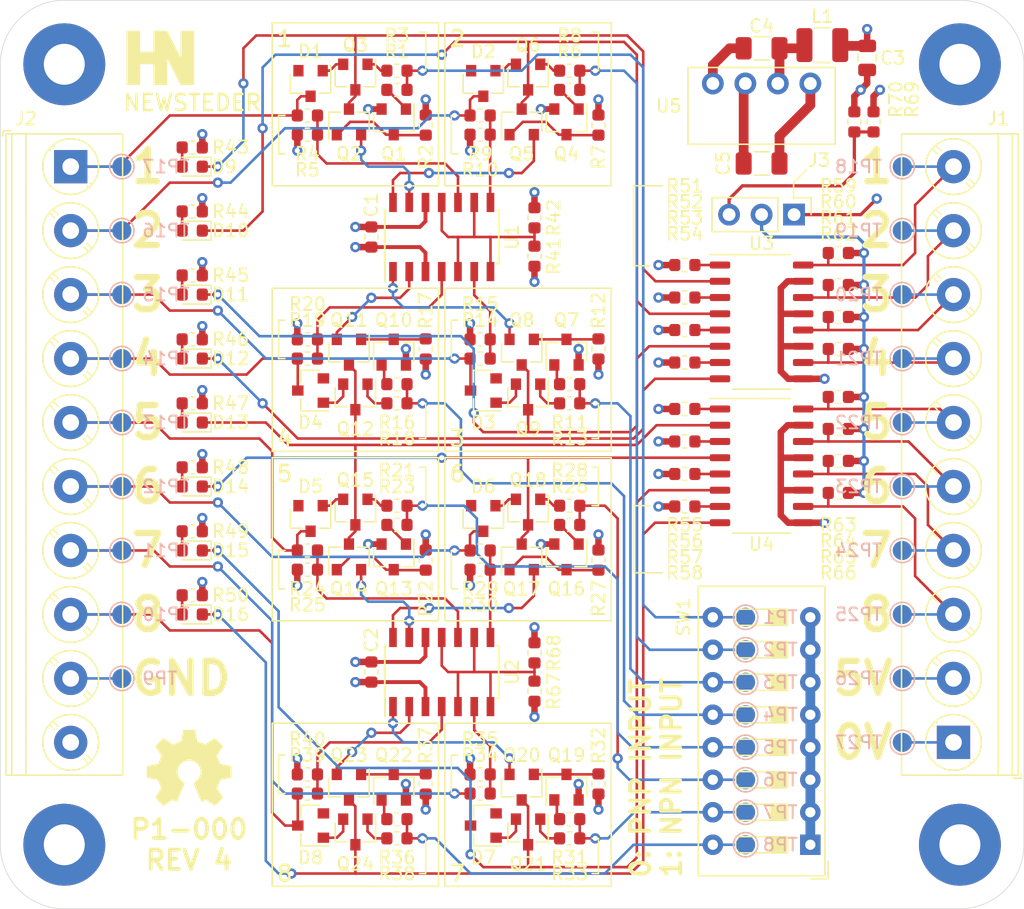
<source format=kicad_pcb>
(kicad_pcb (version 20171130) (host pcbnew 5.1.4+dfsg1-1~bpo10+1)
  (layers (0 F.Cu signal) (1 In1.Cu power) (2 In2.Cu power) (31 B.Cu signal) (34 B.Paste user) (35 F.Paste user) (36 B.SilkS user) (37 F.SilkS user) (38 B.Mask user) (39 F.Mask user) (44 Edge.Cuts user))
  (net 0 "")
  (net 1 +5V)
  (net 2 GND)
  (net 3 ISO_GND)
  (net 4 ISO_VCC)
  (net 5 "Net-(D1-Pad1)")
  (net 6 SENSOR_0)
  (net 7 SENSOR_1)
  (net 8 "Net-(D2-Pad1)")
  (net 9 "Net-(D3-Pad1)")
  (net 10 SENSOR_2)
  (net 11 SENSOR_3)
  (net 12 "Net-(D4-Pad1)")
  (net 13 "Net-(D5-Pad1)")
  (net 14 SENSOR_4)
  (net 15 SENSOR_5)
  (net 16 "Net-(D6-Pad1)")
  (net 17 SENSOR_6)
  (net 18 "Net-(D7-Pad1)")
  (net 19 "Net-(D8-Pad1)")
  (net 20 SENSOR_7)
  (net 21 "Net-(Q1-Pad3)")
  (net 22 "Net-(Q1-Pad1)")
  (net 23 OUTPUT_0)
  (net 24 OUTPUT_1)
  (net 25 "Net-(Q6-Pad1)")
  (net 26 "Net-(Q7-Pad3)")
  (net 27 "Net-(Q7-Pad1)")
  (net 28 "Net-(Q10-Pad1)")
  (net 29 OUTPUT_2)
  (net 30 OUTPUT_3)
  (net 31 "Net-(Q12-Pad1)")
  (net 32 "Net-(Q13-Pad3)")
  (net 33 "Net-(Q13-Pad1)")
  (net 34 OUTPUT_4)
  (net 35 OUTPUT_5)
  (net 36 "Net-(Q18-Pad1)")
  (net 37 "Net-(Q19-Pad1)")
  (net 38 "Net-(Q19-Pad3)")
  (net 39 OUTPUT_6)
  (net 40 OUTPUT_7)
  (net 41 "Net-(Q24-Pad1)")
  (net 42 MODE_0)
  (net 43 MODE_1)
  (net 44 MODE_2)
  (net 45 MODE_3)
  (net 46 "Net-(R34-Pad1)")
  (net 47 MODE_4)
  (net 48 MODE_5)
  (net 49 MODE_6)
  (net 50 MODE_7)
  (net 51 SIGNAL_3)
  (net 52 SIGNAL_2)
  (net 53 SIGNAL_1)
  (net 54 SIGNAL_0)
  (net 55 SIGNAL_4)
  (net 56 SIGNAL_5)
  (net 57 SIGNAL_6)
  (net 58 SIGNAL_7)
  (net 59 "Net-(D9-Pad2)")
  (net 60 "Net-(D10-Pad2)")
  (net 61 "Net-(D11-Pad2)")
  (net 62 "Net-(D12-Pad2)")
  (net 63 "Net-(D13-Pad2)")
  (net 64 "Net-(D14-Pad2)")
  (net 65 "Net-(D15-Pad2)")
  (net 66 "Net-(D16-Pad2)")
  (net 67 "Net-(R14-Pad1)")
  (net 68 "Net-(R57-Pad1)")
  (net 69 "Net-(R58-Pad1)")
  (net 70 "Net-(C4-Pad1)")
  (net 71 "Net-(Q2-Pad2)")
  (net 72 "Net-(Q3-Pad1)")
  (net 73 "Net-(Q4-Pad1)")
  (net 74 "Net-(Q4-Pad3)")
  (net 75 "Net-(Q5-Pad2)")
  (net 76 "Net-(Q8-Pad2)")
  (net 77 "Net-(Q9-Pad1)")
  (net 78 "Net-(Q10-Pad3)")
  (net 79 "Net-(Q11-Pad2)")
  (net 80 "Net-(Q14-Pad2)")
  (net 81 "Net-(Q15-Pad1)")
  (net 82 "Net-(Q16-Pad3)")
  (net 83 "Net-(Q16-Pad1)")
  (net 84 "Net-(Q17-Pad2)")
  (net 85 "Net-(Q20-Pad2)")
  (net 86 "Net-(Q21-Pad1)")
  (net 87 "Net-(Q22-Pad1)")
  (net 88 "Net-(Q22-Pad3)")
  (net 89 "Net-(Q23-Pad2)")
  (net 90 "Net-(R4-Pad1)")
  (net 91 "Net-(R10-Pad1)")
  (net 92 "Net-(R19-Pad1)")
  (net 93 "Net-(R24-Pad1)")
  (net 94 "Net-(R29-Pad1)")
  (net 95 "Net-(R39-Pad1)")
  (net 96 "Net-(R51-Pad1)")
  (net 97 "Net-(R52-Pad1)")
  (net 98 "Net-(R53-Pad1)")
  (net 99 "Net-(R54-Pad1)")
  (net 100 "Net-(R55-Pad1)")
  (net 101 "Net-(R56-Pad1)")
  (net 102 "Net-(H1-Pad1)")
  (net 103 "Net-(H2-Pad1)")
  (net 104 "Net-(H3-Pad1)")
  (net 105 "Net-(H4-Pad1)")
  (net 106 0.413V_A)
  (net 107 0.413V_B)
  (net 108 PULLUP)
  (net 109 ISO_3.3)
  (module Package_TO_SOT_SMD:SOT-23 (layer F.Cu) (at 130.75 161.5 90)
    (fp_text reference Q22 (at 2.5 0 180) (layer F.SilkS))
    (fp_text value BC846BLT1G)
    (pad 3 smd rect (at 1 0 90) (size 0.9 0.8) (layers F.Cu F.Paste F.Mask) (net 88 "Net-(Q22-Pad3)"))
    (pad 2 smd rect (at -1 0.95 90) (size 0.9 0.8) (layers F.Cu F.Paste F.Mask) (net 2 GND))
    (pad 1 smd rect (at -1 -0.95 90) (size 0.9 0.8) (layers F.Cu F.Paste F.Mask) (net 87 "Net-(Q22-Pad1)"))
  )
  (module Package_TO_SOT_SMD:SOT-23 (layer F.Cu) (at 124.25 140.5 270)
    (fp_text reference D5 (at -2.5 0 180) (layer F.SilkS))
    (fp_text value BAS16LT1G)
    (pad 3 smd rect (at 1 0 270) (size 0.9 0.8) (layers F.Cu F.Paste F.Mask) (net 14 SENSOR_4))
    (pad 2 smd rect (at -1 0.95 270) (size 0.9 0.8) (layers F.Cu F.Paste F.Mask))
    (pad 1 smd rect (at -1 -0.95 270) (size 0.9 0.8) (layers F.Cu F.Paste F.Mask) (net 13 "Net-(D5-Pad1)"))
  )
  (module Resistor_SMD:R_0603_1608Metric (layer F.Cu) (at 131 139.5)
    (fp_text reference R23 (at 0 -1.5) (layer F.SilkS))
    (fp_text value 1k)
    (pad 2 smd roundrect (at 0.7875 0) (size 0.875 0.95) (layers F.Cu F.Paste F.Mask) (net 47 MODE_4))
    (pad 1 smd roundrect (at -0.7875 0) (size 0.875 0.95) (layers F.Cu F.Paste F.Mask) (net 81 "Net-(Q15-Pad1)"))
  )
  (module Package_TO_SOT_SMD:SOT-23 (layer F.Cu) (at 137.75 130.5 180)
    (fp_text reference D3 (at 0 -2.5) (layer F.SilkS))
    (fp_text value BAS16LT1G)
    (pad 3 smd rect (at 1 0 180) (size 0.9 0.8) (layers F.Cu F.Paste F.Mask) (net 10 SENSOR_2))
    (pad 2 smd rect (at -1 0.95 180) (size 0.9 0.8) (layers F.Cu F.Paste F.Mask))
    (pad 1 smd rect (at -1 -0.95 180) (size 0.9 0.8) (layers F.Cu F.Paste F.Mask) (net 9 "Net-(D3-Pad1)"))
  )
  (module Package_TO_SOT_SMD:SOT-23 (layer F.Cu) (at 127.75 106 270)
    (fp_text reference Q3 (at -2.5 0 180) (layer F.SilkS))
    (fp_text value BC846BLT1G)
    (pad 3 smd rect (at 1 0 270) (size 0.9 0.8) (layers F.Cu F.Paste F.Mask) (net 23 OUTPUT_0))
    (pad 2 smd rect (at -1 0.95 270) (size 0.9 0.8) (layers F.Cu F.Paste F.Mask) (net 5 "Net-(D1-Pad1)"))
    (pad 1 smd rect (at -1 -0.95 270) (size 0.9 0.8) (layers F.Cu F.Paste F.Mask) (net 72 "Net-(Q3-Pad1)"))
  )
  (module Package_SO:SOIC-16_4.55x10.3mm_P1.27mm (layer F.Cu) (at 159.5 125.135)
    (fp_text reference U3 (at 0 -6.135) (layer F.SilkS))
    (fp_text value TLP291-4)
    (pad 16 smd roundrect (at 3.25 -4.445) (size 1.6 0.55) (layers F.Cu F.Paste F.Mask) (net 54 SIGNAL_0))
    (pad 15 smd roundrect (at 3.25 -3.175) (size 1.6 0.55) (layers F.Cu F.Paste F.Mask) (net 3 ISO_GND))
    (pad 14 smd roundrect (at 3.25 -1.905) (size 1.6 0.55) (layers F.Cu F.Paste F.Mask) (net 53 SIGNAL_1))
    (pad 13 smd roundrect (at 3.25 -0.635) (size 1.6 0.55) (layers F.Cu F.Paste F.Mask) (net 3 ISO_GND))
    (pad 12 smd roundrect (at 3.25 0.635) (size 1.6 0.55) (layers F.Cu F.Paste F.Mask) (net 52 SIGNAL_2))
    (pad 11 smd roundrect (at 3.25 1.905) (size 1.6 0.55) (layers F.Cu F.Paste F.Mask) (net 3 ISO_GND))
    (pad 10 smd roundrect (at 3.25 3.175) (size 1.6 0.55) (layers F.Cu F.Paste F.Mask) (net 51 SIGNAL_3))
    (pad 9 smd roundrect (at 3.25 4.445) (size 1.6 0.55) (layers F.Cu F.Paste F.Mask) (net 3 ISO_GND))
    (pad 8 smd roundrect (at -3.25 4.445) (size 1.6 0.55) (layers F.Cu F.Paste F.Mask) (net 30 OUTPUT_3))
    (pad 7 smd roundrect (at -3.25 3.175) (size 1.6 0.55) (layers F.Cu F.Paste F.Mask) (net 99 "Net-(R54-Pad1)"))
    (pad 6 smd roundrect (at -3.25 1.905) (size 1.6 0.55) (layers F.Cu F.Paste F.Mask) (net 29 OUTPUT_2))
    (pad 5 smd roundrect (at -3.25 0.635) (size 1.6 0.55) (layers F.Cu F.Paste F.Mask) (net 98 "Net-(R53-Pad1)"))
    (pad 4 smd roundrect (at -3.25 -0.635) (size 1.6 0.55) (layers F.Cu F.Paste F.Mask) (net 24 OUTPUT_1))
    (pad 3 smd roundrect (at -3.25 -1.905) (size 1.6 0.55) (layers F.Cu F.Paste F.Mask) (net 97 "Net-(R52-Pad1)"))
    (pad 2 smd roundrect (at -3.25 -3.175) (size 1.6 0.55) (layers F.Cu F.Paste F.Mask) (net 23 OUTPUT_0))
    (pad 1 smd roundrect (at -3.25 -4.445) (size 1.6 0.55) (layers F.Cu F.Paste F.Mask) (net 96 "Net-(R51-Pad1)"))
  )
  (module Resistor_SMD:R_0603_1608Metric (layer F.Cu) (at 153.5 125.77 180)
    (fp_text reference R53 (at 0 8.77) (layer F.SilkS))
    (fp_text value 1kOhm)
    (pad 2 smd roundrect (at 0.7875 0 180) (size 0.875 0.95) (layers F.Cu F.Paste F.Mask) (net 1 +5V))
    (pad 1 smd roundrect (at -0.7875 0 180) (size 0.875 0.95) (layers F.Cu F.Paste F.Mask) (net 98 "Net-(R53-Pad1)"))
  )
  (module Symbol:OSHW-Symbol_6.7x6mm_SilkScreen (layer F.Cu) (at 114.75 160)
    (fp_text reference REF** hide)
    (fp_text value OSHW-Symbol_6.7x6mm_SilkScreen hide)
  )
  (module newsteder:NEWSTEDER_Logo (layer F.Cu) (at 112.5 104.5)
    (fp_text reference G***)
    (fp_text value LOGO)
  )
  (module Resistor_SMD:R_0603_1608Metric (layer F.Cu) (at 131 105.5)
    (fp_text reference R3 (at 0 -2.75) (layer F.SilkS))
    (fp_text value 1k)
    (pad 2 smd roundrect (at 0.7875 0) (size 0.875 0.95) (layers F.Cu F.Paste F.Mask) (net 42 MODE_0))
    (pad 1 smd roundrect (at -0.7875 0) (size 0.875 0.95) (layers F.Cu F.Paste F.Mask) (net 72 "Net-(Q3-Pad1)"))
  )
  (module MountingHole:MountingHole_3.2mm_M3_Pad (layer F.Cu) (at 105 105)
    (fp_text reference H1 hide)
    (fp_text value MountingHole_Pad)
    (pad 1 thru_hole circle (at 0 0) (size 6.4 6.4) (drill 3.2) (layers *.Cu *.Mask) (net 102 "Net-(H1-Pad1)"))
  )
  (module MountingHole:MountingHole_3.2mm_M3_Pad (layer F.Cu) (at 105 166)
    (fp_text reference H2 hide)
    (fp_text value MountingHole_Pad)
    (pad 1 thru_hole circle (at 0 0) (size 6.4 6.4) (drill 3.2) (layers *.Cu *.Mask) (net 103 "Net-(H2-Pad1)"))
  )
  (module MountingHole:MountingHole_3.2mm_M3_Pad (layer F.Cu) (at 175 166)
    (fp_text reference H3 hide)
    (fp_text value MountingHole_Pad)
    (pad 1 thru_hole circle (at 0 0) (size 6.4 6.4) (drill 3.2) (layers *.Cu *.Mask) (net 104 "Net-(H3-Pad1)"))
  )
  (module MountingHole:MountingHole_3.2mm_M3_Pad (layer F.Cu) (at 175 105)
    (fp_text reference H4 hide)
    (fp_text value MountingHole_Pad)
    (pad 1 thru_hole circle (at 0 0) (size 6.4 6.4) (drill 3.2) (layers *.Cu *.Mask) (net 105 "Net-(H4-Pad1)"))
  )
  (module Capacitor_SMD:C_0603_1608Metric (layer F.Cu) (at 129 118.5 90)
    (fp_text reference C1 (at 2.5 0 90) (layer F.SilkS))
    (fp_text value 0.1uF)
    (pad 2 smd roundrect (at 0.7875 0 90) (size 0.875 0.95) (layers F.Cu F.Paste F.Mask) (net 2 GND))
    (pad 1 smd roundrect (at -0.7875 0 90) (size 0.875 0.95) (layers F.Cu F.Paste F.Mask) (net 1 +5V))
  )
  (module Capacitor_SMD:C_0603_1608Metric (layer F.Cu) (at 129 152.5 90)
    (fp_text reference C2 (at 2.5 0 90) (layer F.SilkS))
    (fp_text value 0.1uF)
    (pad 2 smd roundrect (at 0.7875 0 90) (size 0.875 0.95) (layers F.Cu F.Paste F.Mask) (net 2 GND))
    (pad 1 smd roundrect (at -0.7875 0 90) (size 0.875 0.95) (layers F.Cu F.Paste F.Mask) (net 1 +5V))
  )
  (module Capacitor_SMD:C_0805_2012Metric (layer F.Cu) (at 167.75 104.5 270)
    (fp_text reference C3 (at 0 -2 180) (layer F.SilkS))
    (fp_text value "6.8 uF")
    (pad 2 smd roundrect (at 0.9375 0 270) (size 0.975 1.4) (layers F.Cu F.Paste F.Mask) (net 3 ISO_GND))
    (pad 1 smd roundrect (at -0.9375 0 270) (size 0.975 1.4) (layers F.Cu F.Paste F.Mask) (net 4 ISO_VCC))
  )
  (module Capacitor_SMD:C_1206_3216Metric (layer F.Cu) (at 159.5 103.75 180)
    (fp_text reference C4 (at 0 1.75) (layer F.SilkS))
    (fp_text value "330pF 1kVDC")
    (pad 2 smd roundrect (at 1.4 0 180) (size 1.25 1.75) (layers F.Cu F.Paste F.Mask) (roundrect_rratio 0.2) (net 1 +5V))
    (pad 1 smd roundrect (at -1.4 0 180) (size 1.25 1.75) (layers F.Cu F.Paste F.Mask) (roundrect_rratio 0.2) (net 70 "Net-(C4-Pad1)"))
  )
  (module Capacitor_SMD:C_1206_3216Metric (layer F.Cu) (at 159.5 112.75 180)
    (fp_text reference C5 (at 3 0 270) (layer F.SilkS))
    (fp_text value "330pF 1kVDC")
    (pad 2 smd roundrect (at 1.4 0 180) (size 1.25 1.75) (layers F.Cu F.Paste F.Mask) (roundrect_rratio 0.2) (net 2 GND))
    (pad 1 smd roundrect (at -1.4 0 180) (size 1.25 1.75) (layers F.Cu F.Paste F.Mask) (roundrect_rratio 0.2) (net 3 ISO_GND))
  )
  (module Package_TO_SOT_SMD:SOT-23 (layer F.Cu) (at 124.25 106.5 270)
    (fp_text reference D1 (at -2.5 0 180) (layer F.SilkS))
    (fp_text value BAS16LT1G)
    (pad 3 smd rect (at 1 0 270) (size 0.9 0.8) (layers F.Cu F.Paste F.Mask) (net 6 SENSOR_0))
    (pad 2 smd rect (at -1 0.95 270) (size 0.9 0.8) (layers F.Cu F.Paste F.Mask))
    (pad 1 smd rect (at -1 -0.95 270) (size 0.9 0.8) (layers F.Cu F.Paste F.Mask) (net 5 "Net-(D1-Pad1)"))
  )
  (module Package_TO_SOT_SMD:SOT-23 (layer F.Cu) (at 137.75 106.5 270)
    (fp_text reference D2 (at -2.5 0 180) (layer F.SilkS))
    (fp_text value BAS16LT1G)
    (pad 3 smd rect (at 1 0 270) (size 0.9 0.8) (layers F.Cu F.Paste F.Mask) (net 7 SENSOR_1))
    (pad 2 smd rect (at -1 0.95 270) (size 0.9 0.8) (layers F.Cu F.Paste F.Mask))
    (pad 1 smd rect (at -1 -0.95 270) (size 0.9 0.8) (layers F.Cu F.Paste F.Mask) (net 8 "Net-(D2-Pad1)"))
  )
  (module Package_TO_SOT_SMD:SOT-23 (layer F.Cu) (at 124.25 130.5 180)
    (fp_text reference D4 (at 0 -2.5) (layer F.SilkS))
    (fp_text value BAS16LT1G)
    (pad 3 smd rect (at 1 0 180) (size 0.9 0.8) (layers F.Cu F.Paste F.Mask) (net 11 SENSOR_3))
    (pad 2 smd rect (at -1 0.95 180) (size 0.9 0.8) (layers F.Cu F.Paste F.Mask))
    (pad 1 smd rect (at -1 -0.95 180) (size 0.9 0.8) (layers F.Cu F.Paste F.Mask) (net 12 "Net-(D4-Pad1)"))
  )
  (module Package_TO_SOT_SMD:SOT-23 (layer F.Cu) (at 137.75 140.5 270)
    (fp_text reference D6 (at -2.5 0 180) (layer F.SilkS))
    (fp_text value BAS16LT1G)
    (pad 3 smd rect (at 1 0 270) (size 0.9 0.8) (layers F.Cu F.Paste F.Mask) (net 15 SENSOR_5))
    (pad 2 smd rect (at -1 0.95 270) (size 0.9 0.8) (layers F.Cu F.Paste F.Mask))
    (pad 1 smd rect (at -1 -0.95 270) (size 0.9 0.8) (layers F.Cu F.Paste F.Mask) (net 16 "Net-(D6-Pad1)"))
  )
  (module Package_TO_SOT_SMD:SOT-23 (layer F.Cu) (at 137.75 164.5 180)
    (fp_text reference D7 (at 0 -2.5) (layer F.SilkS))
    (fp_text value BAS16LT1G)
    (pad 3 smd rect (at 1 0 180) (size 0.9 0.8) (layers F.Cu F.Paste F.Mask) (net 17 SENSOR_6))
    (pad 2 smd rect (at -1 0.95 180) (size 0.9 0.8) (layers F.Cu F.Paste F.Mask))
    (pad 1 smd rect (at -1 -0.95 180) (size 0.9 0.8) (layers F.Cu F.Paste F.Mask) (net 18 "Net-(D7-Pad1)"))
  )
  (module Package_TO_SOT_SMD:SOT-23 (layer F.Cu) (at 124.25 164.5 180)
    (fp_text reference D8 (at 0 -2.5) (layer F.SilkS))
    (fp_text value BAS16LT1G)
    (pad 3 smd rect (at 1 0 180) (size 0.9 0.8) (layers F.Cu F.Paste F.Mask) (net 20 SENSOR_7))
    (pad 2 smd rect (at -1 0.95 180) (size 0.9 0.8) (layers F.Cu F.Paste F.Mask))
    (pad 1 smd rect (at -1 -0.95 180) (size 0.9 0.8) (layers F.Cu F.Paste F.Mask) (net 19 "Net-(D8-Pad1)"))
  )
  (module LED_SMD:LED_0603_1608Metric (layer F.Cu) (at 115 113 180)
    (fp_text reference D9 (at -2.5 0) (layer F.SilkS))
    (fp_text value LED)
    (pad 2 smd roundrect (at 0.7875 0 180) (size 0.875 0.95) (layers F.Cu F.Paste F.Mask) (net 59 "Net-(D9-Pad2)"))
    (pad 1 smd roundrect (at -0.7875 0 180) (size 0.875 0.95) (layers F.Cu F.Paste F.Mask) (net 23 OUTPUT_0))
  )
  (module LED_SMD:LED_0603_1608Metric (layer F.Cu) (at 115 118 180)
    (fp_text reference D10 (at -3 0) (layer F.SilkS))
    (fp_text value LED)
    (pad 2 smd roundrect (at 0.7875 0 180) (size 0.875 0.95) (layers F.Cu F.Paste F.Mask) (net 60 "Net-(D10-Pad2)"))
    (pad 1 smd roundrect (at -0.7875 0 180) (size 0.875 0.95) (layers F.Cu F.Paste F.Mask) (net 24 OUTPUT_1))
  )
  (module LED_SMD:LED_0603_1608Metric (layer F.Cu) (at 115 123 180)
    (fp_text reference D11 (at -3 0) (layer F.SilkS))
    (fp_text value LED)
    (pad 2 smd roundrect (at 0.7875 0 180) (size 0.875 0.95) (layers F.Cu F.Paste F.Mask) (net 61 "Net-(D11-Pad2)"))
    (pad 1 smd roundrect (at -0.7875 0 180) (size 0.875 0.95) (layers F.Cu F.Paste F.Mask) (net 29 OUTPUT_2))
  )
  (module LED_SMD:LED_0603_1608Metric (layer F.Cu) (at 115 128 180)
    (fp_text reference D12 (at -3 0) (layer F.SilkS))
    (fp_text value LED)
    (pad 2 smd roundrect (at 0.7875 0 180) (size 0.875 0.95) (layers F.Cu F.Paste F.Mask) (net 62 "Net-(D12-Pad2)"))
    (pad 1 smd roundrect (at -0.7875 0 180) (size 0.875 0.95) (layers F.Cu F.Paste F.Mask) (net 30 OUTPUT_3))
  )
  (module LED_SMD:LED_0603_1608Metric (layer F.Cu) (at 115 133 180)
    (fp_text reference D13 (at -3 0) (layer F.SilkS))
    (fp_text value LED)
    (pad 2 smd roundrect (at 0.7875 0 180) (size 0.875 0.95) (layers F.Cu F.Paste F.Mask) (net 63 "Net-(D13-Pad2)"))
    (pad 1 smd roundrect (at -0.7875 0 180) (size 0.875 0.95) (layers F.Cu F.Paste F.Mask) (net 34 OUTPUT_4))
  )
  (module LED_SMD:LED_0603_1608Metric (layer F.Cu) (at 115 138 180)
    (fp_text reference D14 (at -3 0) (layer F.SilkS))
    (fp_text value LED)
    (pad 2 smd roundrect (at 0.7875 0 180) (size 0.875 0.95) (layers F.Cu F.Paste F.Mask) (net 64 "Net-(D14-Pad2)"))
    (pad 1 smd roundrect (at -0.7875 0 180) (size 0.875 0.95) (layers F.Cu F.Paste F.Mask) (net 35 OUTPUT_5))
  )
  (module LED_SMD:LED_0603_1608Metric (layer F.Cu) (at 115 143 180)
    (fp_text reference D15 (at -3 0) (layer F.SilkS))
    (fp_text value LED)
    (pad 2 smd roundrect (at 0.7875 0 180) (size 0.875 0.95) (layers F.Cu F.Paste F.Mask) (net 65 "Net-(D15-Pad2)"))
    (pad 1 smd roundrect (at -0.7875 0 180) (size 0.875 0.95) (layers F.Cu F.Paste F.Mask) (net 39 OUTPUT_6))
  )
  (module LED_SMD:LED_0603_1608Metric (layer F.Cu) (at 115 148 180)
    (fp_text reference D16 (at -3 0) (layer F.SilkS))
    (fp_text value LED)
    (pad 2 smd roundrect (at 0.7875 0 180) (size 0.875 0.95) (layers F.Cu F.Paste F.Mask) (net 66 "Net-(D16-Pad2)"))
    (pad 1 smd roundrect (at -0.7875 0 180) (size 0.875 0.95) (layers F.Cu F.Paste F.Mask) (net 40 OUTPUT_7))
  )
  (module Inductor_SMD:L_1210_3225Metric (layer F.Cu) (at 164.25 103.5)
    (fp_text reference L1 (at 0 -2.25) (layer F.SilkS))
    (fp_text value 22uH)
    (pad 2 smd roundrect (at 1.4 0) (size 1.25 2.65) (layers F.Cu F.Paste F.Mask) (roundrect_rratio 0.2) (net 4 ISO_VCC))
    (pad 1 smd roundrect (at -1.4 0) (size 1.25 2.65) (layers F.Cu F.Paste F.Mask) (roundrect_rratio 0.2) (net 70 "Net-(C4-Pad1)"))
  )
  (module Package_TO_SOT_SMD:SOT-23 (layer F.Cu) (at 130.75 109.5 270)
    (fp_text reference Q1 (at 2.5 0 180) (layer F.SilkS))
    (fp_text value BC846BLT1G)
    (pad 3 smd rect (at 1 0 270) (size 0.9 0.8) (layers F.Cu F.Paste F.Mask) (net 21 "Net-(Q1-Pad3)"))
    (pad 2 smd rect (at -1 0.95 270) (size 0.9 0.8) (layers F.Cu F.Paste F.Mask) (net 2 GND))
    (pad 1 smd rect (at -1 -0.95 270) (size 0.9 0.8) (layers F.Cu F.Paste F.Mask) (net 22 "Net-(Q1-Pad1)"))
  )
  (module Package_TO_SOT_SMD:SOT-23 (layer F.Cu) (at 127.25 109.5 90)
    (fp_text reference Q2 (at -2.5 0 180) (layer F.SilkS))
    (fp_text value BC846BLT1G)
    (pad 3 smd rect (at 1 0 90) (size 0.9 0.8) (layers F.Cu F.Paste F.Mask) (net 23 OUTPUT_0))
    (pad 2 smd rect (at -1 0.95 90) (size 0.9 0.8) (layers F.Cu F.Paste F.Mask) (net 71 "Net-(Q2-Pad2)"))
    (pad 1 smd rect (at -1 -0.95 90) (size 0.9 0.8) (layers F.Cu F.Paste F.Mask) (net 21 "Net-(Q1-Pad3)"))
  )
  (module Package_TO_SOT_SMD:SOT-23 (layer F.Cu) (at 144.25 109.5 270)
    (fp_text reference Q4 (at 2.5 0 180) (layer F.SilkS))
    (fp_text value BC846BLT1G)
    (pad 3 smd rect (at 1 0 270) (size 0.9 0.8) (layers F.Cu F.Paste F.Mask) (net 74 "Net-(Q4-Pad3)"))
    (pad 2 smd rect (at -1 0.95 270) (size 0.9 0.8) (layers F.Cu F.Paste F.Mask) (net 2 GND))
    (pad 1 smd rect (at -1 -0.95 270) (size 0.9 0.8) (layers F.Cu F.Paste F.Mask) (net 73 "Net-(Q4-Pad1)"))
  )
  (module Package_TO_SOT_SMD:SOT-23 (layer F.Cu) (at 140.75 109.5 90)
    (fp_text reference Q5 (at -2.5 0 180) (layer F.SilkS))
    (fp_text value BC846BLT1G)
    (pad 3 smd rect (at 1 0 90) (size 0.9 0.8) (layers F.Cu F.Paste F.Mask) (net 24 OUTPUT_1))
    (pad 2 smd rect (at -1 0.95 90) (size 0.9 0.8) (layers F.Cu F.Paste F.Mask) (net 75 "Net-(Q5-Pad2)"))
    (pad 1 smd rect (at -1 -0.95 90) (size 0.9 0.8) (layers F.Cu F.Paste F.Mask) (net 74 "Net-(Q4-Pad3)"))
  )
  (module Package_TO_SOT_SMD:SOT-23 (layer F.Cu) (at 141.25 106 270)
    (fp_text reference Q6 (at -2.5 0 180) (layer F.SilkS))
    (fp_text value BC846BLT1G)
    (pad 3 smd rect (at 1 0 270) (size 0.9 0.8) (layers F.Cu F.Paste F.Mask) (net 24 OUTPUT_1))
    (pad 2 smd rect (at -1 0.95 270) (size 0.9 0.8) (layers F.Cu F.Paste F.Mask) (net 8 "Net-(D2-Pad1)"))
    (pad 1 smd rect (at -1 -0.95 270) (size 0.9 0.8) (layers F.Cu F.Paste F.Mask) (net 25 "Net-(Q6-Pad1)"))
  )
  (module Package_TO_SOT_SMD:SOT-23 (layer F.Cu) (at 144.25 127.5 90)
    (fp_text reference Q7 (at 2.5 0 180) (layer F.SilkS))
    (fp_text value BC846BLT1G)
    (pad 3 smd rect (at 1 0 90) (size 0.9 0.8) (layers F.Cu F.Paste F.Mask) (net 26 "Net-(Q7-Pad3)"))
    (pad 2 smd rect (at -1 0.95 90) (size 0.9 0.8) (layers F.Cu F.Paste F.Mask) (net 2 GND))
    (pad 1 smd rect (at -1 -0.95 90) (size 0.9 0.8) (layers F.Cu F.Paste F.Mask) (net 27 "Net-(Q7-Pad1)"))
  )
  (module Package_TO_SOT_SMD:SOT-23 (layer F.Cu) (at 140.75 127.5 270)
    (fp_text reference Q8 (at -2.5 0 180) (layer F.SilkS))
    (fp_text value BC846BLT1G)
    (pad 3 smd rect (at 1 0 270) (size 0.9 0.8) (layers F.Cu F.Paste F.Mask) (net 29 OUTPUT_2))
    (pad 2 smd rect (at -1 0.95 270) (size 0.9 0.8) (layers F.Cu F.Paste F.Mask) (net 76 "Net-(Q8-Pad2)"))
    (pad 1 smd rect (at -1 -0.95 270) (size 0.9 0.8) (layers F.Cu F.Paste F.Mask) (net 26 "Net-(Q7-Pad3)"))
  )
  (module Package_TO_SOT_SMD:SOT-23 (layer F.Cu) (at 141.25 131 270)
    (fp_text reference Q9 (at 2.5 0 180) (layer F.SilkS))
    (fp_text value BC846BLT1G)
    (pad 3 smd rect (at 1 0 270) (size 0.9 0.8) (layers F.Cu F.Paste F.Mask) (net 29 OUTPUT_2))
    (pad 2 smd rect (at -1 0.95 270) (size 0.9 0.8) (layers F.Cu F.Paste F.Mask) (net 9 "Net-(D3-Pad1)"))
    (pad 1 smd rect (at -1 -0.95 270) (size 0.9 0.8) (layers F.Cu F.Paste F.Mask) (net 77 "Net-(Q9-Pad1)"))
  )
  (module Package_TO_SOT_SMD:SOT-23 (layer F.Cu) (at 130.75 127.5 90)
    (fp_text reference Q10 (at 2.5 0 180) (layer F.SilkS))
    (fp_text value BC846BLT1G)
    (pad 3 smd rect (at 1 0 90) (size 0.9 0.8) (layers F.Cu F.Paste F.Mask) (net 78 "Net-(Q10-Pad3)"))
    (pad 2 smd rect (at -1 0.95 90) (size 0.9 0.8) (layers F.Cu F.Paste F.Mask) (net 2 GND))
    (pad 1 smd rect (at -1 -0.95 90) (size 0.9 0.8) (layers F.Cu F.Paste F.Mask) (net 28 "Net-(Q10-Pad1)"))
  )
  (module Package_TO_SOT_SMD:SOT-23 (layer F.Cu) (at 127.25 127.5 270)
    (fp_text reference Q11 (at -2.5 0 180) (layer F.SilkS))
    (fp_text value BC846BLT1G)
    (pad 3 smd rect (at 1 0 270) (size 0.9 0.8) (layers F.Cu F.Paste F.Mask) (net 30 OUTPUT_3))
    (pad 2 smd rect (at -1 0.95 270) (size 0.9 0.8) (layers F.Cu F.Paste F.Mask) (net 79 "Net-(Q11-Pad2)"))
    (pad 1 smd rect (at -1 -0.95 270) (size 0.9 0.8) (layers F.Cu F.Paste F.Mask) (net 78 "Net-(Q10-Pad3)"))
  )
  (module Package_TO_SOT_SMD:SOT-23 (layer F.Cu) (at 127.75 131 270)
    (fp_text reference Q12 (at 2.5 0 180) (layer F.SilkS))
    (fp_text value BC846BLT1G)
    (pad 3 smd rect (at 1 0 270) (size 0.9 0.8) (layers F.Cu F.Paste F.Mask) (net 30 OUTPUT_3))
    (pad 2 smd rect (at -1 0.95 270) (size 0.9 0.8) (layers F.Cu F.Paste F.Mask) (net 12 "Net-(D4-Pad1)"))
    (pad 1 smd rect (at -1 -0.95 270) (size 0.9 0.8) (layers F.Cu F.Paste F.Mask) (net 31 "Net-(Q12-Pad1)"))
  )
  (module Package_TO_SOT_SMD:SOT-23 (layer F.Cu) (at 130.75 143.5 270)
    (fp_text reference Q13 (at 2.5 0 180) (layer F.SilkS))
    (fp_text value BC846BLT1G)
    (pad 3 smd rect (at 1 0 270) (size 0.9 0.8) (layers F.Cu F.Paste F.Mask) (net 32 "Net-(Q13-Pad3)"))
    (pad 2 smd rect (at -1 0.95 270) (size 0.9 0.8) (layers F.Cu F.Paste F.Mask) (net 2 GND))
    (pad 1 smd rect (at -1 -0.95 270) (size 0.9 0.8) (layers F.Cu F.Paste F.Mask) (net 33 "Net-(Q13-Pad1)"))
  )
  (module Package_TO_SOT_SMD:SOT-23 (layer F.Cu) (at 127.25 143.5 90)
    (fp_text reference Q14 (at -2.5 0 180) (layer F.SilkS))
    (fp_text value BC846BLT1G)
    (pad 3 smd rect (at 1 0 90) (size 0.9 0.8) (layers F.Cu F.Paste F.Mask) (net 34 OUTPUT_4))
    (pad 2 smd rect (at -1 0.95 90) (size 0.9 0.8) (layers F.Cu F.Paste F.Mask) (net 80 "Net-(Q14-Pad2)"))
    (pad 1 smd rect (at -1 -0.95 90) (size 0.9 0.8) (layers F.Cu F.Paste F.Mask) (net 32 "Net-(Q13-Pad3)"))
  )
  (module Package_TO_SOT_SMD:SOT-23 (layer F.Cu) (at 127.75 140 270)
    (fp_text reference Q15 (at -2.5 0 180) (layer F.SilkS))
    (fp_text value BC846BLT1G)
    (pad 3 smd rect (at 1 0 270) (size 0.9 0.8) (layers F.Cu F.Paste F.Mask) (net 34 OUTPUT_4))
    (pad 2 smd rect (at -1 0.95 270) (size 0.9 0.8) (layers F.Cu F.Paste F.Mask) (net 13 "Net-(D5-Pad1)"))
    (pad 1 smd rect (at -1 -0.95 270) (size 0.9 0.8) (layers F.Cu F.Paste F.Mask) (net 81 "Net-(Q15-Pad1)"))
  )
  (module Package_TO_SOT_SMD:SOT-23 (layer F.Cu) (at 144.25 143.5 270)
    (fp_text reference Q16 (at 2.5 0 180) (layer F.SilkS))
    (fp_text value BC846BLT1G)
    (pad 3 smd rect (at 1 0 270) (size 0.9 0.8) (layers F.Cu F.Paste F.Mask) (net 82 "Net-(Q16-Pad3)"))
    (pad 2 smd rect (at -1 0.95 270) (size 0.9 0.8) (layers F.Cu F.Paste F.Mask) (net 2 GND))
    (pad 1 smd rect (at -1 -0.95 270) (size 0.9 0.8) (layers F.Cu F.Paste F.Mask) (net 83 "Net-(Q16-Pad1)"))
  )
  (module Package_TO_SOT_SMD:SOT-23 (layer F.Cu) (at 140.75 143.5 90)
    (fp_text reference Q17 (at -2.5 0 180) (layer F.SilkS))
    (fp_text value BC846BLT1G)
    (pad 3 smd rect (at 1 0 90) (size 0.9 0.8) (layers F.Cu F.Paste F.Mask) (net 35 OUTPUT_5))
    (pad 2 smd rect (at -1 0.95 90) (size 0.9 0.8) (layers F.Cu F.Paste F.Mask) (net 84 "Net-(Q17-Pad2)"))
    (pad 1 smd rect (at -1 -0.95 90) (size 0.9 0.8) (layers F.Cu F.Paste F.Mask) (net 82 "Net-(Q16-Pad3)"))
  )
  (module Package_TO_SOT_SMD:SOT-23 (layer F.Cu) (at 141.25 140 270)
    (fp_text reference Q18 (at -2.5 0 180) (layer F.SilkS))
    (fp_text value BC846BLT1G)
    (pad 3 smd rect (at 1 0 270) (size 0.9 0.8) (layers F.Cu F.Paste F.Mask) (net 35 OUTPUT_5))
    (pad 2 smd rect (at -1 0.95 270) (size 0.9 0.8) (layers F.Cu F.Paste F.Mask) (net 16 "Net-(D6-Pad1)"))
    (pad 1 smd rect (at -1 -0.95 270) (size 0.9 0.8) (layers F.Cu F.Paste F.Mask) (net 36 "Net-(Q18-Pad1)"))
  )
  (module Package_TO_SOT_SMD:SOT-23 (layer F.Cu) (at 144.25 161.5 90)
    (fp_text reference Q19 (at 2.5 0 180) (layer F.SilkS))
    (fp_text value BC846BLT1G)
    (pad 3 smd rect (at 1 0 90) (size 0.9 0.8) (layers F.Cu F.Paste F.Mask) (net 38 "Net-(Q19-Pad3)"))
    (pad 2 smd rect (at -1 0.95 90) (size 0.9 0.8) (layers F.Cu F.Paste F.Mask) (net 2 GND))
    (pad 1 smd rect (at -1 -0.95 90) (size 0.9 0.8) (layers F.Cu F.Paste F.Mask) (net 37 "Net-(Q19-Pad1)"))
  )
  (module Package_TO_SOT_SMD:SOT-23 (layer F.Cu) (at 140.75 161.5 270)
    (fp_text reference Q20 (at -2.5 0 180) (layer F.SilkS))
    (fp_text value BC846BLT1G)
    (pad 3 smd rect (at 1 0 270) (size 0.9 0.8) (layers F.Cu F.Paste F.Mask) (net 39 OUTPUT_6))
    (pad 2 smd rect (at -1 0.95 270) (size 0.9 0.8) (layers F.Cu F.Paste F.Mask) (net 85 "Net-(Q20-Pad2)"))
    (pad 1 smd rect (at -1 -0.95 270) (size 0.9 0.8) (layers F.Cu F.Paste F.Mask) (net 38 "Net-(Q19-Pad3)"))
  )
  (module Package_TO_SOT_SMD:SOT-23 (layer F.Cu) (at 141.25 165 270)
    (fp_text reference Q21 (at 2.5 0 180) (layer F.SilkS))
    (fp_text value BC846BLT1G)
    (pad 3 smd rect (at 1 0 270) (size 0.9 0.8) (layers F.Cu F.Paste F.Mask) (net 39 OUTPUT_6))
    (pad 2 smd rect (at -1 0.95 270) (size 0.9 0.8) (layers F.Cu F.Paste F.Mask) (net 18 "Net-(D7-Pad1)"))
    (pad 1 smd rect (at -1 -0.95 270) (size 0.9 0.8) (layers F.Cu F.Paste F.Mask) (net 86 "Net-(Q21-Pad1)"))
  )
  (module Package_TO_SOT_SMD:SOT-23 (layer F.Cu) (at 127.25 161.5 270)
    (fp_text reference Q23 (at -2.5 0 180) (layer F.SilkS))
    (fp_text value BC846BLT1G)
    (pad 3 smd rect (at 1 0 270) (size 0.9 0.8) (layers F.Cu F.Paste F.Mask) (net 40 OUTPUT_7))
    (pad 2 smd rect (at -1 0.95 270) (size 0.9 0.8) (layers F.Cu F.Paste F.Mask) (net 89 "Net-(Q23-Pad2)"))
    (pad 1 smd rect (at -1 -0.95 270) (size 0.9 0.8) (layers F.Cu F.Paste F.Mask) (net 88 "Net-(Q22-Pad3)"))
  )
  (module Package_TO_SOT_SMD:SOT-23 (layer F.Cu) (at 127.75 165 270)
    (fp_text reference Q24 (at 2.5 0 180) (layer F.SilkS))
    (fp_text value BC846BLT1G)
    (pad 3 smd rect (at 1 0 270) (size 0.9 0.8) (layers F.Cu F.Paste F.Mask) (net 40 OUTPUT_7))
    (pad 2 smd rect (at -1 0.95 270) (size 0.9 0.8) (layers F.Cu F.Paste F.Mask) (net 19 "Net-(D8-Pad1)"))
    (pad 1 smd rect (at -1 -0.95 270) (size 0.9 0.8) (layers F.Cu F.Paste F.Mask) (net 41 "Net-(Q24-Pad1)"))
  )
  (module Resistor_SMD:R_0603_1608Metric (layer F.Cu) (at 131 107)
    (fp_text reference R1 (at 0 -3 180) (layer F.SilkS))
    (fp_text value 1k)
    (pad 2 smd roundrect (at 0.7875 0) (size 0.875 0.95) (layers F.Cu F.Paste F.Mask) (net 42 MODE_0))
    (pad 1 smd roundrect (at -0.7875 0) (size 0.875 0.95) (layers F.Cu F.Paste F.Mask) (net 22 "Net-(Q1-Pad1)"))
  )
  (module Resistor_SMD:R_0603_1608Metric (layer F.Cu) (at 133.25 109.75 90)
    (fp_text reference R2 (at -2.5 0 90) (layer F.SilkS))
    (fp_text value 1k)
    (pad 2 smd roundrect (at 0.7875 0 90) (size 0.875 0.95) (layers F.Cu F.Paste F.Mask) (net 1 +5V))
    (pad 1 smd roundrect (at -0.7875 0 90) (size 0.875 0.95) (layers F.Cu F.Paste F.Mask) (net 21 "Net-(Q1-Pad3)"))
  )
  (module Resistor_SMD:R_0603_1608Metric (layer F.Cu) (at 124 109 180)
    (fp_text reference R4 (at 0 -3) (layer F.SilkS))
    (fp_text value 45.3k)
    (pad 2 smd roundrect (at 0.7875 0 180) (size 0.875 0.95) (layers F.Cu F.Paste F.Mask) (net 6 SENSOR_0))
    (pad 1 smd roundrect (at -0.7875 0 180) (size 0.875 0.95) (layers F.Cu F.Paste F.Mask) (net 90 "Net-(R4-Pad1)"))
  )
  (module Resistor_SMD:R_0603_1608Metric (layer F.Cu) (at 124 110.5 180)
    (fp_text reference R5 (at 0 -2.75) (layer F.SilkS))
    (fp_text value 4.99k)
    (pad 2 smd roundrect (at 0.7875 0 180) (size 0.875 0.95) (layers F.Cu F.Paste F.Mask) (net 2 GND))
    (pad 1 smd roundrect (at -0.7875 0 180) (size 0.875 0.95) (layers F.Cu F.Paste F.Mask) (net 90 "Net-(R4-Pad1)"))
  )
  (module Resistor_SMD:R_0603_1608Metric (layer F.Cu) (at 144.5 107)
    (fp_text reference R6 (at 0 -3) (layer F.SilkS))
    (fp_text value 1k)
    (pad 2 smd roundrect (at 0.7875 0) (size 0.875 0.95) (layers F.Cu F.Paste F.Mask) (net 43 MODE_1))
    (pad 1 smd roundrect (at -0.7875 0) (size 0.875 0.95) (layers F.Cu F.Paste F.Mask) (net 73 "Net-(Q4-Pad1)"))
  )
  (module Resistor_SMD:R_0603_1608Metric (layer F.Cu) (at 146.75 109.75 90)
    (fp_text reference R7 (at -2.5 0 90) (layer F.SilkS))
    (fp_text value 1k)
    (pad 2 smd roundrect (at 0.7875 0 90) (size 0.875 0.95) (layers F.Cu F.Paste F.Mask) (net 1 +5V))
    (pad 1 smd roundrect (at -0.7875 0 90) (size 0.875 0.95) (layers F.Cu F.Paste F.Mask) (net 74 "Net-(Q4-Pad3)"))
  )
  (module Resistor_SMD:R_0603_1608Metric (layer F.Cu) (at 144.5 105.5)
    (fp_text reference R8 (at 0 -2.75) (layer F.SilkS))
    (fp_text value 1k)
    (pad 2 smd roundrect (at 0.7875 0) (size 0.875 0.95) (layers F.Cu F.Paste F.Mask) (net 43 MODE_1))
    (pad 1 smd roundrect (at -0.7875 0) (size 0.875 0.95) (layers F.Cu F.Paste F.Mask) (net 25 "Net-(Q6-Pad1)"))
  )
  (module Resistor_SMD:R_0603_1608Metric (layer F.Cu) (at 137.5 109 180)
    (fp_text reference R9 (at 0 -3) (layer F.SilkS))
    (fp_text value 45.3k)
    (pad 2 smd roundrect (at 0.7875 0 180) (size 0.875 0.95) (layers F.Cu F.Paste F.Mask) (net 7 SENSOR_1))
    (pad 1 smd roundrect (at -0.7875 0 180) (size 0.875 0.95) (layers F.Cu F.Paste F.Mask) (net 91 "Net-(R10-Pad1)"))
  )
  (module Resistor_SMD:R_0603_1608Metric (layer F.Cu) (at 137.5 110.5 180)
    (fp_text reference R10 (at 0 -2.75) (layer F.SilkS))
    (fp_text value 4.99k)
    (pad 2 smd roundrect (at 0.7875 0 180) (size 0.875 0.95) (layers F.Cu F.Paste F.Mask) (net 2 GND))
    (pad 1 smd roundrect (at -0.7875 0 180) (size 0.875 0.95) (layers F.Cu F.Paste F.Mask) (net 91 "Net-(R10-Pad1)"))
  )
  (module Resistor_SMD:R_0603_1608Metric (layer F.Cu) (at 144.5 130)
    (fp_text reference R11 (at 0 3) (layer F.SilkS))
    (fp_text value 1k)
    (pad 2 smd roundrect (at 0.7875 0) (size 0.875 0.95) (layers F.Cu F.Paste F.Mask) (net 44 MODE_2))
    (pad 1 smd roundrect (at -0.7875 0) (size 0.875 0.95) (layers F.Cu F.Paste F.Mask) (net 27 "Net-(Q7-Pad1)"))
  )
  (module Resistor_SMD:R_0603_1608Metric (layer F.Cu) (at 146.75 127.25 270)
    (fp_text reference R12 (at -3 0 90) (layer F.SilkS))
    (fp_text value 1k)
    (pad 2 smd roundrect (at 0.7875 0 270) (size 0.875 0.95) (layers F.Cu F.Paste F.Mask) (net 1 +5V))
    (pad 1 smd roundrect (at -0.7875 0 270) (size 0.875 0.95) (layers F.Cu F.Paste F.Mask) (net 26 "Net-(Q7-Pad3)"))
  )
  (module Resistor_SMD:R_0603_1608Metric (layer F.Cu) (at 144.5 131.5)
    (fp_text reference R13 (at 0 2.75) (layer F.SilkS))
    (fp_text value 1k)
    (pad 2 smd roundrect (at 0.7875 0) (size 0.875 0.95) (layers F.Cu F.Paste F.Mask) (net 44 MODE_2))
    (pad 1 smd roundrect (at -0.7875 0) (size 0.875 0.95) (layers F.Cu F.Paste F.Mask) (net 77 "Net-(Q9-Pad1)"))
  )
  (module Resistor_SMD:R_0603_1608Metric (layer F.Cu) (at 137.5 128 180)
    (fp_text reference R14 (at 0 3) (layer F.SilkS))
    (fp_text value 45.3k)
    (pad 2 smd roundrect (at 0.7875 0 180) (size 0.875 0.95) (layers F.Cu F.Paste F.Mask) (net 10 SENSOR_2))
    (pad 1 smd roundrect (at -0.7875 0 180) (size 0.875 0.95) (layers F.Cu F.Paste F.Mask) (net 67 "Net-(R14-Pad1)"))
  )
  (module Resistor_SMD:R_0603_1608Metric (layer F.Cu) (at 137.5 126.5 180)
    (fp_text reference R15 (at 0 2.75) (layer F.SilkS))
    (fp_text value 4.99k)
    (pad 2 smd roundrect (at 0.7875 0 180) (size 0.875 0.95) (layers F.Cu F.Paste F.Mask) (net 2 GND))
    (pad 1 smd roundrect (at -0.7875 0 180) (size 0.875 0.95) (layers F.Cu F.Paste F.Mask) (net 67 "Net-(R14-Pad1)"))
  )
  (module Resistor_SMD:R_0603_1608Metric (layer F.Cu) (at 131 130)
    (fp_text reference R16 (at 0 3) (layer F.SilkS))
    (fp_text value 1k)
    (pad 2 smd roundrect (at 0.7875 0) (size 0.875 0.95) (layers F.Cu F.Paste F.Mask) (net 45 MODE_3))
    (pad 1 smd roundrect (at -0.7875 0) (size 0.875 0.95) (layers F.Cu F.Paste F.Mask) (net 28 "Net-(Q10-Pad1)"))
  )
  (module Resistor_SMD:R_0603_1608Metric (layer F.Cu) (at 133.25 127.25 270)
    (fp_text reference R17 (at -3 0 90) (layer F.SilkS))
    (fp_text value 1k)
    (pad 2 smd roundrect (at 0.7875 0 270) (size 0.875 0.95) (layers F.Cu F.Paste F.Mask) (net 1 +5V))
    (pad 1 smd roundrect (at -0.7875 0 270) (size 0.875 0.95) (layers F.Cu F.Paste F.Mask) (net 78 "Net-(Q10-Pad3)"))
  )
  (module Resistor_SMD:R_0603_1608Metric (layer F.Cu) (at 131 131.5)
    (fp_text reference R18 (at 0 2.75) (layer F.SilkS))
    (fp_text value 1k)
    (pad 2 smd roundrect (at 0.7875 0) (size 0.875 0.95) (layers F.Cu F.Paste F.Mask) (net 45 MODE_3))
    (pad 1 smd roundrect (at -0.7875 0) (size 0.875 0.95) (layers F.Cu F.Paste F.Mask) (net 31 "Net-(Q12-Pad1)"))
  )
  (module Resistor_SMD:R_0603_1608Metric (layer F.Cu) (at 124 128 180)
    (fp_text reference R19 (at 0 3) (layer F.SilkS))
    (fp_text value 45.3k)
    (pad 2 smd roundrect (at 0.7875 0 180) (size 0.875 0.95) (layers F.Cu F.Paste F.Mask) (net 11 SENSOR_3))
    (pad 1 smd roundrect (at -0.7875 0 180) (size 0.875 0.95) (layers F.Cu F.Paste F.Mask) (net 92 "Net-(R19-Pad1)"))
  )
  (module Resistor_SMD:R_0603_1608Metric (layer F.Cu) (at 124 126.5 180)
    (fp_text reference R20 (at 0 2.75) (layer F.SilkS))
    (fp_text value 4.99k)
    (pad 2 smd roundrect (at 0.7875 0 180) (size 0.875 0.95) (layers F.Cu F.Paste F.Mask) (net 2 GND))
    (pad 1 smd roundrect (at -0.7875 0 180) (size 0.875 0.95) (layers F.Cu F.Paste F.Mask) (net 92 "Net-(R19-Pad1)"))
  )
  (module Resistor_SMD:R_0603_1608Metric (layer F.Cu) (at 131 141)
    (fp_text reference R21 (at 0 -4.25) (layer F.SilkS))
    (fp_text value 1k)
    (pad 2 smd roundrect (at 0.7875 0) (size 0.875 0.95) (layers F.Cu F.Paste F.Mask) (net 47 MODE_4))
    (pad 1 smd roundrect (at -0.7875 0) (size 0.875 0.95) (layers F.Cu F.Paste F.Mask) (net 33 "Net-(Q13-Pad1)"))
  )
  (module Resistor_SMD:R_0603_1608Metric (layer F.Cu) (at 133.25 143.75 90)
    (fp_text reference R22 (at -3 0 90) (layer F.SilkS))
    (fp_text value 1k)
    (pad 2 smd roundrect (at 0.7875 0 90) (size 0.875 0.95) (layers F.Cu F.Paste F.Mask) (net 1 +5V))
    (pad 1 smd roundrect (at -0.7875 0 90) (size 0.875 0.95) (layers F.Cu F.Paste F.Mask) (net 32 "Net-(Q13-Pad3)"))
  )
  (module Resistor_SMD:R_0603_1608Metric (layer F.Cu) (at 124 143 180)
    (fp_text reference R24 (at 0 -3) (layer F.SilkS))
    (fp_text value 45.3k)
    (pad 2 smd roundrect (at 0.7875 0 180) (size 0.875 0.95) (layers F.Cu F.Paste F.Mask) (net 14 SENSOR_4))
    (pad 1 smd roundrect (at -0.7875 0 180) (size 0.875 0.95) (layers F.Cu F.Paste F.Mask) (net 93 "Net-(R24-Pad1)"))
  )
  (module Resistor_SMD:R_0603_1608Metric (layer F.Cu) (at 124 144.5 180)
    (fp_text reference R25 (at 0 -2.75) (layer F.SilkS))
    (fp_text value 4.99k)
    (pad 2 smd roundrect (at 0.7875 0 180) (size 0.875 0.95) (layers F.Cu F.Paste F.Mask) (net 2 GND))
    (pad 1 smd roundrect (at -0.7875 0 180) (size 0.875 0.95) (layers F.Cu F.Paste F.Mask) (net 93 "Net-(R24-Pad1)"))
  )
  (module Resistor_SMD:R_0603_1608Metric (layer F.Cu) (at 144.5 141)
    (fp_text reference R26 (at 0 -3) (layer F.SilkS))
    (fp_text value 1k)
    (pad 2 smd roundrect (at 0.7875 0) (size 0.875 0.95) (layers F.Cu F.Paste F.Mask) (net 48 MODE_5))
    (pad 1 smd roundrect (at -0.7875 0) (size 0.875 0.95) (layers F.Cu F.Paste F.Mask) (net 83 "Net-(Q16-Pad1)"))
  )
  (module Resistor_SMD:R_0603_1608Metric (layer F.Cu) (at 146.75 143.75 90)
    (fp_text reference R27 (at -3 0 90) (layer F.SilkS))
    (fp_text value 1k)
    (pad 2 smd roundrect (at 0.7875 0 90) (size 0.875 0.95) (layers F.Cu F.Paste F.Mask) (net 1 +5V))
    (pad 1 smd roundrect (at -0.7875 0 90) (size 0.875 0.95) (layers F.Cu F.Paste F.Mask) (net 82 "Net-(Q16-Pad3)"))
  )
  (module Resistor_SMD:R_0603_1608Metric (layer F.Cu) (at 144.5 139.5)
    (fp_text reference R28 (at 0 -2.75) (layer F.SilkS))
    (fp_text value 1k)
    (pad 2 smd roundrect (at 0.7875 0) (size 0.875 0.95) (layers F.Cu F.Paste F.Mask) (net 48 MODE_5))
    (pad 1 smd roundrect (at -0.7875 0) (size 0.875 0.95) (layers F.Cu F.Paste F.Mask) (net 36 "Net-(Q18-Pad1)"))
  )
  (module Resistor_SMD:R_0603_1608Metric (layer F.Cu) (at 137.5 143 180)
    (fp_text reference R29 (at 0 -3) (layer F.SilkS))
    (fp_text value 45.3k)
    (pad 2 smd roundrect (at 0.7875 0 180) (size 0.875 0.95) (layers F.Cu F.Paste F.Mask) (net 15 SENSOR_5))
    (pad 1 smd roundrect (at -0.7875 0 180) (size 0.875 0.95) (layers F.Cu F.Paste F.Mask) (net 94 "Net-(R29-Pad1)"))
  )
  (module Resistor_SMD:R_0603_1608Metric (layer F.Cu) (at 137.5 144.5 180)
    (fp_text reference R30 (at 0 -2.75) (layer F.SilkS))
    (fp_text value 4.99k)
    (pad 2 smd roundrect (at 0.7875 0 180) (size 0.875 0.95) (layers F.Cu F.Paste F.Mask) (net 2 GND))
    (pad 1 smd roundrect (at -0.7875 0 180) (size 0.875 0.95) (layers F.Cu F.Paste F.Mask) (net 94 "Net-(R29-Pad1)"))
  )
  (module Resistor_SMD:R_0603_1608Metric (layer F.Cu) (at 144.5 164)
    (fp_text reference R31 (at 0 3) (layer F.SilkS))
    (fp_text value 1k)
    (pad 2 smd roundrect (at 0.7875 0) (size 0.875 0.95) (layers F.Cu F.Paste F.Mask) (net 49 MODE_6))
    (pad 1 smd roundrect (at -0.7875 0) (size 0.875 0.95) (layers F.Cu F.Paste F.Mask) (net 37 "Net-(Q19-Pad1)"))
  )
  (module Resistor_SMD:R_0603_1608Metric (layer F.Cu) (at 146.75 161.25 270)
    (fp_text reference R32 (at -3 0 90) (layer F.SilkS))
    (fp_text value 1k)
    (pad 2 smd roundrect (at 0.7875 0 270) (size 0.875 0.95) (layers F.Cu F.Paste F.Mask) (net 1 +5V))
    (pad 1 smd roundrect (at -0.7875 0 270) (size 0.875 0.95) (layers F.Cu F.Paste F.Mask) (net 38 "Net-(Q19-Pad3)"))
  )
  (module Resistor_SMD:R_0603_1608Metric (layer F.Cu) (at 144.5 165.5)
    (fp_text reference R33 (at 0 2.75) (layer F.SilkS))
    (fp_text value 1k)
    (pad 2 smd roundrect (at 0.7875 0) (size 0.875 0.95) (layers F.Cu F.Paste F.Mask) (net 49 MODE_6))
    (pad 1 smd roundrect (at -0.7875 0) (size 0.875 0.95) (layers F.Cu F.Paste F.Mask) (net 86 "Net-(Q21-Pad1)"))
  )
  (module Resistor_SMD:R_0603_1608Metric (layer F.Cu) (at 137.5 162 180)
    (fp_text reference R34 (at 0 3) (layer F.SilkS))
    (fp_text value 45.3k)
    (pad 2 smd roundrect (at 0.7875 0 180) (size 0.875 0.95) (layers F.Cu F.Paste F.Mask) (net 17 SENSOR_6))
    (pad 1 smd roundrect (at -0.7875 0 180) (size 0.875 0.95) (layers F.Cu F.Paste F.Mask) (net 46 "Net-(R34-Pad1)"))
  )
  (module Resistor_SMD:R_0603_1608Metric (layer F.Cu) (at 137.5 160.5 180)
    (fp_text reference R35 (at 0 2.75) (layer F.SilkS))
    (fp_text value 4.99k)
    (pad 2 smd roundrect (at 0.7875 0 180) (size 0.875 0.95) (layers F.Cu F.Paste F.Mask) (net 2 GND))
    (pad 1 smd roundrect (at -0.7875 0 180) (size 0.875 0.95) (layers F.Cu F.Paste F.Mask) (net 46 "Net-(R34-Pad1)"))
  )
  (module Resistor_SMD:R_0603_1608Metric (layer F.Cu) (at 131 164)
    (fp_text reference R36 (at 0 3) (layer F.SilkS))
    (fp_text value 1k)
    (pad 2 smd roundrect (at 0.7875 0) (size 0.875 0.95) (layers F.Cu F.Paste F.Mask) (net 50 MODE_7))
    (pad 1 smd roundrect (at -0.7875 0) (size 0.875 0.95) (layers F.Cu F.Paste F.Mask) (net 87 "Net-(Q22-Pad1)"))
  )
  (module Resistor_SMD:R_0603_1608Metric (layer F.Cu) (at 133.25 161.25 270)
    (fp_text reference R37 (at -3 0 90) (layer F.SilkS))
    (fp_text value 1k)
    (pad 2 smd roundrect (at 0.7875 0 270) (size 0.875 0.95) (layers F.Cu F.Paste F.Mask) (net 1 +5V))
    (pad 1 smd roundrect (at -0.7875 0 270) (size 0.875 0.95) (layers F.Cu F.Paste F.Mask) (net 88 "Net-(Q22-Pad3)"))
  )
  (module Resistor_SMD:R_0603_1608Metric (layer F.Cu) (at 131 165.5)
    (fp_text reference R38 (at 0 2.75) (layer F.SilkS))
    (fp_text value 1k)
    (pad 2 smd roundrect (at 0.7875 0) (size 0.875 0.95) (layers F.Cu F.Paste F.Mask) (net 50 MODE_7))
    (pad 1 smd roundrect (at -0.7875 0) (size 0.875 0.95) (layers F.Cu F.Paste F.Mask) (net 41 "Net-(Q24-Pad1)"))
  )
  (module Resistor_SMD:R_0603_1608Metric (layer F.Cu) (at 124 162 180)
    (fp_text reference R39 (at 0 3) (layer F.SilkS))
    (fp_text value 45.3k)
    (pad 2 smd roundrect (at 0.7875 0 180) (size 0.875 0.95) (layers F.Cu F.Paste F.Mask) (net 20 SENSOR_7))
    (pad 1 smd roundrect (at -0.7875 0 180) (size 0.875 0.95) (layers F.Cu F.Paste F.Mask) (net 95 "Net-(R39-Pad1)"))
  )
  (module Resistor_SMD:R_0603_1608Metric (layer F.Cu) (at 124 160.5 180)
    (fp_text reference R40 (at 0 2.75) (layer F.SilkS))
    (fp_text value 4.99k)
    (pad 2 smd roundrect (at 0.7875 0 180) (size 0.875 0.95) (layers F.Cu F.Paste F.Mask) (net 2 GND))
    (pad 1 smd roundrect (at -0.7875 0 180) (size 0.875 0.95) (layers F.Cu F.Paste F.Mask) (net 95 "Net-(R39-Pad1)"))
  )
  (module Resistor_SMD:R_0603_1608Metric (layer F.Cu) (at 141.75 120 90)
    (fp_text reference R41 (at 0 1.5 90) (layer F.SilkS))
    (fp_text value 2k)
    (pad 2 smd roundrect (at 0.7875 0 90) (size 0.875 0.95) (layers F.Cu F.Paste F.Mask) (net 106 0.413V_A))
    (pad 1 smd roundrect (at -0.7875 0 90) (size 0.875 0.95) (layers F.Cu F.Paste F.Mask) (net 1 +5V))
  )
  (module Resistor_SMD:R_0603_1608Metric (layer F.Cu) (at 141.75 117 90)
    (fp_text reference R42 (at 0 1.5 90) (layer F.SilkS))
    (fp_text value 180)
    (pad 2 smd roundrect (at 0.7875 0 90) (size 0.875 0.95) (layers F.Cu F.Paste F.Mask) (net 2 GND))
    (pad 1 smd roundrect (at -0.7875 0 90) (size 0.875 0.95) (layers F.Cu F.Paste F.Mask) (net 106 0.413V_A))
  )
  (module Resistor_SMD:R_0603_1608Metric (layer F.Cu) (at 115 111.5)
    (fp_text reference R43 (at 3 0) (layer F.SilkS))
    (fp_text value 1kOhm)
    (pad 2 smd roundrect (at 0.7875 0) (size 0.875 0.95) (layers F.Cu F.Paste F.Mask) (net 1 +5V))
    (pad 1 smd roundrect (at -0.7875 0) (size 0.875 0.95) (layers F.Cu F.Paste F.Mask) (net 59 "Net-(D9-Pad2)"))
  )
  (module Resistor_SMD:R_0603_1608Metric (layer F.Cu) (at 115 116.5)
    (fp_text reference R44 (at 3 0) (layer F.SilkS))
    (fp_text value 1kOhm)
    (pad 2 smd roundrect (at 0.7875 0) (size 0.875 0.95) (layers F.Cu F.Paste F.Mask) (net 1 +5V))
    (pad 1 smd roundrect (at -0.7875 0) (size 0.875 0.95) (layers F.Cu F.Paste F.Mask) (net 60 "Net-(D10-Pad2)"))
  )
  (module Resistor_SMD:R_0603_1608Metric (layer F.Cu) (at 115 121.5)
    (fp_text reference R45 (at 3 0) (layer F.SilkS))
    (fp_text value 1kOhm)
    (pad 2 smd roundrect (at 0.7875 0) (size 0.875 0.95) (layers F.Cu F.Paste F.Mask) (net 1 +5V))
    (pad 1 smd roundrect (at -0.7875 0) (size 0.875 0.95) (layers F.Cu F.Paste F.Mask) (net 61 "Net-(D11-Pad2)"))
  )
  (module Resistor_SMD:R_0603_1608Metric (layer F.Cu) (at 115 126.5)
    (fp_text reference R46 (at 3 0) (layer F.SilkS))
    (fp_text value 1kOhm)
    (pad 2 smd roundrect (at 0.7875 0) (size 0.875 0.95) (layers F.Cu F.Paste F.Mask) (net 1 +5V))
    (pad 1 smd roundrect (at -0.7875 0) (size 0.875 0.95) (layers F.Cu F.Paste F.Mask) (net 62 "Net-(D12-Pad2)"))
  )
  (module Resistor_SMD:R_0603_1608Metric (layer F.Cu) (at 115 131.5)
    (fp_text reference R47 (at 3 0) (layer F.SilkS))
    (fp_text value 1kOhm)
    (pad 2 smd roundrect (at 0.7875 0) (size 0.875 0.95) (layers F.Cu F.Paste F.Mask) (net 1 +5V))
    (pad 1 smd roundrect (at -0.7875 0) (size 0.875 0.95) (layers F.Cu F.Paste F.Mask) (net 63 "Net-(D13-Pad2)"))
  )
  (module Resistor_SMD:R_0603_1608Metric (layer F.Cu) (at 115 136.5)
    (fp_text reference R48 (at 3 0) (layer F.SilkS))
    (fp_text value 1kOhm)
    (pad 2 smd roundrect (at 0.7875 0) (size 0.875 0.95) (layers F.Cu F.Paste F.Mask) (net 1 +5V))
    (pad 1 smd roundrect (at -0.7875 0) (size 0.875 0.95) (layers F.Cu F.Paste F.Mask) (net 64 "Net-(D14-Pad2)"))
  )
  (module Resistor_SMD:R_0603_1608Metric (layer F.Cu) (at 115 141.5)
    (fp_text reference R49 (at 3 0) (layer F.SilkS))
    (fp_text value 1kOhm)
    (pad 2 smd roundrect (at 0.7875 0) (size 0.875 0.95) (layers F.Cu F.Paste F.Mask) (net 1 +5V))
    (pad 1 smd roundrect (at -0.7875 0) (size 0.875 0.95) (layers F.Cu F.Paste F.Mask) (net 65 "Net-(D15-Pad2)"))
  )
  (module Resistor_SMD:R_0603_1608Metric (layer F.Cu) (at 115 146.5)
    (fp_text reference R50 (at 3 0) (layer F.SilkS))
    (fp_text value 1kOhm)
    (pad 2 smd roundrect (at 0.7875 0) (size 0.875 0.95) (layers F.Cu F.Paste F.Mask) (net 1 +5V))
    (pad 1 smd roundrect (at -0.7875 0) (size 0.875 0.95) (layers F.Cu F.Paste F.Mask) (net 66 "Net-(D16-Pad2)"))
  )
  (module Resistor_SMD:R_0603_1608Metric (layer F.Cu) (at 153.5 120.69 180)
    (fp_text reference R51 (at 0 6.19) (layer F.SilkS))
    (fp_text value 1kOhm)
    (pad 2 smd roundrect (at 0.7875 0 180) (size 0.875 0.95) (layers F.Cu F.Paste F.Mask) (net 1 +5V))
    (pad 1 smd roundrect (at -0.7875 0 180) (size 0.875 0.95) (layers F.Cu F.Paste F.Mask) (net 96 "Net-(R51-Pad1)"))
  )
  (module Resistor_SMD:R_0603_1608Metric (layer F.Cu) (at 153.5 123.23 180)
    (fp_text reference R52 (at 0 7.48) (layer F.SilkS))
    (fp_text value 1kOhm)
    (pad 2 smd roundrect (at 0.7875 0 180) (size 0.875 0.95) (layers F.Cu F.Paste F.Mask) (net 1 +5V))
    (pad 1 smd roundrect (at -0.7875 0 180) (size 0.875 0.95) (layers F.Cu F.Paste F.Mask) (net 97 "Net-(R52-Pad1)"))
  )
  (module Resistor_SMD:R_0603_1608Metric (layer F.Cu) (at 153.5 128.31 180)
    (fp_text reference R54 (at 0 10.06) (layer F.SilkS))
    (fp_text value 1kOhm)
    (pad 2 smd roundrect (at 0.7875 0 180) (size 0.875 0.95) (layers F.Cu F.Paste F.Mask) (net 1 +5V))
    (pad 1 smd roundrect (at -0.7875 0 180) (size 0.875 0.95) (layers F.Cu F.Paste F.Mask) (net 99 "Net-(R54-Pad1)"))
  )
  (module Resistor_SMD:R_0603_1608Metric (layer F.Cu) (at 153.5 131.94 180)
    (fp_text reference R55 (at 0 -9.06) (layer F.SilkS))
    (fp_text value 1kOhm)
    (pad 2 smd roundrect (at 0.7875 0 180) (size 0.875 0.95) (layers F.Cu F.Paste F.Mask) (net 1 +5V))
    (pad 1 smd roundrect (at -0.7875 0 180) (size 0.875 0.95) (layers F.Cu F.Paste F.Mask) (net 100 "Net-(R55-Pad1)"))
  )
  (module Resistor_SMD:R_0603_1608Metric (layer F.Cu) (at 153.5 134.48 180)
    (fp_text reference R56 (at 0 -7.77) (layer F.SilkS))
    (fp_text value 1kOhm)
    (pad 2 smd roundrect (at 0.7875 0 180) (size 0.875 0.95) (layers F.Cu F.Paste F.Mask) (net 1 +5V))
    (pad 1 smd roundrect (at -0.7875 0 180) (size 0.875 0.95) (layers F.Cu F.Paste F.Mask) (net 101 "Net-(R56-Pad1)"))
  )
  (module Resistor_SMD:R_0603_1608Metric (layer F.Cu) (at 153.5 137.02 180)
    (fp_text reference R57 (at 0 -6.48) (layer F.SilkS))
    (fp_text value 1kOhm)
    (pad 2 smd roundrect (at 0.7875 0 180) (size 0.875 0.95) (layers F.Cu F.Paste F.Mask) (net 1 +5V))
    (pad 1 smd roundrect (at -0.7875 0 180) (size 0.875 0.95) (layers F.Cu F.Paste F.Mask) (net 68 "Net-(R57-Pad1)"))
  )
  (module Resistor_SMD:R_0603_1608Metric (layer F.Cu) (at 153.5 139.56 180)
    (fp_text reference R58 (at 0 -5.19) (layer F.SilkS))
    (fp_text value 1kOhm)
    (pad 2 smd roundrect (at 0.7875 0 180) (size 0.875 0.95) (layers F.Cu F.Paste F.Mask) (net 1 +5V))
    (pad 1 smd roundrect (at -0.7875 0 180) (size 0.875 0.95) (layers F.Cu F.Paste F.Mask) (net 69 "Net-(R58-Pad1)"))
  )
  (module Resistor_SMD:R_0603_1608Metric (layer F.Cu) (at 165.5 119.75 180)
    (fp_text reference R59 (at 0 5.25) (layer F.SilkS))
    (fp_text value 10kOhm)
    (pad 2 smd roundrect (at 0.7875 0 180) (size 0.875 0.95) (layers F.Cu F.Paste F.Mask) (net 54 SIGNAL_0))
    (pad 1 smd roundrect (at -0.7875 0 180) (size 0.875 0.95) (layers F.Cu F.Paste F.Mask) (net 108 PULLUP))
  )
  (module Resistor_SMD:R_0603_1608Metric (layer F.Cu) (at 165.5 122.25 180)
    (fp_text reference R60 (at 0 6.5) (layer F.SilkS))
    (fp_text value 10kOhm)
    (pad 2 smd roundrect (at 0.7875 0 180) (size 0.875 0.95) (layers F.Cu F.Paste F.Mask) (net 53 SIGNAL_1))
    (pad 1 smd roundrect (at -0.7875 0 180) (size 0.875 0.95) (layers F.Cu F.Paste F.Mask) (net 108 PULLUP))
  )
  (module Resistor_SMD:R_0603_1608Metric (layer F.Cu) (at 165.5 124.75 180)
    (fp_text reference R61 (at 0 7.75) (layer F.SilkS))
    (fp_text value 10kOhm)
    (pad 2 smd roundrect (at 0.7875 0 180) (size 0.875 0.95) (layers F.Cu F.Paste F.Mask) (net 52 SIGNAL_2))
    (pad 1 smd roundrect (at -0.7875 0 180) (size 0.875 0.95) (layers F.Cu F.Paste F.Mask) (net 108 PULLUP))
  )
  (module Resistor_SMD:R_0603_1608Metric (layer F.Cu) (at 165.5 127.25 180)
    (fp_text reference R62 (at 0 9) (layer F.SilkS))
    (fp_text value 10kOhm)
    (pad 2 smd roundrect (at 0.7875 0 180) (size 0.875 0.95) (layers F.Cu F.Paste F.Mask) (net 51 SIGNAL_3))
    (pad 1 smd roundrect (at -0.7875 0 180) (size 0.875 0.95) (layers F.Cu F.Paste F.Mask) (net 108 PULLUP))
  )
  (module Resistor_SMD:R_0603_1608Metric (layer F.Cu) (at 165.5 131 180)
    (fp_text reference R63 (at 0 -10) (layer F.SilkS))
    (fp_text value 10kOhm)
    (pad 2 smd roundrect (at 0.7875 0 180) (size 0.875 0.95) (layers F.Cu F.Paste F.Mask) (net 55 SIGNAL_4))
    (pad 1 smd roundrect (at -0.7875 0 180) (size 0.875 0.95) (layers F.Cu F.Paste F.Mask) (net 108 PULLUP))
  )
  (module Resistor_SMD:R_0603_1608Metric (layer F.Cu) (at 165.5 133.5 180)
    (fp_text reference R64 (at 0 -8.75) (layer F.SilkS))
    (fp_text value 10kOhm)
    (pad 2 smd roundrect (at 0.7875 0 180) (size 0.875 0.95) (layers F.Cu F.Paste F.Mask) (net 56 SIGNAL_5))
    (pad 1 smd roundrect (at -0.7875 0 180) (size 0.875 0.95) (layers F.Cu F.Paste F.Mask) (net 108 PULLUP))
  )
  (module Resistor_SMD:R_0603_1608Metric (layer F.Cu) (at 165.5 136 180)
    (fp_text reference R65 (at 0 -7.5) (layer F.SilkS))
    (fp_text value 10kOhm)
    (pad 2 smd roundrect (at 0.7875 0 180) (size 0.875 0.95) (layers F.Cu F.Paste F.Mask) (net 57 SIGNAL_6))
    (pad 1 smd roundrect (at -0.7875 0 180) (size 0.875 0.95) (layers F.Cu F.Paste F.Mask) (net 108 PULLUP))
  )
  (module Resistor_SMD:R_0603_1608Metric (layer F.Cu) (at 165.5 138.5 180)
    (fp_text reference R66 (at 0 -6.25) (layer F.SilkS))
    (fp_text value 10kOhm)
    (pad 2 smd roundrect (at 0.7875 0 180) (size 0.875 0.95) (layers F.Cu F.Paste F.Mask) (net 58 SIGNAL_7))
    (pad 1 smd roundrect (at -0.7875 0 180) (size 0.875 0.95) (layers F.Cu F.Paste F.Mask) (net 108 PULLUP))
  )
  (module Button_Switch_THT:SW_DIP_SPSTx08_Slide_9.78x22.5mm_W7.62mm_P2.54mm (layer F.Cu) (at 163.31 166 180)
    (fp_text reference SW1 (at 9.91 17.8 90) (layer F.SilkS))
    (fp_text value SW_DIP_x08)
    (pad 16 thru_hole oval (at 7.62 0 180) (size 1.6 1.6) (drill 0.8) (layers *.Cu *.Mask) (net 50 MODE_7))
    (pad 8 thru_hole oval (at 0 17.78 180) (size 1.6 1.6) (drill 0.8) (layers *.Cu *.Mask) (net 1 +5V))
    (pad 15 thru_hole oval (at 7.62 2.54 180) (size 1.6 1.6) (drill 0.8) (layers *.Cu *.Mask) (net 49 MODE_6))
    (pad 7 thru_hole oval (at 0 15.24 180) (size 1.6 1.6) (drill 0.8) (layers *.Cu *.Mask) (net 1 +5V))
    (pad 14 thru_hole oval (at 7.62 5.08 180) (size 1.6 1.6) (drill 0.8) (layers *.Cu *.Mask) (net 48 MODE_5))
    (pad 6 thru_hole oval (at 0 12.7 180) (size 1.6 1.6) (drill 0.8) (layers *.Cu *.Mask) (net 1 +5V))
    (pad 13 thru_hole oval (at 7.62 7.62 180) (size 1.6 1.6) (drill 0.8) (layers *.Cu *.Mask) (net 47 MODE_4))
    (pad 5 thru_hole oval (at 0 10.16 180) (size 1.6 1.6) (drill 0.8) (layers *.Cu *.Mask) (net 1 +5V))
    (pad 12 thru_hole oval (at 7.62 10.16 180) (size 1.6 1.6) (drill 0.8) (layers *.Cu *.Mask) (net 45 MODE_3))
    (pad 4 thru_hole oval (at 0 7.62 180) (size 1.6 1.6) (drill 0.8) (layers *.Cu *.Mask) (net 1 +5V))
    (pad 11 thru_hole oval (at 7.62 12.7 180) (size 1.6 1.6) (drill 0.8) (layers *.Cu *.Mask) (net 44 MODE_2))
    (pad 3 thru_hole oval (at 0 5.08 180) (size 1.6 1.6) (drill 0.8) (layers *.Cu *.Mask) (net 1 +5V))
    (pad 10 thru_hole oval (at 7.62 15.24 180) (size 1.6 1.6) (drill 0.8) (layers *.Cu *.Mask) (net 43 MODE_1))
    (pad 2 thru_hole oval (at 0 2.54 180) (size 1.6 1.6) (drill 0.8) (layers *.Cu *.Mask) (net 1 +5V))
    (pad 9 thru_hole oval (at 7.62 17.78 180) (size 1.6 1.6) (drill 0.8) (layers *.Cu *.Mask) (net 42 MODE_0))
    (pad 1 thru_hole rect (at 0 0 180) (size 1.6 1.6) (drill 0.8) (layers *.Cu *.Mask) (net 1 +5V))
  )
  (module TestPoint:TestPoint_Pad_D1.5mm (layer B.Cu) (at 158.25 148.22)
    (fp_text reference TP1 (at 1.25 0) (layer B.SilkS) (effects (justify right mirror)))
    (fp_text value TestPoint)
    (pad 1 smd circle (at 0 0) (size 1.5 1.5) (layers B.Cu B.Mask) (net 42 MODE_0))
  )
  (module TestPoint:TestPoint_Pad_D1.5mm (layer B.Cu) (at 158.25 150.76)
    (fp_text reference TP2 (at 1.25 -0.01) (layer B.SilkS) (effects (justify right mirror)))
    (fp_text value TestPoint)
    (pad 1 smd circle (at 0 0) (size 1.5 1.5) (layers B.Cu B.Mask) (net 43 MODE_1))
  )
  (module TestPoint:TestPoint_Pad_D1.5mm (layer B.Cu) (at 158.25 153.3 180)
    (fp_text reference TP3 (at -1.25 0) (layer B.SilkS) (effects (justify right mirror)))
    (fp_text value TestPoint)
    (pad 1 smd circle (at 0 0 180) (size 1.5 1.5) (layers B.Cu B.Mask) (net 44 MODE_2))
  )
  (module TestPoint:TestPoint_Pad_D1.5mm (layer B.Cu) (at 158.25 155.84 180)
    (fp_text reference TP4 (at -1.25 0) (layer B.SilkS) (effects (justify right mirror)))
    (fp_text value TestPoint)
    (pad 1 smd circle (at 0 0 180) (size 1.5 1.5) (layers B.Cu B.Mask) (net 45 MODE_3))
  )
  (module TestPoint:TestPoint_Pad_D1.5mm (layer B.Cu) (at 158.25 158.38)
    (fp_text reference TP5 (at 1.25 0) (layer B.SilkS) (effects (justify right mirror)))
    (fp_text value TestPoint)
    (pad 1 smd circle (at 0 0) (size 1.5 1.5) (layers B.Cu B.Mask) (net 47 MODE_4))
  )
  (module TestPoint:TestPoint_Pad_D1.5mm (layer B.Cu) (at 158.25 160.92)
    (fp_text reference TP6 (at 1.25 0) (layer B.SilkS) (effects (justify right mirror)))
    (fp_text value TestPoint)
    (pad 1 smd circle (at 0 0) (size 1.5 1.5) (layers B.Cu B.Mask) (net 48 MODE_5))
  )
  (module TestPoint:TestPoint_Pad_D1.5mm (layer B.Cu) (at 158.25 163.46 180)
    (fp_text reference TP7 (at -1.25 0) (layer B.SilkS) (effects (justify right mirror)))
    (fp_text value TestPoint)
    (pad 1 smd circle (at 0 0 180) (size 1.5 1.5) (layers B.Cu B.Mask) (net 49 MODE_6))
  )
  (module TestPoint:TestPoint_Pad_D1.5mm (layer B.Cu) (at 158.25 166 180)
    (fp_text reference TP8 (at -1.25 0) (layer B.SilkS) (effects (justify right mirror)))
    (fp_text value TestPoint)
    (pad 1 smd circle (at 0 0 180) (size 1.5 1.5) (layers B.Cu B.Mask) (net 50 MODE_7))
  )
  (module TestPoint:TestPoint_Pad_D1.5mm (layer B.Cu) (at 109.5 153)
    (fp_text reference TP9 (at 1.5 0) (layer B.SilkS) (effects (justify right mirror)))
    (fp_text value TestPoint)
    (pad 1 smd circle (at 0 0) (size 1.5 1.5) (layers B.Cu B.Mask) (net 2 GND))
  )
  (module TestPoint:TestPoint_Pad_D1.5mm (layer B.Cu) (at 109.5 148)
    (fp_text reference TP10 (at 1.5 0) (layer B.SilkS) (effects (justify right mirror)))
    (fp_text value TestPoint)
    (pad 1 smd circle (at 0 0) (size 1.5 1.5) (layers B.Cu B.Mask) (net 20 SENSOR_7))
  )
  (module TestPoint:TestPoint_Pad_D1.5mm (layer B.Cu) (at 109.5 143)
    (fp_text reference TP11 (at 1.5 0) (layer B.SilkS) (effects (justify right mirror)))
    (fp_text value TestPoint)
    (pad 1 smd circle (at 0 0) (size 1.5 1.5) (layers B.Cu B.Mask) (net 17 SENSOR_6))
  )
  (module TestPoint:TestPoint_Pad_D1.5mm (layer B.Cu) (at 109.5 138)
    (fp_text reference TP12 (at 1.5 0) (layer B.SilkS) (effects (justify right mirror)))
    (fp_text value TestPoint)
    (pad 1 smd circle (at 0 0) (size 1.5 1.5) (layers B.Cu B.Mask) (net 15 SENSOR_5))
  )
  (module TestPoint:TestPoint_Pad_D1.5mm (layer B.Cu) (at 109.5 133)
    (fp_text reference TP13 (at 1.5 0) (layer B.SilkS) (effects (justify right mirror)))
    (fp_text value TestPoint)
    (pad 1 smd circle (at 0 0) (size 1.5 1.5) (layers B.Cu B.Mask) (net 14 SENSOR_4))
  )
  (module TestPoint:TestPoint_Pad_D1.5mm (layer B.Cu) (at 109.5 128)
    (fp_text reference TP14 (at 1.5 0) (layer B.SilkS) (effects (justify right mirror)))
    (fp_text value TestPoint)
    (pad 1 smd circle (at 0 0) (size 1.5 1.5) (layers B.Cu B.Mask) (net 11 SENSOR_3))
  )
  (module TestPoint:TestPoint_Pad_D1.5mm (layer B.Cu) (at 109.5 123)
    (fp_text reference TP15 (at 1.5 0) (layer B.SilkS) (effects (justify right mirror)))
    (fp_text value TestPoint)
    (pad 1 smd circle (at 0 0) (size 1.5 1.5) (layers B.Cu B.Mask) (net 10 SENSOR_2))
  )
  (module TestPoint:TestPoint_Pad_D1.5mm (layer B.Cu) (at 109.5 118)
    (fp_text reference TP16 (at 1.5 0) (layer B.SilkS) (effects (justify right mirror)))
    (fp_text value TestPoint)
    (pad 1 smd circle (at 0 0) (size 1.5 1.5) (layers B.Cu B.Mask) (net 7 SENSOR_1))
  )
  (module TestPoint:TestPoint_Pad_D1.5mm (layer B.Cu) (at 109.5 113)
    (fp_text reference TP17 (at 1.5 0) (layer B.SilkS) (effects (justify right mirror)))
    (fp_text value TestPoint)
    (pad 1 smd circle (at 0 0) (size 1.5 1.5) (layers B.Cu B.Mask) (net 6 SENSOR_0))
  )
  (module TestPoint:TestPoint_Pad_D1.5mm (layer B.Cu) (at 170.5 113)
    (fp_text reference TP18 (at -1.5 0) (layer B.SilkS) (effects (justify left mirror)))
    (fp_text value TestPoint)
    (pad 1 smd circle (at 0 0) (size 1.5 1.5) (layers B.Cu B.Mask) (net 54 SIGNAL_0))
  )
  (module TestPoint:TestPoint_Pad_D1.5mm (layer B.Cu) (at 170.5 118)
    (fp_text reference TP19 (at -1.5 0) (layer B.SilkS) (effects (justify left mirror)))
    (fp_text value TestPoint)
    (pad 1 smd circle (at 0 0) (size 1.5 1.5) (layers B.Cu B.Mask) (net 53 SIGNAL_1))
  )
  (module TestPoint:TestPoint_Pad_D1.5mm (layer B.Cu) (at 170.5 123)
    (fp_text reference TP20 (at -1.5 0) (layer B.SilkS) (effects (justify left mirror)))
    (fp_text value TestPoint)
    (pad 1 smd circle (at 0 0) (size 1.5 1.5) (layers B.Cu B.Mask) (net 52 SIGNAL_2))
  )
  (module TestPoint:TestPoint_Pad_D1.5mm (layer B.Cu) (at 170.5 128)
    (fp_text reference TP21 (at -1.5 0) (layer B.SilkS) (effects (justify left mirror)))
    (fp_text value TestPoint)
    (pad 1 smd circle (at 0 0) (size 1.5 1.5) (layers B.Cu B.Mask) (net 51 SIGNAL_3))
  )
  (module TestPoint:TestPoint_Pad_D1.5mm (layer B.Cu) (at 170.5 133)
    (fp_text reference TP22 (at -1.5 0) (layer B.SilkS) (effects (justify left mirror)))
    (fp_text value TestPoint)
    (pad 1 smd circle (at 0 0) (size 1.5 1.5) (layers B.Cu B.Mask) (net 55 SIGNAL_4))
  )
  (module TestPoint:TestPoint_Pad_D1.5mm (layer B.Cu) (at 170.5 138)
    (fp_text reference TP23 (at -1.5 0) (layer B.SilkS) (effects (justify left mirror)))
    (fp_text value TestPoint)
    (pad 1 smd circle (at 0 0) (size 1.5 1.5) (layers B.Cu B.Mask) (net 56 SIGNAL_5))
  )
  (module TestPoint:TestPoint_Pad_D1.5mm (layer B.Cu) (at 170.5 143)
    (fp_text reference TP24 (at -1.5 0) (layer B.SilkS) (effects (justify left mirror)))
    (fp_text value TestPoint)
    (pad 1 smd circle (at 0 0) (size 1.5 1.5) (layers B.Cu B.Mask) (net 57 SIGNAL_6))
  )
  (module TestPoint:TestPoint_Pad_D1.5mm (layer B.Cu) (at 170.5 148)
    (fp_text reference TP25 (at -1.5 0) (layer B.SilkS) (effects (justify left mirror)))
    (fp_text value TestPoint)
    (pad 1 smd circle (at 0 0) (size 1.5 1.5) (layers B.Cu B.Mask) (net 58 SIGNAL_7))
  )
  (module TestPoint:TestPoint_Pad_D1.5mm (layer B.Cu) (at 170.5 153)
    (fp_text reference TP26 (at -1.5 0) (layer B.SilkS) (effects (justify left mirror)))
    (fp_text value TestPoint)
    (pad 1 smd circle (at 0 0) (size 1.5 1.5) (layers B.Cu B.Mask) (net 4 ISO_VCC))
  )
  (module TestPoint:TestPoint_Pad_D1.5mm (layer B.Cu) (at 170.5 158)
    (fp_text reference TP27 (at -1.5 0) (layer B.SilkS) (effects (justify left mirror)))
    (fp_text value TestPoint)
    (pad 1 smd circle (at 0 0) (size 1.5 1.5) (layers B.Cu B.Mask) (net 3 ISO_GND))
  )
  (module Package_SO:SOIC-14_3.9x8.7mm_P1.27mm (layer F.Cu) (at 134.5 118.5 90)
    (fp_text reference U1 (at 0 5.5 90) (layer F.SilkS))
    (fp_text value LM339)
    (pad 14 smd rect (at 2.7 -3.81 90) (size 1.5 0.6) (layers F.Cu F.Paste F.Mask) (net 75 "Net-(Q5-Pad2)"))
    (pad 13 smd rect (at 2.7 -2.54 90) (size 1.5 0.6) (layers F.Cu F.Paste F.Mask) (net 71 "Net-(Q2-Pad2)"))
    (pad 12 smd rect (at 2.7 -1.27 90) (size 1.5 0.6) (layers F.Cu F.Paste F.Mask) (net 2 GND))
    (pad 11 smd rect (at 2.7 0 90) (size 1.5 0.6) (layers F.Cu F.Paste F.Mask) (net 106 0.413V_A))
    (pad 10 smd rect (at 2.7 1.27 90) (size 1.5 0.6) (layers F.Cu F.Paste F.Mask) (net 90 "Net-(R4-Pad1)"))
    (pad 9 smd rect (at 2.7 2.54 90) (size 1.5 0.6) (layers F.Cu F.Paste F.Mask) (net 106 0.413V_A))
    (pad 8 smd rect (at 2.7 3.81 90) (size 1.5 0.6) (layers F.Cu F.Paste F.Mask) (net 91 "Net-(R10-Pad1)"))
    (pad 7 smd rect (at -2.7 3.81 90) (size 1.5 0.6) (layers F.Cu F.Paste F.Mask) (net 106 0.413V_A))
    (pad 6 smd rect (at -2.7 2.54 90) (size 1.5 0.6) (layers F.Cu F.Paste F.Mask) (net 67 "Net-(R14-Pad1)"))
    (pad 5 smd rect (at -2.7 1.27 90) (size 1.5 0.6) (layers F.Cu F.Paste F.Mask) (net 106 0.413V_A))
    (pad 4 smd rect (at -2.7 0 90) (size 1.5 0.6) (layers F.Cu F.Paste F.Mask) (net 92 "Net-(R19-Pad1)"))
    (pad 3 smd rect (at -2.7 -1.27 90) (size 1.5 0.6) (layers F.Cu F.Paste F.Mask) (net 1 +5V))
    (pad 2 smd rect (at -2.7 -2.54 90) (size 1.5 0.6) (layers F.Cu F.Paste F.Mask) (net 79 "Net-(Q11-Pad2)"))
    (pad 1 smd rect (at -2.7 -3.81 90) (size 1.5 0.6) (layers F.Cu F.Paste F.Mask) (net 76 "Net-(Q8-Pad2)"))
  )
  (module Package_SO:SOIC-14_3.9x8.7mm_P1.27mm (layer F.Cu) (at 134.5 152.5 90)
    (fp_text reference U2 (at 0 5.5 90) (layer F.SilkS))
    (fp_text value LM339)
    (pad 14 smd rect (at 2.7 -3.81 90) (size 1.5 0.6) (layers F.Cu F.Paste F.Mask) (net 84 "Net-(Q17-Pad2)"))
    (pad 13 smd rect (at 2.7 -2.54 90) (size 1.5 0.6) (layers F.Cu F.Paste F.Mask) (net 80 "Net-(Q14-Pad2)"))
    (pad 12 smd rect (at 2.7 -1.27 90) (size 1.5 0.6) (layers F.Cu F.Paste F.Mask) (net 2 GND))
    (pad 11 smd rect (at 2.7 0 90) (size 1.5 0.6) (layers F.Cu F.Paste F.Mask) (net 107 0.413V_B))
    (pad 10 smd rect (at 2.7 1.27 90) (size 1.5 0.6) (layers F.Cu F.Paste F.Mask) (net 93 "Net-(R24-Pad1)"))
    (pad 9 smd rect (at 2.7 2.54 90) (size 1.5 0.6) (layers F.Cu F.Paste F.Mask) (net 107 0.413V_B))
    (pad 8 smd rect (at 2.7 3.81 90) (size 1.5 0.6) (layers F.Cu F.Paste F.Mask) (net 94 "Net-(R29-Pad1)"))
    (pad 7 smd rect (at -2.7 3.81 90) (size 1.5 0.6) (layers F.Cu F.Paste F.Mask) (net 107 0.413V_B))
    (pad 6 smd rect (at -2.7 2.54 90) (size 1.5 0.6) (layers F.Cu F.Paste F.Mask) (net 46 "Net-(R34-Pad1)"))
    (pad 5 smd rect (at -2.7 1.27 90) (size 1.5 0.6) (layers F.Cu F.Paste F.Mask) (net 107 0.413V_B))
    (pad 4 smd rect (at -2.7 0 90) (size 1.5 0.6) (layers F.Cu F.Paste F.Mask) (net 95 "Net-(R39-Pad1)"))
    (pad 3 smd rect (at -2.7 -1.27 90) (size 1.5 0.6) (layers F.Cu F.Paste F.Mask) (net 1 +5V))
    (pad 2 smd rect (at -2.7 -2.54 90) (size 1.5 0.6) (layers F.Cu F.Paste F.Mask) (net 89 "Net-(Q23-Pad2)"))
    (pad 1 smd rect (at -2.7 -3.81 90) (size 1.5 0.6) (layers F.Cu F.Paste F.Mask) (net 85 "Net-(Q20-Pad2)"))
  )
  (module Package_SO:SOIC-16_4.55x10.3mm_P1.27mm (layer F.Cu) (at 159.5 136.385)
    (fp_text reference U4 (at 0 6.115) (layer F.SilkS))
    (fp_text value TLP291-4)
    (pad 16 smd roundrect (at 3.25 -4.445) (size 1.6 0.55) (layers F.Cu F.Paste F.Mask) (net 55 SIGNAL_4))
    (pad 15 smd roundrect (at 3.25 -3.175) (size 1.6 0.55) (layers F.Cu F.Paste F.Mask) (net 3 ISO_GND))
    (pad 14 smd roundrect (at 3.25 -1.905) (size 1.6 0.55) (layers F.Cu F.Paste F.Mask) (net 56 SIGNAL_5))
    (pad 13 smd roundrect (at 3.25 -0.635) (size 1.6 0.55) (layers F.Cu F.Paste F.Mask) (net 3 ISO_GND))
    (pad 12 smd roundrect (at 3.25 0.635) (size 1.6 0.55) (layers F.Cu F.Paste F.Mask) (net 57 SIGNAL_6))
    (pad 11 smd roundrect (at 3.25 1.905) (size 1.6 0.55) (layers F.Cu F.Paste F.Mask) (net 3 ISO_GND))
    (pad 10 smd roundrect (at 3.25 3.175) (size 1.6 0.55) (layers F.Cu F.Paste F.Mask) (net 58 SIGNAL_7))
    (pad 9 smd roundrect (at 3.25 4.445) (size 1.6 0.55) (layers F.Cu F.Paste F.Mask) (net 3 ISO_GND))
    (pad 8 smd roundrect (at -3.25 4.445) (size 1.6 0.55) (layers F.Cu F.Paste F.Mask) (net 40 OUTPUT_7))
    (pad 7 smd roundrect (at -3.25 3.175) (size 1.6 0.55) (layers F.Cu F.Paste F.Mask) (net 69 "Net-(R58-Pad1)"))
    (pad 6 smd roundrect (at -3.25 1.905) (size 1.6 0.55) (layers F.Cu F.Paste F.Mask) (net 39 OUTPUT_6))
    (pad 5 smd roundrect (at -3.25 0.635) (size 1.6 0.55) (layers F.Cu F.Paste F.Mask) (net 68 "Net-(R57-Pad1)"))
    (pad 4 smd roundrect (at -3.25 -0.635) (size 1.6 0.55) (layers F.Cu F.Paste F.Mask) (net 35 OUTPUT_5))
    (pad 3 smd roundrect (at -3.25 -1.905) (size 1.6 0.55) (layers F.Cu F.Paste F.Mask) (net 101 "Net-(R56-Pad1)"))
    (pad 2 smd roundrect (at -3.25 -3.175) (size 1.6 0.55) (layers F.Cu F.Paste F.Mask) (net 34 OUTPUT_4))
    (pad 1 smd roundrect (at -3.25 -4.445) (size 1.6 0.55) (layers F.Cu F.Paste F.Mask) (net 100 "Net-(R55-Pad1)"))
  )
  (module newsteder:RFM-0505S (layer F.Cu) (at 159.5 108.25 180)
    (fp_text reference U5 (at 7.25 0 180) (layer F.SilkS))
    (fp_text value RFM-0505S)
    (pad 4 thru_hole circle (at 3.81 1.75 180) (size 1.7 1.7) (drill 1) (layers *.Cu *.Mask) (net 1 +5V))
    (pad 3 thru_hole circle (at 1.27 1.75 180) (size 1.7 1.7) (drill 1) (layers *.Cu *.Mask) (net 2 GND))
    (pad 2 thru_hole circle (at -1.27 1.75 180) (size 1.7 1.7) (drill 1) (layers *.Cu *.Mask) (net 70 "Net-(C4-Pad1)"))
    (pad 1 thru_hole circle (at -3.81 1.75 180) (size 1.7 1.7) (drill 1) (layers *.Cu *.Mask) (net 3 ISO_GND))
  )
  (module Resistor_SMD:R_0603_1608Metric (layer F.Cu) (at 141.75 154 90)
    (fp_text reference R67 (at 0 1.5 90) (layer F.SilkS))
    (fp_text value 2k)
    (pad 2 smd roundrect (at 0.7875 0 90) (size 0.875 0.95) (layers F.Cu F.Paste F.Mask) (net 107 0.413V_B))
    (pad 1 smd roundrect (at -0.7875 0 90) (size 0.875 0.95) (layers F.Cu F.Paste F.Mask) (net 1 +5V))
  )
  (module Resistor_SMD:R_0603_1608Metric (layer F.Cu) (at 141.75 151 90)
    (fp_text reference R68 (at 0 1.5 90) (layer F.SilkS))
    (fp_text value 180)
    (pad 2 smd roundrect (at 0.7875 0 90) (size 0.875 0.95) (layers F.Cu F.Paste F.Mask) (net 2 GND))
    (pad 1 smd roundrect (at -0.7875 0 90) (size 0.875 0.95) (layers F.Cu F.Paste F.Mask) (net 107 0.413V_B))
  )
  (module newsteder:TerminalBlock_Phoenix_PT-1,5-10-5.0-H_1x10_P5.00mm_Horizontal (layer F.Cu) (at 174.5 158 90)
    (fp_text reference J1 (at 48.75 3.5 180) (layer F.SilkS))
    (fp_text value Screw_Terminal_01x10)
    (pad 10 thru_hole circle (at 45 0 90) (size 2.6 2.6) (drill 1.3) (layers *.Cu *.Mask) (net 54 SIGNAL_0))
    (pad 9 thru_hole circle (at 40 0 90) (size 2.6 2.6) (drill 1.3) (layers *.Cu *.Mask) (net 53 SIGNAL_1))
    (pad 8 thru_hole circle (at 35 0 90) (size 2.6 2.6) (drill 1.3) (layers *.Cu *.Mask) (net 52 SIGNAL_2))
    (pad 7 thru_hole circle (at 30 0 90) (size 2.6 2.6) (drill 1.3) (layers *.Cu *.Mask) (net 51 SIGNAL_3))
    (pad 6 thru_hole circle (at 25 0 90) (size 2.6 2.6) (drill 1.3) (layers *.Cu *.Mask) (net 55 SIGNAL_4))
    (pad 5 thru_hole circle (at 20 0 90) (size 2.6 2.6) (drill 1.3) (layers *.Cu *.Mask) (net 56 SIGNAL_5))
    (pad 4 thru_hole circle (at 15 0 90) (size 2.6 2.6) (drill 1.3) (layers *.Cu *.Mask) (net 57 SIGNAL_6))
    (pad 3 thru_hole circle (at 10 0 90) (size 2.6 2.6) (drill 1.3) (layers *.Cu *.Mask) (net 58 SIGNAL_7))
    (pad 2 thru_hole circle (at 5 0 90) (size 2.6 2.6) (drill 1.3) (layers *.Cu *.Mask) (net 4 ISO_VCC))
    (pad 1 thru_hole rect (at 0 0 90) (size 2.6 2.6) (drill 1.3) (layers *.Cu *.Mask) (net 3 ISO_GND))
  )
  (module newsteder:TerminalBlock_Phoenix_PT-1,5-10-5.0-H_1x10_P5.00mm_Horizontal (layer F.Cu) (at 105.5 113 270)
    (fp_text reference J2 (at -3.75 3.5 180) (layer F.SilkS))
    (fp_text value Screw_Terminal_01x10)
    (pad 10 thru_hole circle (at 45 0 270) (size 2.6 2.6) (drill 1.3) (layers *.Cu *.Mask) (net 2 GND))
    (pad 9 thru_hole circle (at 40 0 270) (size 2.6 2.6) (drill 1.3) (layers *.Cu *.Mask) (net 2 GND))
    (pad 8 thru_hole circle (at 35 0 270) (size 2.6 2.6) (drill 1.3) (layers *.Cu *.Mask) (net 20 SENSOR_7))
    (pad 7 thru_hole circle (at 30 0 270) (size 2.6 2.6) (drill 1.3) (layers *.Cu *.Mask) (net 17 SENSOR_6))
    (pad 6 thru_hole circle (at 25 0 270) (size 2.6 2.6) (drill 1.3) (layers *.Cu *.Mask) (net 15 SENSOR_5))
    (pad 5 thru_hole circle (at 20 0 270) (size 2.6 2.6) (drill 1.3) (layers *.Cu *.Mask) (net 14 SENSOR_4))
    (pad 4 thru_hole circle (at 15 0 270) (size 2.6 2.6) (drill 1.3) (layers *.Cu *.Mask) (net 11 SENSOR_3))
    (pad 3 thru_hole circle (at 10 0 270) (size 2.6 2.6) (drill 1.3) (layers *.Cu *.Mask) (net 10 SENSOR_2))
    (pad 2 thru_hole circle (at 5 0 270) (size 2.6 2.6) (drill 1.3) (layers *.Cu *.Mask) (net 7 SENSOR_1))
    (pad 1 thru_hole rect (at 0 0 270) (size 2.6 2.6) (drill 1.3) (layers *.Cu *.Mask) (net 6 SENSOR_0))
  )
  (module Connector_PinHeader_2.54mm:PinHeader_1x03_P2.54mm_Vertical (layer F.Cu) (at 162.04 116.75 270)
    (fp_text reference J3 (at -4.25 -1.96 180) (layer F.SilkS))
    (fp_text value Conn_01x03)
    (pad 3 thru_hole oval (at 0 5.08 270) (size 1.7 1.7) (drill 1) (layers *.Cu *.Mask) (net 109 ISO_3.3))
    (pad 2 thru_hole oval (at 0 2.54 270) (size 1.7 1.7) (drill 1) (layers *.Cu *.Mask) (net 108 PULLUP))
    (pad 1 thru_hole rect (at 0 0 270) (size 1.7 1.7) (drill 1) (layers *.Cu *.Mask) (net 4 ISO_VCC))
  )
  (module Resistor_SMD:R_0603_1608Metric (layer F.Cu) (at 168.25 109.5 90)
    (fp_text reference R69 (at 1.75 3 90) (layer F.SilkS))
    (fp_text value 10kOhm)
    (pad 2 smd roundrect (at 0.7875 0 90) (size 0.875 0.95) (layers F.Cu F.Paste F.Mask) (net 4 ISO_VCC))
    (pad 1 smd roundrect (at -0.7875 0 90) (size 0.875 0.95) (layers F.Cu F.Paste F.Mask) (net 109 ISO_3.3))
  )
  (module Resistor_SMD:R_0603_1608Metric (layer F.Cu) (at 166.75 109.5 270)
    (fp_text reference R70 (at -1.75 -3.25 90) (layer F.SilkS))
    (fp_text value 20kOhm)
    (pad 2 smd roundrect (at 0.7875 0 270) (size 0.875 0.95) (layers F.Cu F.Paste F.Mask) (net 109 ISO_3.3))
    (pad 1 smd roundrect (at -0.7875 0 270) (size 0.875 0.95) (layers F.Cu F.Paste F.Mask) (net 3 ISO_GND))
  )
  (gr_line (start 162 114.25) (end 162 115.5) (layer F.SilkS) (width 0.12))
  (gr_line (start 162 114.25) (end 163 113.25) (layer F.SilkS) (width 0.12))
  (gr_text "0: PNP INPUT\n1: NPN INPUT" (at 151.25 168.75 90) (layer F.SilkS) (effects (font (size 1.5 1.5) (thickness 0.3)) (justify left)))
  (gr_line (start 135.25 109) (end 135.25 112) (layer F.SilkS) (width 0.12))
  (gr_line (start 135.25 112) (end 135.75 112) (layer F.SilkS) (width 0.12))
  (gr_line (start 135.75 109) (end 135.25 109) (layer F.SilkS) (width 0.12))
  (gr_line (start 146.75 102.5) (end 146.25 102.5) (layer F.SilkS) (width 0.12))
  (gr_line (start 146.75 105.5) (end 146.75 102.5) (layer F.SilkS) (width 0.12))
  (gr_line (start 146.25 105.5) (end 146.75 105.5) (layer F.SilkS) (width 0.12))
  (gr_text 8 (at 121.5 168.25) (layer F.SilkS) (effects (font (size 1.25 1.25) (thickness 0.2)) (justify left)))
  (gr_text 7 (at 135 168.25) (layer F.SilkS) (effects (font (size 1.25 1.25) (thickness 0.2)) (justify left)))
  (gr_text 4 (at 121.5 134.25) (layer F.SilkS) (effects (font (size 1.25 1.25) (thickness 0.2)) (justify left)))
  (gr_text 3 (at 135 134.25) (layer F.SilkS) (effects (font (size 1.25 1.25) (thickness 0.2)) (justify left)))
  (gr_text 6 (at 135 137) (layer F.SilkS) (effects (font (size 1.25 1.25) (thickness 0.2)) (justify left)))
  (gr_text 5 (at 121.5 137) (layer F.SilkS) (effects (font (size 1.25 1.25) (thickness 0.2)) (justify left)))
  (gr_text 2 (at 135 103) (layer F.SilkS) (effects (font (size 1.25 1.25) (thickness 0.2)) (justify left)))
  (gr_text 1 (at 121.5 103) (layer F.SilkS) (effects (font (size 1.25 1.25) (thickness 0.2)) (justify left)))
  (gr_line (start 134.25 156.5) (end 134.25 169.25) (layer F.SilkS) (width 0.12))
  (gr_line (start 132.75 168.25) (end 133.25 168.25) (layer F.SilkS) (width 0.12))
  (gr_line (start 133.25 168.25) (end 133.25 165.5) (layer F.SilkS) (width 0.12))
  (gr_line (start 121.75 159) (end 121.75 162) (layer F.SilkS) (width 0.12))
  (gr_line (start 134.25 169.25) (end 121.25 169.25) (layer F.SilkS) (width 0.12))
  (gr_line (start 121.75 162) (end 122.25 162) (layer F.SilkS) (width 0.12))
  (gr_line (start 121.25 156.5) (end 121.25 169.25) (layer F.SilkS) (width 0.12))
  (gr_line (start 122.25 159) (end 121.75 159) (layer F.SilkS) (width 0.12))
  (gr_line (start 133.25 165.5) (end 132.75 165.5) (layer F.SilkS) (width 0.12))
  (gr_line (start 121.25 156.5) (end 134.25 156.5) (layer F.SilkS) (width 0.12))
  (gr_line (start 147.75 156.5) (end 147.75 169.25) (layer F.SilkS) (width 0.12))
  (gr_line (start 146.25 168.25) (end 146.75 168.25) (layer F.SilkS) (width 0.12))
  (gr_line (start 146.75 168.25) (end 146.75 165.5) (layer F.SilkS) (width 0.12))
  (gr_line (start 135.25 159) (end 135.25 162) (layer F.SilkS) (width 0.12))
  (gr_line (start 147.75 169.25) (end 134.75 169.25) (layer F.SilkS) (width 0.12))
  (gr_line (start 135.25 162) (end 135.75 162) (layer F.SilkS) (width 0.12))
  (gr_line (start 134.75 156.5) (end 134.75 169.25) (layer F.SilkS) (width 0.12))
  (gr_line (start 135.75 159) (end 135.25 159) (layer F.SilkS) (width 0.12))
  (gr_line (start 146.75 165.5) (end 146.25 165.5) (layer F.SilkS) (width 0.12))
  (gr_line (start 134.75 156.5) (end 147.75 156.5) (layer F.SilkS) (width 0.12))
  (gr_line (start 132.75 139.5) (end 133.25 139.5) (layer F.SilkS) (width 0.12))
  (gr_line (start 122.25 143) (end 121.75 143) (layer F.SilkS) (width 0.12))
  (gr_line (start 133.25 136.5) (end 132.75 136.5) (layer F.SilkS) (width 0.12))
  (gr_line (start 121.75 146) (end 122.25 146) (layer F.SilkS) (width 0.12))
  (gr_line (start 133.25 139.5) (end 133.25 136.5) (layer F.SilkS) (width 0.12))
  (gr_line (start 121.75 143) (end 121.75 146) (layer F.SilkS) (width 0.12))
  (gr_line (start 121.25 135.75) (end 134.25 135.75) (layer F.SilkS) (width 0.12))
  (gr_line (start 134.25 135.75) (end 134.25 148.5) (layer F.SilkS) (width 0.12))
  (gr_line (start 134.25 148.5) (end 121.25 148.5) (layer F.SilkS) (width 0.12))
  (gr_line (start 121.25 135.75) (end 121.25 148.5) (layer F.SilkS) (width 0.12))
  (gr_line (start 146.25 139.5) (end 146.75 139.5) (layer F.SilkS) (width 0.12))
  (gr_line (start 135.75 143) (end 135.25 143) (layer F.SilkS) (width 0.12))
  (gr_line (start 146.75 136.5) (end 146.25 136.5) (layer F.SilkS) (width 0.12))
  (gr_line (start 135.25 146) (end 135.75 146) (layer F.SilkS) (width 0.12))
  (gr_line (start 146.75 139.5) (end 146.75 136.5) (layer F.SilkS) (width 0.12))
  (gr_line (start 135.25 143) (end 135.25 146) (layer F.SilkS) (width 0.12))
  (gr_line (start 134.75 135.75) (end 147.75 135.75) (layer F.SilkS) (width 0.12))
  (gr_line (start 147.75 135.75) (end 147.75 148.5) (layer F.SilkS) (width 0.12))
  (gr_line (start 147.75 148.5) (end 134.75 148.5) (layer F.SilkS) (width 0.12))
  (gr_line (start 134.75 135.75) (end 134.75 148.5) (layer F.SilkS) (width 0.12))
  (gr_line (start 132.75 105.5) (end 133.25 105.5) (layer F.SilkS) (width 0.12))
  (gr_line (start 133.25 105.5) (end 133.25 102.5) (layer F.SilkS) (width 0.12))
  (gr_line (start 133.25 102.5) (end 132.75 102.5) (layer F.SilkS) (width 0.12))
  (gr_line (start 122.25 109) (end 121.75 109) (layer F.SilkS) (width 0.12))
  (gr_line (start 121.75 109) (end 121.75 112) (layer F.SilkS) (width 0.12))
  (gr_line (start 121.75 112) (end 122.25 112) (layer F.SilkS) (width 0.12))
  (gr_line (start 133.25 131.5) (end 132.75 131.5) (layer F.SilkS) (width 0.12))
  (gr_line (start 122.25 125) (end 121.75 125) (layer F.SilkS) (width 0.12))
  (gr_line (start 121.25 122.5) (end 134.25 122.5) (layer F.SilkS) (width 0.12))
  (gr_line (start 134.25 122.5) (end 134.25 135.25) (layer F.SilkS) (width 0.12))
  (gr_line (start 133.25 134.25) (end 133.25 131.5) (layer F.SilkS) (width 0.12))
  (gr_line (start 121.75 125) (end 121.75 128) (layer F.SilkS) (width 0.12))
  (gr_line (start 132.75 134.25) (end 133.25 134.25) (layer F.SilkS) (width 0.12))
  (gr_line (start 134.25 135.25) (end 121.25 135.25) (layer F.SilkS) (width 0.12))
  (gr_line (start 121.75 128) (end 122.25 128) (layer F.SilkS) (width 0.12))
  (gr_line (start 121.25 122.5) (end 121.25 135.25) (layer F.SilkS) (width 0.12))
  (gr_line (start 134.75 101.75) (end 147.75 101.75) (layer F.SilkS) (width 0.12))
  (gr_line (start 147.75 101.75) (end 147.75 114.5) (layer F.SilkS) (width 0.12))
  (gr_line (start 147.75 114.5) (end 134.75 114.5) (layer F.SilkS) (width 0.12))
  (gr_line (start 134.75 101.75) (end 134.75 114.5) (layer F.SilkS) (width 0.12))
  (gr_line (start 121.25 101.75) (end 134.25 101.75) (layer F.SilkS) (width 0.12))
  (gr_line (start 134.25 101.75) (end 134.25 114.5) (layer F.SilkS) (width 0.12))
  (gr_line (start 134.25 114.5) (end 121.25 114.5) (layer F.SilkS) (width 0.12))
  (gr_line (start 121.25 101.75) (end 121.25 114.5) (layer F.SilkS) (width 0.12))
  (gr_line (start 147.75 135.25) (end 134.75 135.25) (layer F.SilkS) (width 0.12))
  (gr_line (start 135.25 128) (end 135.75 128) (layer F.SilkS) (width 0.12))
  (gr_line (start 135.25 125) (end 135.25 128) (layer F.SilkS) (width 0.12))
  (gr_line (start 135.75 125) (end 135.25 125) (layer F.SilkS) (width 0.12))
  (gr_line (start 134.75 122.5) (end 134.75 135.25) (layer F.SilkS) (width 0.12))
  (gr_line (start 134.75 122.5) (end 147.75 122.5) (layer F.SilkS) (width 0.12))
  (gr_line (start 147.75 122.5) (end 147.75 135.25) (layer F.SilkS) (width 0.12))
  (gr_line (start 146.75 134.25) (end 146.75 131.5) (layer F.SilkS) (width 0.12))
  (gr_line (start 146.25 134.25) (end 146.75 134.25) (layer F.SilkS) (width 0.12))
  (gr_line (start 146.75 131.5) (end 146.25 131.5) (layer F.SilkS) (width 0.12))
  (gr_text 0V (at 170 158) (layer F.SilkS) (effects (font (size 2.5 2.5) (thickness 0.5)) (justify right)))
  (gr_text 5V (at 170 153) (layer F.SilkS) (effects (font (size 2.5 2.5) (thickness 0.5)) (justify right)))
  (gr_line (start 149.5 120.75) (end 150.75 120.75) (layer F.SilkS) (width 0.12))
  (gr_line (start 149.5 114.5) (end 149.5 120.75) (layer F.SilkS) (width 0.12))
  (gr_line (start 151.75 114.5) (end 149.5 114.5) (layer F.SilkS) (width 0.12))
  (gr_line (start 149.5 139.5) (end 150.75 139.5) (layer F.SilkS) (width 0.12))
  (gr_line (start 149.5 144.75) (end 149.5 139.5) (layer F.SilkS) (width 0.12))
  (gr_line (start 151.75 144.75) (end 149.5 144.75) (layer F.SilkS) (width 0.12))
  (gr_text 3 (at 170 123) (layer F.SilkS) (effects (font (size 2.5 2.5) (thickness 0.5)) (justify right)))
  (gr_text "P1-000\nREV 4" (at 114.75 166) (layer F.SilkS) (effects (font (size 1.5 1.5) (thickness 0.3))))
  (gr_text NEWSTEDER (at 109.5 108) (layer F.SilkS) (effects (font (size 1.25 1.25) (thickness 0.2)) (justify left)))
  (gr_text 8 (at 170 148) (layer F.SilkS) (effects (font (size 2.5 2.5) (thickness 0.5)) (justify right)))
  (gr_text 7 (at 170 143) (layer F.SilkS) (effects (font (size 2.5 2.5) (thickness 0.5)) (justify right)))
  (gr_text 6 (at 170 138) (layer F.SilkS) (effects (font (size 2.5 2.5) (thickness 0.5)) (justify right)))
  (gr_text 5 (at 170 133) (layer F.SilkS) (effects (font (size 2.5 2.5) (thickness 0.5)) (justify right)))
  (gr_text 4 (at 170 128) (layer F.SilkS) (effects (font (size 2.5 2.5) (thickness 0.5)) (justify right)))
  (gr_text 2 (at 170 118) (layer F.SilkS) (effects (font (size 2.5 2.5) (thickness 0.5)) (justify right)))
  (gr_text 1 (at 170 113) (layer F.SilkS) (effects (font (size 2.5 2.5) (thickness 0.5)) (justify right)))
  (gr_text GND (at 110 153) (layer F.SilkS) (effects (font (size 2.5 2.5) (thickness 0.5)) (justify left)))
  (gr_text 8 (at 110 148) (layer F.SilkS) (effects (font (size 2.5 2.5) (thickness 0.5)) (justify left)))
  (gr_text 7 (at 110 143) (layer F.SilkS) (effects (font (size 2.5 2.5) (thickness 0.5)) (justify left)))
  (gr_text 6 (at 110 138) (layer F.SilkS) (effects (font (size 2.5 2.5) (thickness 0.5)) (justify left)))
  (gr_text 5 (at 110 133) (layer F.SilkS) (effects (font (size 2.5 2.5) (thickness 0.5)) (justify left)))
  (gr_text 4 (at 110 128) (layer F.SilkS) (effects (font (size 2.5 2.5) (thickness 0.5)) (justify left)))
  (gr_text 3 (at 110 123) (layer F.SilkS) (effects (font (size 2.5 2.5) (thickness 0.5)) (justify left)))
  (gr_text 2 (at 110 118) (layer F.SilkS) (effects (font (size 2.5 2.5) (thickness 0.5)) (justify left)))
  (gr_text 1 (at 110 113) (layer F.SilkS) (effects (font (size 2.5 2.5) (thickness 0.5)) (justify left)))
  (gr_arc (start 175 166) (end 175 171) (angle -90) (layer Edge.Cuts) (width 0.05))
  (gr_arc (start 175 105) (end 180 105) (angle -90) (layer Edge.Cuts) (width 0.05))
  (gr_arc (start 105 166) (end 100 166) (angle -90) (layer Edge.Cuts) (width 0.05))
  (gr_arc (start 105 105) (end 105 100) (angle -90) (layer Edge.Cuts) (width 0.05))
  (gr_line (start 175 100) (end 105 100) (layer Edge.Cuts) (width 0.05))
  (gr_line (start 180 166) (end 180 105) (layer Edge.Cuts) (width 0.05))
  (gr_line (start 105 171) (end 175 171) (layer Edge.Cuts) (width 0.05))
  (gr_line (start 100 105) (end 100 166) (layer Edge.Cuts) (width 0.05))
  (via (at 133.25 163.25) (size 0.8) (drill 0.4) (layers F.Cu B.Cu) (net 1))
  (segment (start 133.25 162.0375) (end 133.25 163.25) (width 0.508) (layer F.Cu) (net 1))
  (via (at 146.75 163.25) (size 0.8) (drill 0.4) (layers F.Cu B.Cu) (net 1))
  (segment (start 146.75 162.0375) (end 146.75 163.25) (width 0.508) (layer F.Cu) (net 1))
  (segment (start 133.25 142.9625) (end 133.25 141.75) (width 0.508) (layer F.Cu) (net 1))
  (via (at 133.25 141.75) (size 0.8) (drill 0.4) (layers F.Cu B.Cu) (net 1))
  (segment (start 146.75 142.9625) (end 146.75 141.75) (width 0.508) (layer F.Cu) (net 1))
  (via (at 146.75 141.75) (size 0.8) (drill 0.4) (layers F.Cu B.Cu) (net 1))
  (segment (start 146.75 108.9625) (end 146.75 107.75) (width 0.508) (layer F.Cu) (net 1))
  (via (at 146.75 107.75) (size 0.8) (drill 0.4) (layers F.Cu B.Cu) (net 1))
  (via (at 133.25 129.25) (size 0.8) (drill 0.4) (layers F.Cu B.Cu) (net 1))
  (segment (start 133.25 128.0375) (end 133.25 129.25) (width 0.508) (layer F.Cu) (net 1))
  (via (at 146.75 129.25) (size 0.8) (drill 0.4) (layers F.Cu B.Cu) (net 1))
  (segment (start 146.75 128.0375) (end 146.75 129.25) (width 0.508) (layer F.Cu) (net 1))
  (via (at 151.44 139.56) (size 0.8) (drill 0.4) (layers F.Cu B.Cu) (net 1))
  (segment (start 152.7125 139.56) (end 151.44 139.56) (width 0.508) (layer F.Cu) (net 1))
  (via (at 127.75 153.2875) (size 0.8) (drill 0.4) (layers F.Cu B.Cu) (net 1))
  (segment (start 129 153.2875) (end 127.75 153.2875) (width 0.508) (layer F.Cu) (net 1))
  (segment (start 152.7125 137.02) (end 151.44 137.02) (width 0.508) (layer F.Cu) (net 1))
  (via (at 151.44 137.02) (size 0.8) (drill 0.4) (layers F.Cu B.Cu) (net 1))
  (segment (start 152.7125 134.48) (end 151.44 134.48) (width 0.508) (layer F.Cu) (net 1))
  (via (at 151.44 134.48) (size 0.8) (drill 0.4) (layers F.Cu B.Cu) (net 1))
  (segment (start 152.7125 131.94) (end 151.44 131.94) (width 0.508) (layer F.Cu) (net 1))
  (via (at 151.44 131.94) (size 0.8) (drill 0.4) (layers F.Cu B.Cu) (net 1))
  (segment (start 152.7125 128.31) (end 151.44 128.31) (width 0.508) (layer F.Cu) (net 1))
  (via (at 151.44 128.31) (size 0.8) (drill 0.4) (layers F.Cu B.Cu) (net 1))
  (segment (start 152.7125 125.77) (end 151.44 125.77) (width 0.508) (layer F.Cu) (net 1))
  (via (at 151.44 125.77) (size 0.8) (drill 0.4) (layers F.Cu B.Cu) (net 1))
  (segment (start 152.7125 123.23) (end 151.44 123.23) (width 0.508) (layer F.Cu) (net 1))
  (via (at 151.44 123.23) (size 0.8) (drill 0.4) (layers F.Cu B.Cu) (net 1))
  (via (at 115.7875 145.4625) (size 0.8) (drill 0.4) (layers F.Cu B.Cu) (net 1))
  (segment (start 115.7875 146.5) (end 115.7875 145.4625) (width 0.508) (layer F.Cu) (net 1))
  (via (at 115.7875 140.4625) (size 0.8) (drill 0.4) (layers F.Cu B.Cu) (net 1))
  (segment (start 115.7875 141.5) (end 115.7875 140.4625) (width 0.508) (layer F.Cu) (net 1))
  (via (at 115.7875 135.4625) (size 0.8) (drill 0.4) (layers F.Cu B.Cu) (net 1))
  (segment (start 115.7875 136.5) (end 115.7875 135.4625) (width 0.508) (layer F.Cu) (net 1))
  (via (at 115.7875 130.4625) (size 0.8) (drill 0.4) (layers F.Cu B.Cu) (net 1))
  (segment (start 115.7875 131.5) (end 115.7875 130.4625) (width 0.508) (layer F.Cu) (net 1))
  (via (at 115.7875 125.4625) (size 0.8) (drill 0.4) (layers F.Cu B.Cu) (net 1))
  (segment (start 115.7875 126.5) (end 115.7875 125.4625) (width 0.508) (layer F.Cu) (net 1))
  (via (at 115.7875 120.4625) (size 0.8) (drill 0.4) (layers F.Cu B.Cu) (net 1))
  (segment (start 115.7875 121.5) (end 115.7875 120.4625) (width 0.508) (layer F.Cu) (net 1))
  (via (at 115.7875 115.4625) (size 0.8) (drill 0.4) (layers F.Cu B.Cu) (net 1))
  (segment (start 115.7875 116.5) (end 115.7875 115.4625) (width 0.508) (layer F.Cu) (net 1))
  (segment (start 133.23 153.73) (end 133.23 154.975) (width 0.3048) (layer F.Cu) (net 1))
  (segment (start 132.7875 153.2875) (end 133.23 153.73) (width 0.3048) (layer F.Cu) (net 1))
  (segment (start 129 153.2875) (end 132.7875 153.2875) (width 0.3048) (layer F.Cu) (net 1))
  (segment (start 129 119.2875) (end 132.7875 119.2875) (width 0.3048) (layer F.Cu) (net 1))
  (segment (start 133.23 119.73) (end 133.23 120.975) (width 0.3048) (layer F.Cu) (net 1))
  (segment (start 132.7875 119.2875) (end 133.23 119.73) (width 0.3048) (layer F.Cu) (net 1))
  (via (at 115.7875 110.4625) (size 0.8) (drill 0.4) (layers F.Cu B.Cu) (net 1))
  (segment (start 115.7875 111.5) (end 115.7875 110.4625) (width 0.508) (layer F.Cu) (net 1))
  (via (at 151.44 120.69) (size 0.8) (drill 0.4) (layers F.Cu B.Cu) (net 1))
  (segment (start 152.7125 120.69) (end 151.44 120.69) (width 0.508) (layer F.Cu) (net 1))
  (via (at 127.75 119.2875) (size 0.8) (drill 0.4) (layers F.Cu B.Cu) (net 1))
  (segment (start 129 119.2875) (end 127.75 119.2875) (width 0.508) (layer F.Cu) (net 1))
  (segment (start 163.31 166) (end 163.31 148.22) (width 0.762) (layer B.Cu) (net 1))
  (via (at 141.75 122) (size 0.8) (drill 0.4) (layers F.Cu B.Cu) (net 1))
  (segment (start 141.75 120.7875) (end 141.75 122) (width 0.508) (layer F.Cu) (net 1))
  (via (at 141.75 156) (size 0.8) (drill 0.4) (layers F.Cu B.Cu) (net 1))
  (segment (start 141.75 154.7875) (end 141.75 156) (width 0.508) (layer F.Cu) (net 1))
  (via (at 133.25 107.75) (size 0.8) (drill 0.4) (layers F.Cu B.Cu) (net 1))
  (segment (start 133.25 108.9625) (end 133.25 107.75) (width 0.508) (layer F.Cu) (net 1))
  (segment (start 158.1 103.75) (end 157 103.75) (width 0.762) (layer F.Cu) (net 1))
  (segment (start 157 103.75) (end 155.69 105.06) (width 0.762) (layer F.Cu) (net 1))
  (segment (start 155.69 105.06) (end 155.69 106.5) (width 0.762) (layer F.Cu) (net 1))
  (segment (start 123.2125 159.25) (end 123.2125 160.5) (width 0.508) (layer F.Cu) (net 2))
  (via (at 131.7 161.25) (size 0.8) (drill 0.4) (layers F.Cu B.Cu) (net 2))
  (via (at 123.2125 159.25) (size 0.8) (drill 0.4) (layers F.Cu B.Cu) (net 2))
  (segment (start 131.7 161.25) (end 131.7 162.5) (width 0.508) (layer F.Cu) (net 2))
  (segment (start 136.7125 159.25) (end 136.7125 160.5) (width 0.508) (layer F.Cu) (net 2))
  (via (at 145.2 161.25) (size 0.8) (drill 0.4) (layers F.Cu B.Cu) (net 2))
  (via (at 136.7125 159.25) (size 0.8) (drill 0.4) (layers F.Cu B.Cu) (net 2))
  (segment (start 145.2 161.25) (end 145.2 162.5) (width 0.508) (layer F.Cu) (net 2))
  (segment (start 123.2125 144.5) (end 123.2125 145.75) (width 0.508) (layer F.Cu) (net 2))
  (via (at 123.2125 145.75) (size 0.8) (drill 0.4) (layers F.Cu B.Cu) (net 2))
  (segment (start 129.8 142.5) (end 128.75 142.5) (width 0.4572) (layer F.Cu) (net 2))
  (via (at 128.75 142.5) (size 0.8) (drill 0.4) (layers F.Cu B.Cu) (net 2))
  (segment (start 136.7125 144.5) (end 136.7125 145.75) (width 0.508) (layer F.Cu) (net 2))
  (via (at 136.7125 145.75) (size 0.8) (drill 0.4) (layers F.Cu B.Cu) (net 2))
  (segment (start 143.3 142.5) (end 142.25 142.5) (width 0.4572) (layer F.Cu) (net 2))
  (via (at 142.25 142.5) (size 0.8) (drill 0.4) (layers F.Cu B.Cu) (net 2))
  (segment (start 143.3 108.5) (end 142.25 108.5) (width 0.4572) (layer F.Cu) (net 2))
  (via (at 142.25 108.5) (size 0.8) (drill 0.4) (layers F.Cu B.Cu) (net 2))
  (segment (start 136.7125 110.5) (end 136.7125 111.75) (width 0.508) (layer F.Cu) (net 2))
  (via (at 136.7125 111.75) (size 0.8) (drill 0.4) (layers F.Cu B.Cu) (net 2))
  (segment (start 123.2125 110.5) (end 123.2125 111.75) (width 0.508) (layer F.Cu) (net 2))
  (via (at 123.2125 111.75) (size 0.8) (drill 0.4) (layers F.Cu B.Cu) (net 2))
  (segment (start 145.2 127.25) (end 145.2 128.5) (width 0.508) (layer F.Cu) (net 2))
  (via (at 145.2 127.25) (size 0.8) (drill 0.4) (layers F.Cu B.Cu) (net 2))
  (segment (start 131.7 127.25) (end 131.7 128.5) (width 0.508) (layer F.Cu) (net 2))
  (via (at 131.7 127.25) (size 0.8) (drill 0.4) (layers F.Cu B.Cu) (net 2))
  (segment (start 136.7125 125.25) (end 136.7125 126.5) (width 0.508) (layer F.Cu) (net 2))
  (via (at 136.7125 125.25) (size 0.8) (drill 0.4) (layers F.Cu B.Cu) (net 2))
  (segment (start 129 151.7125) (end 127.75 151.7125) (width 0.508) (layer F.Cu) (net 2))
  (via (at 127.75 151.7125) (size 0.8) (drill 0.4) (layers F.Cu B.Cu) (net 2))
  (via (at 127.75 117.7125) (size 0.8) (drill 0.4) (layers F.Cu B.Cu) (net 2))
  (segment (start 129 117.7125) (end 127.75 117.7125) (width 0.508) (layer F.Cu) (net 2))
  (segment (start 133.23 151.27) (end 133.23 150.025) (width 0.3048) (layer F.Cu) (net 2))
  (segment (start 132.7875 151.7125) (end 133.23 151.27) (width 0.3048) (layer F.Cu) (net 2))
  (segment (start 129 151.7125) (end 132.7875 151.7125) (width 0.3048) (layer F.Cu) (net 2))
  (segment (start 129 117.7125) (end 132.7875 117.7125) (width 0.3048) (layer F.Cu) (net 2))
  (segment (start 133.23 117.27) (end 133.23 116.025) (width 0.3048) (layer F.Cu) (net 2))
  (segment (start 132.7875 117.7125) (end 133.23 117.27) (width 0.3048) (layer F.Cu) (net 2))
  (via (at 141.75 115) (size 0.8) (drill 0.4) (layers F.Cu B.Cu) (net 2))
  (segment (start 141.75 116.2125) (end 141.75 115) (width 0.508) (layer F.Cu) (net 2))
  (via (at 141.75 149) (size 0.8) (drill 0.4) (layers F.Cu B.Cu) (net 2))
  (segment (start 141.75 150.2125) (end 141.75 149) (width 0.508) (layer F.Cu) (net 2))
  (segment (start 108.43934 153) (end 105.5 153) (width 0.2032) (layer B.Cu) (net 2))
  (segment (start 109.5 153) (end 108.43934 153) (width 0.2032) (layer B.Cu) (net 2))
  (segment (start 123.2125 125.25) (end 123.2125 126.5) (width 0.508) (layer F.Cu) (net 2))
  (via (at 123.2125 125.25) (size 0.8) (drill 0.4) (layers F.Cu B.Cu) (net 2))
  (via (at 128.75 108.5) (size 0.8) (drill 0.4) (layers F.Cu B.Cu) (net 2))
  (segment (start 129.8 108.5) (end 128.75 108.5) (width 0.4572) (layer F.Cu) (net 2))
  (segment (start 158.1 112.75) (end 158.1 106.63) (width 0.762) (layer F.Cu) (net 2))
  (segment (start 158.1 106.63) (end 158.23 106.5) (width 0.762) (layer F.Cu) (net 2))
  (segment (start 162.75 129.58) (end 164.419996 129.58) (width 0.508) (layer F.Cu) (net 3))
  (via (at 164.419996 129.58) (size 0.8) (drill 0.4) (layers F.Cu B.Cu) (net 3))
  (segment (start 161 129) (end 161 127) (width 0.508) (layer F.Cu) (net 3))
  (segment (start 161 127) (end 161 124.5) (width 0.508) (layer F.Cu) (net 3))
  (segment (start 161.04 127.04) (end 162.75 127.04) (width 0.508) (layer F.Cu) (net 3))
  (segment (start 161.54 121.96) (end 162.75 121.96) (width 0.508) (layer F.Cu) (net 3))
  (segment (start 161 122.5) (end 161.54 121.96) (width 0.508) (layer F.Cu) (net 3))
  (segment (start 161.58 129.58) (end 161 129) (width 0.508) (layer F.Cu) (net 3))
  (segment (start 162.75 129.58) (end 161.58 129.58) (width 0.508) (layer F.Cu) (net 3))
  (segment (start 162.75 124.5) (end 161 124.5) (width 0.508) (layer F.Cu) (net 3))
  (segment (start 161 124.5) (end 161 122.5) (width 0.508) (layer F.Cu) (net 3))
  (segment (start 162.75 140.83) (end 161.58 140.83) (width 0.508) (layer F.Cu) (net 3))
  (segment (start 161.54 133.21) (end 162.75 133.21) (width 0.508) (layer F.Cu) (net 3))
  (segment (start 161 133.75) (end 161.54 133.21) (width 0.508) (layer F.Cu) (net 3))
  (segment (start 161.58 140.83) (end 161 140.25) (width 0.508) (layer F.Cu) (net 3))
  (segment (start 162.75 135.75) (end 161 135.75) (width 0.508) (layer F.Cu) (net 3))
  (segment (start 161 135.75) (end 161 133.75) (width 0.508) (layer F.Cu) (net 3))
  (segment (start 161.04 138.29) (end 162.75 138.29) (width 0.508) (layer F.Cu) (net 3))
  (segment (start 161 138.25) (end 161.04 138.29) (width 0.508) (layer F.Cu) (net 3))
  (segment (start 161 138.25) (end 161 135.75) (width 0.508) (layer F.Cu) (net 3))
  (segment (start 161 140.25) (end 161 138.25) (width 0.508) (layer F.Cu) (net 3))
  (via (at 164.419996 140.83) (size 0.8) (drill 0.4) (layers F.Cu B.Cu) (net 3))
  (segment (start 162.75 140.83) (end 164.419996 140.83) (width 0.508) (layer F.Cu) (net 3))
  (segment (start 171.56066 158) (end 174.5 158) (width 0.2032) (layer B.Cu) (net 3))
  (segment (start 170.5 158) (end 171.56066 158) (width 0.2032) (layer B.Cu) (net 3))
  (segment (start 163.31 108.19) (end 163.31 106.5) (width 0.762) (layer F.Cu) (net 3))
  (segment (start 160.9 110.6) (end 163.31 108.19) (width 0.762) (layer F.Cu) (net 3))
  (segment (start 160.9 112.75) (end 160.9 110.6) (width 0.762) (layer F.Cu) (net 3))
  (segment (start 167.75 106.5) (end 167.75 105.4375) (width 0.508) (layer F.Cu) (net 3))
  (segment (start 166.75 108.7125) (end 166.75 107.5) (width 0.508) (layer F.Cu) (net 3))
  (segment (start 166.75 107.5) (end 167.25 107) (width 0.508) (layer F.Cu) (net 3))
  (segment (start 167.25 107) (end 167.75 106.5) (width 0.508) (layer F.Cu) (net 3))
  (via (at 167.25 107) (size 0.8) (drill 0.4) (layers F.Cu B.Cu) (net 3))
  (via (at 167.75 102.25) (size 0.8) (drill 0.4) (layers F.Cu B.Cu) (net 4))
  (segment (start 167.75 103.5625) (end 167.75 102.25) (width 0.508) (layer F.Cu) (net 4))
  (segment (start 170.5 153) (end 174.5 153) (width 0.2032) (layer B.Cu) (net 4))
  (segment (start 165.7125 103.5625) (end 165.65 103.5) (width 0.762) (layer F.Cu) (net 4))
  (segment (start 167.75 103.5625) (end 165.7125 103.5625) (width 0.762) (layer F.Cu) (net 4))
  (via (at 168.75 107) (size 0.8) (drill 0.4) (layers F.Cu B.Cu) (net 4))
  (segment (start 168.25 108.7125) (end 168.25 107.5) (width 0.508) (layer F.Cu) (net 4))
  (segment (start 168.25 107.5) (end 168.75 107) (width 0.508) (layer F.Cu) (net 4))
  (via (at 168.499982 115.5) (size 0.8) (drill 0.4) (layers F.Cu B.Cu) (net 4))
  (segment (start 162.04 116.75) (end 167.249982 116.75) (width 0.254) (layer F.Cu) (net 4))
  (segment (start 168.099983 115.899999) (end 168.499982 115.5) (width 0.254) (layer F.Cu) (net 4))
  (segment (start 167.249982 116.75) (end 168.099983 115.899999) (width 0.254) (layer F.Cu) (net 4))
  (segment (start 126.25 105) (end 126.8 105) (width 0.2032) (layer F.Cu) (net 5))
  (segment (start 125.2 105.5) (end 125.75 105.5) (width 0.2032) (layer F.Cu) (net 5))
  (segment (start 125.75 105.5) (end 126.25 105) (width 0.2032) (layer F.Cu) (net 5))
  (segment (start 108.43934 113) (end 105.5 113) (width 0.2032) (layer B.Cu) (net 6))
  (segment (start 109.5 113) (end 108.43934 113) (width 0.2032) (layer B.Cu) (net 6))
  (segment (start 123.2125 109) (end 123.2125 107.7875) (width 0.2032) (layer F.Cu) (net 6))
  (segment (start 123.5 107.5) (end 124.25 107.5) (width 0.2032) (layer F.Cu) (net 6))
  (segment (start 123.2125 107.7875) (end 123.5 107.5) (width 0.2032) (layer F.Cu) (net 6))
  (segment (start 105.5 113) (end 109.25 113) (width 0.2032) (layer F.Cu) (net 6))
  (segment (start 113.25 109) (end 123.2125 109) (width 0.2032) (layer F.Cu) (net 6))
  (segment (start 109.25 113) (end 113.25 109) (width 0.2032) (layer F.Cu) (net 6))
  (segment (start 136.7125 109) (end 136.7125 107.7875) (width 0.2032) (layer F.Cu) (net 7))
  (segment (start 137 107.5) (end 137.75 107.5) (width 0.2032) (layer F.Cu) (net 7))
  (segment (start 136.7125 107.7875) (end 137 107.5) (width 0.2032) (layer F.Cu) (net 7))
  (segment (start 107.338477 118) (end 109.5 118) (width 0.2032) (layer B.Cu) (net 7))
  (segment (start 105.5 118) (end 107.338477 118) (width 0.2032) (layer B.Cu) (net 7))
  (via (at 135.5 109) (size 0.8) (drill 0.4) (layers F.Cu B.Cu) (net 7))
  (segment (start 136.7125 109) (end 135.5 109) (width 0.2032) (layer F.Cu) (net 7))
  (segment (start 105.5 118) (end 109.5 118) (width 0.2032) (layer F.Cu) (net 7))
  (segment (start 109.5 118) (end 113.25 114.25) (width 0.2032) (layer F.Cu) (net 7))
  (via (at 117 114.25) (size 0.8) (drill 0.4) (layers F.Cu B.Cu) (net 7))
  (segment (start 113.25 114.25) (end 117 114.25) (width 0.2032) (layer F.Cu) (net 7))
  (segment (start 133.625 109) (end 135.5 109) (width 0.2032) (layer B.Cu) (net 7))
  (segment (start 132.625 110) (end 133.625 109) (width 0.2032) (layer B.Cu) (net 7))
  (segment (start 122.25 110) (end 132.625 110) (width 0.2032) (layer B.Cu) (net 7))
  (segment (start 117 114.25) (end 118 114.25) (width 0.2032) (layer B.Cu) (net 7))
  (segment (start 118 114.25) (end 122.25 110) (width 0.2032) (layer B.Cu) (net 7))
  (segment (start 139.75 105) (end 140.3 105) (width 0.2032) (layer F.Cu) (net 8))
  (segment (start 138.7 105.5) (end 139.25 105.5) (width 0.2032) (layer F.Cu) (net 8))
  (segment (start 139.25 105.5) (end 139.75 105) (width 0.2032) (layer F.Cu) (net 8))
  (segment (start 140.3 130.95) (end 140.3 130) (width 0.2032) (layer F.Cu) (net 9))
  (segment (start 138.75 131.45) (end 139.8 131.45) (width 0.2032) (layer F.Cu) (net 9))
  (segment (start 139.8 131.45) (end 140.3 130.95) (width 0.2032) (layer F.Cu) (net 9))
  (segment (start 136.7125 128) (end 135.5 128) (width 0.2032) (layer F.Cu) (net 10))
  (via (at 135.5 128) (size 0.8) (drill 0.4) (layers F.Cu B.Cu) (net 10))
  (segment (start 136.75 128.0375) (end 136.7125 128) (width 0.2032) (layer F.Cu) (net 10))
  (segment (start 136.75 130.5) (end 136.75 128.0375) (width 0.2032) (layer F.Cu) (net 10))
  (segment (start 107.338477 123) (end 109.5 123) (width 0.2032) (layer B.Cu) (net 10))
  (segment (start 105.5 123) (end 107.338477 123) (width 0.2032) (layer B.Cu) (net 10))
  (segment (start 105.5 123) (end 107.338477 123) (width 0.2032) (layer F.Cu) (net 10))
  (segment (start 107.338477 123) (end 112 123) (width 0.2032) (layer F.Cu) (net 10))
  (segment (start 112 123) (end 113.25 124.25) (width 0.2032) (layer F.Cu) (net 10))
  (via (at 117 124.25) (size 0.8) (drill 0.4) (layers F.Cu B.Cu) (net 10))
  (segment (start 113.25 124.25) (end 117 124.25) (width 0.2032) (layer F.Cu) (net 10))
  (segment (start 117 124.25) (end 120.75 128) (width 0.2032) (layer B.Cu) (net 10))
  (segment (start 120.75 128) (end 135.5 128) (width 0.2032) (layer B.Cu) (net 10))
  (segment (start 123.25 128.0375) (end 123.2125 128) (width 0.2032) (layer F.Cu) (net 11))
  (segment (start 123.25 130.5) (end 123.25 128.0375) (width 0.2032) (layer F.Cu) (net 11))
  (segment (start 107.338477 128) (end 109.5 128) (width 0.2032) (layer B.Cu) (net 11))
  (segment (start 105.5 128) (end 107.338477 128) (width 0.2032) (layer B.Cu) (net 11))
  (segment (start 120.5 128) (end 123.2125 128) (width 0.2032) (layer F.Cu) (net 11))
  (segment (start 119.25 129.25) (end 120.5 128) (width 0.2032) (layer F.Cu) (net 11))
  (segment (start 113.25 129.25) (end 119.25 129.25) (width 0.2032) (layer F.Cu) (net 11))
  (segment (start 105.5 128) (end 112 128) (width 0.2032) (layer F.Cu) (net 11))
  (segment (start 112 128) (end 113.25 129.25) (width 0.2032) (layer F.Cu) (net 11))
  (segment (start 126.8 130.95) (end 126.8 130) (width 0.2032) (layer F.Cu) (net 12))
  (segment (start 125.25 131.45) (end 126.3 131.45) (width 0.2032) (layer F.Cu) (net 12))
  (segment (start 126.3 131.45) (end 126.8 130.95) (width 0.2032) (layer F.Cu) (net 12))
  (segment (start 126.25 139) (end 126.8 139) (width 0.2032) (layer F.Cu) (net 13))
  (segment (start 125.2 139.5) (end 125.75 139.5) (width 0.2032) (layer F.Cu) (net 13))
  (segment (start 125.75 139.5) (end 126.25 139) (width 0.2032) (layer F.Cu) (net 13))
  (segment (start 123.2125 143) (end 123.2125 141.7875) (width 0.2032) (layer F.Cu) (net 14))
  (segment (start 123.5 141.5) (end 124.25 141.5) (width 0.2032) (layer F.Cu) (net 14))
  (segment (start 123.2125 141.7875) (end 123.5 141.5) (width 0.2032) (layer F.Cu) (net 14))
  (segment (start 105.5 133) (end 109.5 133) (width 0.2032) (layer B.Cu) (net 14))
  (segment (start 122.25 143) (end 123.2125 143) (width 0.2032) (layer F.Cu) (net 14))
  (segment (start 112 133) (end 113.25 134.25) (width 0.2032) (layer F.Cu) (net 14))
  (segment (start 113.25 134.25) (end 120.25 134.25) (width 0.2032) (layer F.Cu) (net 14))
  (segment (start 120.25 134.25) (end 121.25 135.25) (width 0.2032) (layer F.Cu) (net 14))
  (segment (start 121.25 135.25) (end 121.25 142) (width 0.2032) (layer F.Cu) (net 14))
  (segment (start 105.5 133) (end 112 133) (width 0.2032) (layer F.Cu) (net 14))
  (segment (start 121.25 142) (end 122.25 143) (width 0.2032) (layer F.Cu) (net 14))
  (segment (start 136.7125 143) (end 135.5 143) (width 0.2032) (layer F.Cu) (net 15))
  (via (at 135.5 143) (size 0.8) (drill 0.4) (layers F.Cu B.Cu) (net 15))
  (segment (start 136.7125 143) (end 136.7125 141.7875) (width 0.2032) (layer F.Cu) (net 15))
  (segment (start 137 141.5) (end 137.75 141.5) (width 0.2032) (layer F.Cu) (net 15))
  (segment (start 136.7125 141.7875) (end 137 141.5) (width 0.2032) (layer F.Cu) (net 15))
  (segment (start 107.338477 138) (end 109.5 138) (width 0.2032) (layer B.Cu) (net 15))
  (segment (start 105.5 138) (end 107.338477 138) (width 0.2032) (layer B.Cu) (net 15))
  (segment (start 105.5 138) (end 112 138) (width 0.2032) (layer F.Cu) (net 15))
  (segment (start 112 138) (end 113.25 139.25) (width 0.2032) (layer F.Cu) (net 15))
  (via (at 117 139.25) (size 0.8) (drill 0.4) (layers F.Cu B.Cu) (net 15))
  (segment (start 113.25 139.25) (end 117 139.25) (width 0.2032) (layer F.Cu) (net 15))
  (segment (start 133.5 143) (end 135.5 143) (width 0.2032) (layer B.Cu) (net 15))
  (segment (start 121.25 143.5) (end 133 143.5) (width 0.2032) (layer B.Cu) (net 15))
  (segment (start 133 143.5) (end 133.5 143) (width 0.2032) (layer B.Cu) (net 15))
  (segment (start 121.25 143.5) (end 117 139.25) (width 0.2032) (layer B.Cu) (net 15))
  (segment (start 139.75 139) (end 140.3 139) (width 0.2032) (layer F.Cu) (net 16))
  (segment (start 138.7 139.5) (end 139.25 139.5) (width 0.2032) (layer F.Cu) (net 16))
  (segment (start 139.25 139.5) (end 139.75 139) (width 0.2032) (layer F.Cu) (net 16))
  (segment (start 136.7125 162) (end 135.5 162) (width 0.2032) (layer F.Cu) (net 17))
  (via (at 135.5 162) (size 0.8) (drill 0.4) (layers F.Cu B.Cu) (net 17))
  (segment (start 136.75 164.5) (end 136.75 162.0375) (width 0.2032) (layer F.Cu) (net 17))
  (segment (start 136.75 162.0375) (end 136.7125 162) (width 0.2032) (layer F.Cu) (net 17))
  (segment (start 107.338477 143) (end 109.5 143) (width 0.2032) (layer B.Cu) (net 17))
  (segment (start 105.5 143) (end 107.338477 143) (width 0.2032) (layer B.Cu) (net 17))
  (segment (start 122.25 162) (end 135.5 162) (width 0.2032) (layer B.Cu) (net 17))
  (segment (start 121.25 161) (end 122.25 162) (width 0.2032) (layer B.Cu) (net 17))
  (segment (start 121.25 148.5) (end 121.25 161) (width 0.2032) (layer B.Cu) (net 17))
  (segment (start 113.25 144.25) (end 117 144.25) (width 0.2032) (layer F.Cu) (net 17))
  (segment (start 105.5 143) (end 112 143) (width 0.2032) (layer F.Cu) (net 17))
  (segment (start 112 143) (end 113.25 144.25) (width 0.2032) (layer F.Cu) (net 17))
  (segment (start 117 144.25) (end 121.25 148.5) (width 0.2032) (layer B.Cu) (net 17))
  (via (at 117 144.25) (size 0.8) (drill 0.4) (layers F.Cu B.Cu) (net 17))
  (segment (start 140.3 164.95) (end 140.3 164) (width 0.2032) (layer F.Cu) (net 18))
  (segment (start 139.8 165.45) (end 140.3 164.95) (width 0.2032) (layer F.Cu) (net 18))
  (segment (start 138.75 165.45) (end 139.8 165.45) (width 0.2032) (layer F.Cu) (net 18))
  (segment (start 126.8 164.95) (end 126.8 164) (width 0.2032) (layer F.Cu) (net 19))
  (segment (start 126.3 165.45) (end 126.8 164.95) (width 0.2032) (layer F.Cu) (net 19))
  (segment (start 125.25 165.45) (end 126.3 165.45) (width 0.2032) (layer F.Cu) (net 19))
  (segment (start 123.25 164.5) (end 123.25 162.0375) (width 0.2032) (layer F.Cu) (net 20))
  (segment (start 123.25 162.0375) (end 123.2125 162) (width 0.2032) (layer F.Cu) (net 20))
  (segment (start 107.338477 148) (end 109.5 148) (width 0.2032) (layer B.Cu) (net 20))
  (segment (start 105.5 148) (end 107.338477 148) (width 0.2032) (layer B.Cu) (net 20))
  (segment (start 123.25 164.25) (end 123.25 164.5) (width 0.2032) (layer F.Cu) (net 20))
  (segment (start 122.25 164.5) (end 123.25 164.5) (width 0.2032) (layer F.Cu) (net 20))
  (segment (start 112 148) (end 113.25 149.25) (width 0.2032) (layer F.Cu) (net 20))
  (segment (start 105.5 148) (end 112 148) (width 0.2032) (layer F.Cu) (net 20))
  (segment (start 113.25 149.25) (end 120.25 149.25) (width 0.2032) (layer F.Cu) (net 20))
  (segment (start 120.25 149.25) (end 121.25 150.25) (width 0.2032) (layer F.Cu) (net 20))
  (segment (start 121.25 150.25) (end 121.25 163.5) (width 0.2032) (layer F.Cu) (net 20))
  (segment (start 121.25 163.5) (end 122.25 164.5) (width 0.2032) (layer F.Cu) (net 20))
  (segment (start 130.7875 110.5375) (end 130.75 110.5) (width 0.2032) (layer F.Cu) (net 21))
  (segment (start 133.25 110.5375) (end 130.7875 110.5375) (width 0.2032) (layer F.Cu) (net 21))
  (segment (start 130.1468 110.5) (end 130.75 110.5) (width 0.2032) (layer F.Cu) (net 21))
  (segment (start 129.1468 109.5) (end 130.1468 110.5) (width 0.2032) (layer F.Cu) (net 21))
  (segment (start 127.3468 109.5) (end 129.1468 109.5) (width 0.2032) (layer F.Cu) (net 21))
  (segment (start 126.3 110.5) (end 126.3468 110.5) (width 0.2032) (layer F.Cu) (net 21))
  (segment (start 126.3468 110.5) (end 127.3468 109.5) (width 0.2032) (layer F.Cu) (net 21))
  (segment (start 130.25 107) (end 130.2125 107) (width 0.2032) (layer F.Cu) (net 22))
  (segment (start 131.7 108.45) (end 130.25 107) (width 0.2032) (layer F.Cu) (net 22))
  (segment (start 131.7 108.5) (end 131.7 108.45) (width 0.2032) (layer F.Cu) (net 22))
  (segment (start 127.75 107.5) (end 127.75 107) (width 0.2032) (layer F.Cu) (net 23))
  (segment (start 127.25 108.5) (end 127.25 108) (width 0.2032) (layer F.Cu) (net 23))
  (segment (start 127.25 108) (end 127.75 107.5) (width 0.2032) (layer F.Cu) (net 23))
  (segment (start 127.75 107) (end 127.75 102.75) (width 0.2032) (layer F.Cu) (net 23))
  (via (at 119 106.5) (size 0.8) (drill 0.4) (layers F.Cu B.Cu) (net 23))
  (segment (start 119 111) (end 119 106.5) (width 0.2032) (layer B.Cu) (net 23))
  (via (at 117 113) (size 0.8) (drill 0.4) (layers F.Cu B.Cu) (net 23))
  (segment (start 115.7875 113) (end 117 113) (width 0.2032) (layer F.Cu) (net 23))
  (segment (start 117 113) (end 119 111) (width 0.2032) (layer B.Cu) (net 23))
  (segment (start 151.21 121.96) (end 156.25 121.96) (width 0.2032) (layer F.Cu) (net 23))
  (segment (start 119 103.75) (end 120 102.75) (width 0.2032) (layer F.Cu) (net 23))
  (segment (start 119 106.5) (end 119 103.75) (width 0.2032) (layer F.Cu) (net 23))
  (segment (start 120 102.75) (end 149 102.75) (width 0.2032) (layer F.Cu) (net 23))
  (segment (start 149 102.75) (end 150.25 104) (width 0.2032) (layer F.Cu) (net 23))
  (segment (start 150.25 104) (end 150.25 121) (width 0.2032) (layer F.Cu) (net 23))
  (segment (start 150.25 121) (end 151.21 121.96) (width 0.2032) (layer F.Cu) (net 23))
  (segment (start 141.25 107.5) (end 141.25 107) (width 0.2032) (layer F.Cu) (net 24))
  (segment (start 140.75 108.5) (end 140.75 108) (width 0.2032) (layer F.Cu) (net 24))
  (segment (start 140.75 108) (end 141.25 107.5) (width 0.2032) (layer F.Cu) (net 24))
  (segment (start 115.7875 118) (end 119 118) (width 0.2032) (layer F.Cu) (net 24))
  (via (at 120.5 110) (size 0.8) (drill 0.4) (layers F.Cu B.Cu) (net 24))
  (segment (start 119 118) (end 120.5 116.5) (width 0.2032) (layer F.Cu) (net 24))
  (segment (start 120.5 116.5) (end 120.5 110) (width 0.2032) (layer F.Cu) (net 24))
  (segment (start 141.25 107) (end 141.25 103.25) (width 0.2032) (layer F.Cu) (net 24))
  (via (at 134.5 104.25) (size 0.8) (drill 0.4) (layers F.Cu B.Cu) (net 24))
  (segment (start 120.5 105.25) (end 121.5 104.25) (width 0.2032) (layer B.Cu) (net 24))
  (segment (start 120.5 110) (end 120.5 105.25) (width 0.2032) (layer B.Cu) (net 24))
  (segment (start 121.5 104.25) (end 134.5 104.25) (width 0.2032) (layer B.Cu) (net 24))
  (segment (start 135.5 103.25) (end 148.75 103.25) (width 0.2032) (layer F.Cu) (net 24))
  (segment (start 134.5 104.25) (end 135.5 103.25) (width 0.2032) (layer F.Cu) (net 24))
  (segment (start 148.75 103.25) (end 149.75 104.25) (width 0.2032) (layer F.Cu) (net 24))
  (segment (start 149.75 104.25) (end 149.75 123.5) (width 0.2032) (layer F.Cu) (net 24))
  (segment (start 149.75 123.5) (end 150.75 124.5) (width 0.2032) (layer F.Cu) (net 24))
  (segment (start 150.75 124.5) (end 156.25 124.5) (width 0.2032) (layer F.Cu) (net 24))
  (segment (start 142.75 105) (end 142.2 105) (width 0.2032) (layer F.Cu) (net 25))
  (segment (start 143.7125 105.5) (end 143.25 105.5) (width 0.2032) (layer F.Cu) (net 25))
  (segment (start 143.25 105.5) (end 142.75 105) (width 0.2032) (layer F.Cu) (net 25))
  (segment (start 146.7125 126.5) (end 146.75 126.4625) (width 0.2032) (layer F.Cu) (net 26))
  (segment (start 141.7 126.5) (end 146.7125 126.5) (width 0.2032) (layer F.Cu) (net 26))
  (segment (start 143.5 130) (end 143.5 128.5) (width 0.2032) (layer F.Cu) (net 27))
  (segment (start 130 130) (end 130 128.5) (width 0.2032) (layer F.Cu) (net 28))
  (segment (start 141.25 132) (end 141.25 129) (width 0.2032) (layer F.Cu) (net 29))
  (segment (start 141.25 129) (end 140.75 128.5) (width 0.2032) (layer F.Cu) (net 29))
  (via (at 137 132.25) (size 0.8) (drill 0.4) (layers F.Cu B.Cu) (net 29))
  (segment (start 141.25 132) (end 141.25 133.75) (width 0.2032) (layer F.Cu) (net 29))
  (via (at 117 123) (size 0.8) (drill 0.4) (layers F.Cu B.Cu) (net 29))
  (segment (start 115.7875 123) (end 117 123) (width 0.2032) (layer F.Cu) (net 29))
  (segment (start 117 123) (end 120.25 126.25) (width 0.2032) (layer B.Cu) (net 29))
  (segment (start 136 126.25) (end 120.25 126.25) (width 0.2032) (layer B.Cu) (net 29))
  (segment (start 137 132.25) (end 137 127.25) (width 0.2032) (layer B.Cu) (net 29))
  (segment (start 137 127.25) (end 136 126.25) (width 0.2032) (layer B.Cu) (net 29))
  (segment (start 150.71 127.04) (end 156.25 127.04) (width 0.2032) (layer F.Cu) (net 29))
  (segment (start 137 133) (end 137.75 133.75) (width 0.2032) (layer F.Cu) (net 29))
  (segment (start 137 132.25) (end 137 133) (width 0.2032) (layer F.Cu) (net 29))
  (segment (start 149.25 133.75) (end 149.75 133.25) (width 0.2032) (layer F.Cu) (net 29))
  (segment (start 149.75 133.25) (end 149.75 128) (width 0.2032) (layer F.Cu) (net 29))
  (segment (start 137.75 133.75) (end 149.25 133.75) (width 0.2032) (layer F.Cu) (net 29))
  (segment (start 149.75 128) (end 150.71 127.04) (width 0.2032) (layer F.Cu) (net 29))
  (segment (start 127.75 132) (end 127.75 129) (width 0.2032) (layer F.Cu) (net 30))
  (segment (start 127.75 129) (end 127.25 128.5) (width 0.2032) (layer F.Cu) (net 30))
  (via (at 117 128) (size 0.8) (drill 0.4) (layers F.Cu B.Cu) (net 30))
  (segment (start 115.7875 128) (end 117 128) (width 0.2032) (layer F.Cu) (net 30))
  (segment (start 127.75 132) (end 127.75 134.25) (width 0.2032) (layer F.Cu) (net 30))
  (via (at 120.5 131.5) (size 0.8) (drill 0.4) (layers F.Cu B.Cu) (net 30))
  (segment (start 117 128) (end 120.5 131.5) (width 0.2032) (layer B.Cu) (net 30))
  (segment (start 151.17 129.58) (end 156.25 129.58) (width 0.2032) (layer F.Cu) (net 30))
  (segment (start 150.25 130.5) (end 151.17 129.58) (width 0.2032) (layer F.Cu) (net 30))
  (segment (start 150.25 133.5) (end 150.25 130.5) (width 0.2032) (layer F.Cu) (net 30))
  (segment (start 149.5 134.25) (end 150.25 133.5) (width 0.2032) (layer F.Cu) (net 30))
  (segment (start 120.5 131.5) (end 123.25 134.25) (width 0.2032) (layer F.Cu) (net 30))
  (segment (start 123.25 134.25) (end 149.5 134.25) (width 0.2032) (layer F.Cu) (net 30))
  (segment (start 128.7 130) (end 128.7 130.95) (width 0.2032) (layer F.Cu) (net 31))
  (segment (start 129.25 131.5) (end 130.2125 131.5) (width 0.2032) (layer F.Cu) (net 31))
  (segment (start 128.7 130.95) (end 129.25 131.5) (width 0.2032) (layer F.Cu) (net 31))
  (segment (start 129.1468 143.5) (end 130.1468 144.5) (width 0.2032) (layer F.Cu) (net 32))
  (segment (start 130.1468 144.5) (end 130.75 144.5) (width 0.2032) (layer F.Cu) (net 32))
  (segment (start 127.3468 143.5) (end 129.1468 143.5) (width 0.2032) (layer F.Cu) (net 32))
  (segment (start 126.3 144.5) (end 126.3468 144.5) (width 0.2032) (layer F.Cu) (net 32))
  (segment (start 126.3468 144.5) (end 127.3468 143.5) (width 0.2032) (layer F.Cu) (net 32))
  (segment (start 130.7875 144.5375) (end 130.75 144.5) (width 0.2032) (layer F.Cu) (net 32))
  (segment (start 133.25 144.5375) (end 130.7875 144.5375) (width 0.2032) (layer F.Cu) (net 32))
  (segment (start 131.7 142.45) (end 130.25 141) (width 0.2032) (layer F.Cu) (net 33))
  (segment (start 131.7 142.5) (end 131.7 142.45) (width 0.2032) (layer F.Cu) (net 33))
  (segment (start 130.25 141) (end 130.2125 141) (width 0.2032) (layer F.Cu) (net 33))
  (segment (start 127.75 141.5) (end 127.75 141) (width 0.2032) (layer F.Cu) (net 34))
  (segment (start 127.25 142.5) (end 127.25 142) (width 0.2032) (layer F.Cu) (net 34))
  (segment (start 127.25 142) (end 127.75 141.5) (width 0.2032) (layer F.Cu) (net 34))
  (segment (start 127.75 141) (end 127.75 134.75) (width 0.2032) (layer F.Cu) (net 34))
  (segment (start 151.29 133.21) (end 156.25 133.21) (width 0.2032) (layer F.Cu) (net 34))
  (segment (start 149.75 134.75) (end 151.29 133.21) (width 0.2032) (layer F.Cu) (net 34))
  (segment (start 122.5 134.75) (end 149.75 134.75) (width 0.2032) (layer F.Cu) (net 34))
  (segment (start 115.7875 133) (end 120.75 133) (width 0.2032) (layer F.Cu) (net 34))
  (segment (start 120.75 133) (end 122.5 134.75) (width 0.2032) (layer F.Cu) (net 34))
  (segment (start 141.25 141.5) (end 141.25 141) (width 0.2032) (layer F.Cu) (net 35))
  (segment (start 140.75 142.5) (end 140.75 142) (width 0.2032) (layer F.Cu) (net 35))
  (segment (start 140.75 142) (end 141.25 141.5) (width 0.2032) (layer F.Cu) (net 35))
  (via (at 134.5 135.75) (size 0.8) (drill 0.4) (layers F.Cu B.Cu) (net 35))
  (segment (start 134.5 135.75) (end 156.25 135.75) (width 0.2032) (layer F.Cu) (net 35))
  (segment (start 141.25 141) (end 141.25 135.75) (width 0.2032) (layer F.Cu) (net 35))
  (via (at 117 138) (size 0.8) (drill 0.4) (layers F.Cu B.Cu) (net 35))
  (segment (start 115.7875 138) (end 117 138) (width 0.2032) (layer F.Cu) (net 35))
  (segment (start 117 138) (end 119.25 135.75) (width 0.2032) (layer B.Cu) (net 35))
  (segment (start 119.25 135.75) (end 134.5 135.75) (width 0.2032) (layer B.Cu) (net 35))
  (segment (start 142.75 139) (end 142.2 139) (width 0.2032) (layer F.Cu) (net 36))
  (segment (start 143.7125 139.5) (end 143.25 139.5) (width 0.2032) (layer F.Cu) (net 36))
  (segment (start 143.25 139.5) (end 142.75 139) (width 0.2032) (layer F.Cu) (net 36))
  (segment (start 143.5 164) (end 143.5 162.5) (width 0.2032) (layer F.Cu) (net 37))
  (segment (start 141.7 160.5) (end 146.7125 160.5) (width 0.2032) (layer F.Cu) (net 38))
  (segment (start 141.25 163) (end 140.75 162.5) (width 0.2032) (layer F.Cu) (net 39))
  (segment (start 141.25 166) (end 141.25 163) (width 0.2032) (layer F.Cu) (net 39))
  (segment (start 141.25 166) (end 141.25 167.75) (width 0.2032) (layer F.Cu) (net 39))
  (via (at 136.75 166.75) (size 0.8) (drill 0.4) (layers F.Cu B.Cu) (net 39))
  (via (at 117 143) (size 0.8) (drill 0.4) (layers F.Cu B.Cu) (net 39))
  (segment (start 117 143) (end 115.7875 143) (width 0.2032) (layer F.Cu) (net 39))
  (segment (start 121.75 147.75) (end 117 143) (width 0.2032) (layer B.Cu) (net 39))
  (segment (start 121.75 155.25) (end 121.75 147.75) (width 0.2032) (layer B.Cu) (net 39))
  (segment (start 126.5 160) (end 121.75 155.25) (width 0.2032) (layer B.Cu) (net 39))
  (segment (start 135.75 160) (end 126.5 160) (width 0.2032) (layer B.Cu) (net 39))
  (segment (start 136.75 166.75) (end 136.75 161) (width 0.2032) (layer B.Cu) (net 39))
  (segment (start 136.75 161) (end 135.75 160) (width 0.2032) (layer B.Cu) (net 39))
  (segment (start 150.71 138.29) (end 156.25 138.29) (width 0.2032) (layer F.Cu) (net 39))
  (segment (start 149.75 139.25) (end 150.71 138.29) (width 0.2032) (layer F.Cu) (net 39))
  (segment (start 149.75 167) (end 149.75 139.25) (width 0.2032) (layer F.Cu) (net 39))
  (segment (start 149 167.75) (end 149.75 167) (width 0.2032) (layer F.Cu) (net 39))
  (segment (start 136.75 166.75) (end 137.75 167.75) (width 0.2032) (layer F.Cu) (net 39))
  (segment (start 137.75 167.75) (end 149 167.75) (width 0.2032) (layer F.Cu) (net 39))
  (segment (start 127.75 163) (end 127.25 162.5) (width 0.2032) (layer F.Cu) (net 40))
  (segment (start 127.75 166) (end 127.75 163) (width 0.2032) (layer F.Cu) (net 40))
  (via (at 122.75 168.25) (size 0.8) (drill 0.4) (layers F.Cu B.Cu) (net 40))
  (segment (start 127.75 166) (end 127.75 168.25) (width 0.2032) (layer F.Cu) (net 40))
  (via (at 117 148) (size 0.8) (drill 0.4) (layers F.Cu B.Cu) (net 40))
  (segment (start 115.7875 148) (end 117 148) (width 0.2032) (layer F.Cu) (net 40))
  (segment (start 121.75 168.25) (end 122.75 168.25) (width 0.2032) (layer B.Cu) (net 40))
  (segment (start 120.75 151.75) (end 120.75 167.25) (width 0.2032) (layer B.Cu) (net 40))
  (segment (start 120.75 167.25) (end 121.75 168.25) (width 0.2032) (layer B.Cu) (net 40))
  (segment (start 120.75 151.75) (end 117 148) (width 0.2032) (layer B.Cu) (net 40))
  (segment (start 151.17 140.83) (end 156.25 140.83) (width 0.2032) (layer F.Cu) (net 40))
  (segment (start 150.25 141.75) (end 151.17 140.83) (width 0.2032) (layer F.Cu) (net 40))
  (segment (start 150.25 167.25) (end 150.25 141.75) (width 0.2032) (layer F.Cu) (net 40))
  (segment (start 122.75 168.25) (end 149.25 168.25) (width 0.2032) (layer F.Cu) (net 40))
  (segment (start 149.25 168.25) (end 150.25 167.25) (width 0.2032) (layer F.Cu) (net 40))
  (segment (start 129.25 165.5) (end 130.2125 165.5) (width 0.2032) (layer F.Cu) (net 41))
  (segment (start 128.7 164) (end 128.7 164.95) (width 0.2032) (layer F.Cu) (net 41))
  (segment (start 128.7 164.95) (end 129.25 165.5) (width 0.2032) (layer F.Cu) (net 41))
  (segment (start 156.82137 148.22) (end 158.25 148.22) (width 0.2032) (layer B.Cu) (net 42))
  (segment (start 155.69 148.22) (end 156.82137 148.22) (width 0.2032) (layer B.Cu) (net 42))
  (segment (start 131.7875 107) (end 131.7875 105.5) (width 0.2032) (layer F.Cu) (net 42))
  (via (at 133 105.5) (size 0.8) (drill 0.4) (layers F.Cu B.Cu) (net 42))
  (segment (start 131.7875 105.5) (end 133 105.5) (width 0.2032) (layer F.Cu) (net 42))
  (segment (start 150.25 147.25) (end 151.22 148.22) (width 0.2032) (layer B.Cu) (net 42))
  (segment (start 150.25 105.25) (end 150.25 147.25) (width 0.2032) (layer B.Cu) (net 42))
  (segment (start 149.25 104.25) (end 150.25 105.25) (width 0.2032) (layer B.Cu) (net 42))
  (segment (start 142 104.25) (end 149.25 104.25) (width 0.2032) (layer B.Cu) (net 42))
  (segment (start 133 105.5) (end 140.75 105.5) (width 0.2032) (layer B.Cu) (net 42))
  (segment (start 140.75 105.5) (end 142 104.25) (width 0.2032) (layer B.Cu) (net 42))
  (segment (start 151.22 148.22) (end 155.69 148.22) (width 0.2032) (layer B.Cu) (net 42))
  (segment (start 145.2875 107) (end 145.2875 105.5) (width 0.2032) (layer F.Cu) (net 43))
  (segment (start 155.69 150.76) (end 158.25 150.76) (width 0.2032) (layer B.Cu) (net 43))
  (via (at 146.5 105.5) (size 0.8) (drill 0.4) (layers F.Cu B.Cu) (net 43))
  (segment (start 145.2875 105.5) (end 146.5 105.5) (width 0.2032) (layer F.Cu) (net 43))
  (segment (start 148.75 105.5) (end 149.75 106.5) (width 0.2032) (layer B.Cu) (net 43))
  (segment (start 146.5 105.5) (end 148.75 105.5) (width 0.2032) (layer B.Cu) (net 43))
  (segment (start 149.75 106.5) (end 149.75 149.75) (width 0.2032) (layer B.Cu) (net 43))
  (segment (start 149.75 149.75) (end 150.76 150.76) (width 0.2032) (layer B.Cu) (net 43))
  (segment (start 150.76 150.76) (end 155.69 150.76) (width 0.2032) (layer B.Cu) (net 43))
  (segment (start 145.2875 131.5) (end 145.2875 130) (width 0.2032) (layer F.Cu) (net 44))
  (segment (start 155.69 153.3) (end 158.25 153.3) (width 0.2032) (layer B.Cu) (net 44))
  (via (at 146.5 131.5) (size 0.8) (drill 0.4) (layers F.Cu B.Cu) (net 44))
  (segment (start 145.2875 131.5) (end 146.5 131.5) (width 0.2032) (layer F.Cu) (net 44))
  (segment (start 148.25 131.5) (end 149.25 132.5) (width 0.2032) (layer B.Cu) (net 44))
  (segment (start 146.5 131.5) (end 148.25 131.5) (width 0.2032) (layer B.Cu) (net 44))
  (segment (start 149.25 132.5) (end 149.25 152.25) (width 0.2032) (layer B.Cu) (net 44))
  (segment (start 149.25 152.25) (end 150.3 153.3) (width 0.2032) (layer B.Cu) (net 44))
  (segment (start 150.3 153.3) (end 155.69 153.3) (width 0.2032) (layer B.Cu) (net 44))
  (segment (start 131.7875 131.5) (end 131.7875 130) (width 0.2032) (layer F.Cu) (net 45))
  (segment (start 155.69 155.84) (end 158.25 155.84) (width 0.2032) (layer B.Cu) (net 45))
  (via (at 133 131.5) (size 0.8) (drill 0.4) (layers F.Cu B.Cu) (net 45))
  (segment (start 131.7875 131.5) (end 133 131.5) (width 0.2032) (layer F.Cu) (net 45))
  (segment (start 133 131.5) (end 134.75 131.5) (width 0.2032) (layer B.Cu) (net 45))
  (segment (start 134.75 131.5) (end 136 132.75) (width 0.2032) (layer B.Cu) (net 45))
  (segment (start 136 132.75) (end 136 136.75) (width 0.2032) (layer B.Cu) (net 45))
  (segment (start 136 136.75) (end 137 137.75) (width 0.2032) (layer B.Cu) (net 45))
  (segment (start 137 137.75) (end 147.75 137.75) (width 0.2032) (layer B.Cu) (net 45))
  (segment (start 147.75 137.75) (end 148.75 138.75) (width 0.2032) (layer B.Cu) (net 45))
  (segment (start 148.75 138.75) (end 148.75 154.75) (width 0.2032) (layer B.Cu) (net 45))
  (segment (start 148.75 154.75) (end 149.84 155.84) (width 0.2032) (layer B.Cu) (net 45))
  (segment (start 149.84 155.84) (end 155.69 155.84) (width 0.2032) (layer B.Cu) (net 45))
  (segment (start 138.2875 160.5) (end 138.2875 158.2875) (width 0.2032) (layer F.Cu) (net 46))
  (segment (start 138.2875 158.2875) (end 137.04 157.04) (width 0.2032) (layer F.Cu) (net 46))
  (segment (start 137.04 157.04) (end 137.04 154.975) (width 0.2032) (layer F.Cu) (net 46))
  (segment (start 138.2875 162) (end 138.2875 160.5) (width 0.2032) (layer F.Cu) (net 46))
  (segment (start 131.7875 141) (end 131.7875 139.5) (width 0.2032) (layer F.Cu) (net 47))
  (segment (start 155.69 158.38) (end 158.25 158.38) (width 0.2032) (layer B.Cu) (net 47))
  (via (at 133 139.5) (size 0.8) (drill 0.4) (layers F.Cu B.Cu) (net 47))
  (segment (start 131.7875 139.5) (end 133 139.5) (width 0.2032) (layer F.Cu) (net 47))
  (segment (start 133 139.5) (end 136.25 139.5) (width 0.2032) (layer B.Cu) (net 47))
  (segment (start 136.25 139.5) (end 137.25 140.5) (width 0.2032) (layer B.Cu) (net 47))
  (segment (start 137.25 140.5) (end 137.25 143.25) (width 0.2032) (layer B.Cu) (net 47))
  (segment (start 137.25 143.25) (end 138.25 144.25) (width 0.2032) (layer B.Cu) (net 47))
  (segment (start 138.25 144.25) (end 140.75 144.25) (width 0.2032) (layer B.Cu) (net 47))
  (segment (start 140.75 144.25) (end 147.25 144.25) (width 0.2032) (layer B.Cu) (net 47))
  (segment (start 147.25 144.25) (end 148.25 145.25) (width 0.2032) (layer B.Cu) (net 47))
  (segment (start 154.55863 158.38) (end 155.69 158.38) (width 0.2032) (layer B.Cu) (net 47))
  (segment (start 148.25 145.25) (end 148.25 157.25) (width 0.2032) (layer B.Cu) (net 47))
  (segment (start 148.25 157.25) (end 149.38 158.38) (width 0.2032) (layer B.Cu) (net 47))
  (segment (start 149.38 158.38) (end 154.55863 158.38) (width 0.2032) (layer B.Cu) (net 47))
  (segment (start 145.2875 141) (end 145.2875 139.5) (width 0.2032) (layer F.Cu) (net 48))
  (segment (start 155.69 160.92) (end 158.25 160.92) (width 0.2032) (layer B.Cu) (net 48))
  (via (at 148.25 159.25) (size 0.8) (drill 0.4) (layers F.Cu B.Cu) (net 48))
  (segment (start 148.25 158.684315) (end 148.25 159.25) (width 0.2032) (layer F.Cu) (net 48))
  (segment (start 148.25 140.5) (end 148.25 158.684315) (width 0.2032) (layer F.Cu) (net 48))
  (segment (start 145.2875 139.5) (end 147.25 139.5) (width 0.2032) (layer F.Cu) (net 48))
  (segment (start 147.25 139.5) (end 148.25 140.5) (width 0.2032) (layer F.Cu) (net 48))
  (segment (start 148.25 159.25) (end 148.25 160) (width 0.2032) (layer B.Cu) (net 48))
  (segment (start 148.25 160) (end 149.17 160.92) (width 0.2032) (layer B.Cu) (net 48))
  (segment (start 149.17 160.92) (end 155.69 160.92) (width 0.2032) (layer B.Cu) (net 48))
  (segment (start 145.2875 165.5) (end 145.2875 164) (width 0.2032) (layer F.Cu) (net 49))
  (segment (start 156.82137 163.46) (end 158.25 163.46) (width 0.2032) (layer B.Cu) (net 49))
  (segment (start 155.69 163.46) (end 156.82137 163.46) (width 0.2032) (layer B.Cu) (net 49))
  (via (at 146.5 165.5) (size 0.8) (drill 0.4) (layers F.Cu B.Cu) (net 49))
  (segment (start 145.2875 165.5) (end 146.5 165.5) (width 0.2032) (layer F.Cu) (net 49))
  (segment (start 147.5 165.5) (end 149.54 163.46) (width 0.2032) (layer B.Cu) (net 49))
  (segment (start 146.5 165.5) (end 147.5 165.5) (width 0.2032) (layer B.Cu) (net 49))
  (segment (start 149.54 163.46) (end 155.69 163.46) (width 0.2032) (layer B.Cu) (net 49))
  (segment (start 131.7875 165.5) (end 131.7875 164) (width 0.2032) (layer F.Cu) (net 50))
  (segment (start 156.82137 166) (end 158.25 166) (width 0.2032) (layer B.Cu) (net 50))
  (segment (start 155.69 166) (end 156.82137 166) (width 0.2032) (layer B.Cu) (net 50))
  (via (at 133 165.5) (size 0.8) (drill 0.4) (layers F.Cu B.Cu) (net 50))
  (segment (start 131.7875 165.5) (end 133 165.5) (width 0.2032) (layer F.Cu) (net 50))
  (segment (start 147.25 168.25) (end 149.5 166) (width 0.2032) (layer B.Cu) (net 50))
  (segment (start 136.75 168.25) (end 147.25 168.25) (width 0.2032) (layer B.Cu) (net 50))
  (segment (start 133 165.5) (end 134 165.5) (width 0.2032) (layer B.Cu) (net 50))
  (segment (start 134 165.5) (end 136.75 168.25) (width 0.2032) (layer B.Cu) (net 50))
  (segment (start 149.5 166) (end 155.69 166) (width 0.2032) (layer B.Cu) (net 50))
  (segment (start 171.56066 128) (end 174.5 128) (width 0.2032) (layer B.Cu) (net 51))
  (segment (start 170.5 128) (end 171.56066 128) (width 0.2032) (layer B.Cu) (net 51))
  (segment (start 174.19 128.31) (end 174.5 128) (width 0.2032) (layer F.Cu) (net 51))
  (segment (start 164.7125 128.2875) (end 164.7125 127.25) (width 0.2032) (layer F.Cu) (net 51))
  (segment (start 164.69 128.31) (end 164.7125 128.2875) (width 0.2032) (layer F.Cu) (net 51))
  (segment (start 164.69 128.31) (end 174.19 128.31) (width 0.2032) (layer F.Cu) (net 51))
  (segment (start 162.75 128.31) (end 164.69 128.31) (width 0.2032) (layer F.Cu) (net 51))
  (segment (start 170.5 123) (end 174.5 123) (width 0.2032) (layer B.Cu) (net 52))
  (segment (start 171.73 125.77) (end 174.5 123) (width 0.2032) (layer F.Cu) (net 52))
  (segment (start 164.7125 125.7525) (end 164.7125 124.75) (width 0.2032) (layer F.Cu) (net 52))
  (segment (start 164.73 125.77) (end 164.7125 125.7525) (width 0.2032) (layer F.Cu) (net 52))
  (segment (start 164.73 125.77) (end 171.73 125.77) (width 0.2032) (layer F.Cu) (net 52))
  (segment (start 162.75 125.77) (end 164.73 125.77) (width 0.2032) (layer F.Cu) (net 52))
  (segment (start 170.5 118) (end 174.5 118) (width 0.2032) (layer B.Cu) (net 53))
  (segment (start 164.7125 123.2125) (end 164.73 123.23) (width 0.2032) (layer F.Cu) (net 53))
  (segment (start 164.7125 122.25) (end 164.7125 123.2125) (width 0.2032) (layer F.Cu) (net 53))
  (segment (start 162.75 123.23) (end 164.73 123.23) (width 0.2032) (layer F.Cu) (net 53))
  (segment (start 172.5 120) (end 174.5 118) (width 0.2032) (layer F.Cu) (net 53))
  (segment (start 172.5 122.25) (end 172.5 120) (width 0.2032) (layer F.Cu) (net 53))
  (segment (start 164.73 123.23) (end 171.52 123.23) (width 0.2032) (layer F.Cu) (net 53))
  (segment (start 171.52 123.23) (end 172.5 122.25) (width 0.2032) (layer F.Cu) (net 53))
  (segment (start 171.56066 113) (end 174.5 113) (width 0.2032) (layer B.Cu) (net 54))
  (segment (start 170.5 113) (end 171.56066 113) (width 0.2032) (layer B.Cu) (net 54))
  (segment (start 170.56 120.69) (end 171.5 119.75) (width 0.2032) (layer F.Cu) (net 54))
  (segment (start 171.5 116) (end 174.5 113) (width 0.2032) (layer F.Cu) (net 54))
  (segment (start 171.5 119.75) (end 171.5 116) (width 0.2032) (layer F.Cu) (net 54))
  (segment (start 164.7125 120.6675) (end 164.69 120.69) (width 0.2032) (layer F.Cu) (net 54))
  (segment (start 164.7125 119.75) (end 164.7125 120.6675) (width 0.2032) (layer F.Cu) (net 54))
  (segment (start 162.75 120.69) (end 164.69 120.69) (width 0.2032) (layer F.Cu) (net 54))
  (segment (start 164.69 120.69) (end 170.56 120.69) (width 0.2032) (layer F.Cu) (net 54))
  (segment (start 170.5 133) (end 174.5 133) (width 0.2032) (layer B.Cu) (net 55))
  (segment (start 173.44 131.94) (end 174.5 133) (width 0.2032) (layer F.Cu) (net 55))
  (segment (start 164.7125 131.9175) (end 164.7125 131) (width 0.2032) (layer F.Cu) (net 55))
  (segment (start 164.69 131.94) (end 164.7125 131.9175) (width 0.2032) (layer F.Cu) (net 55))
  (segment (start 164.69 131.94) (end 173.44 131.94) (width 0.2032) (layer F.Cu) (net 55))
  (segment (start 162.75 131.94) (end 164.69 131.94) (width 0.2032) (layer F.Cu) (net 55))
  (segment (start 170.5 138) (end 174.5 138) (width 0.2032) (layer B.Cu) (net 56))
  (segment (start 170.98 134.48) (end 174.5 138) (width 0.2032) (layer F.Cu) (net 56))
  (segment (start 164.7125 134.4625) (end 164.7125 133.5) (width 0.2032) (layer F.Cu) (net 56))
  (segment (start 164.73 134.48) (end 164.7125 134.4625) (width 0.2032) (layer F.Cu) (net 56))
  (segment (start 164.73 134.48) (end 170.98 134.48) (width 0.2032) (layer F.Cu) (net 56))
  (segment (start 162.75 134.48) (end 164.73 134.48) (width 0.2032) (layer F.Cu) (net 56))
  (segment (start 170.5 143) (end 174.5 143) (width 0.2032) (layer B.Cu) (net 57))
  (segment (start 164.7125 137.0025) (end 164.7125 136) (width 0.2032) (layer F.Cu) (net 57))
  (segment (start 164.73 137.02) (end 164.7125 137.0025) (width 0.2032) (layer F.Cu) (net 57))
  (segment (start 162.75 137.02) (end 164.73 137.02) (width 0.2032) (layer F.Cu) (net 57))
  (segment (start 172.5 141) (end 174.5 143) (width 0.2032) (layer F.Cu) (net 57))
  (segment (start 172.5 138) (end 172.5 141) (width 0.2032) (layer F.Cu) (net 57))
  (segment (start 164.73 137.02) (end 171.52 137.02) (width 0.2032) (layer F.Cu) (net 57))
  (segment (start 171.52 137.02) (end 172.5 138) (width 0.2032) (layer F.Cu) (net 57))
  (segment (start 171.56066 148) (end 174.5 148) (width 0.2032) (layer B.Cu) (net 58))
  (segment (start 170.5 148) (end 171.56066 148) (width 0.2032) (layer B.Cu) (net 58))
  (segment (start 170.56 139.56) (end 171.5 140.5) (width 0.2032) (layer F.Cu) (net 58))
  (segment (start 171.5 145) (end 174.5 148) (width 0.2032) (layer F.Cu) (net 58))
  (segment (start 171.5 140.5) (end 171.5 145) (width 0.2032) (layer F.Cu) (net 58))
  (segment (start 164.7125 139.5375) (end 164.69 139.56) (width 0.2032) (layer F.Cu) (net 58))
  (segment (start 164.7125 138.5) (end 164.7125 139.5375) (width 0.2032) (layer F.Cu) (net 58))
  (segment (start 162.75 139.56) (end 164.69 139.56) (width 0.2032) (layer F.Cu) (net 58))
  (segment (start 164.69 139.56) (end 170.56 139.56) (width 0.2032) (layer F.Cu) (net 58))
  (segment (start 114.2125 111.5) (end 114.2125 113) (width 0.2032) (layer F.Cu) (net 59))
  (segment (start 114.2125 116.5) (end 114.2125 118) (width 0.2032) (layer F.Cu) (net 60))
  (segment (start 114.2125 121.5) (end 114.2125 123) (width 0.2032) (layer F.Cu) (net 61))
  (segment (start 114.2125 126.5) (end 114.2125 128) (width 0.2032) (layer F.Cu) (net 62))
  (segment (start 114.2125 131.5) (end 114.2125 133) (width 0.2032) (layer F.Cu) (net 63))
  (segment (start 114.2125 136.5) (end 114.2125 138) (width 0.2032) (layer F.Cu) (net 64))
  (segment (start 114.2125 141.5) (end 114.2125 143) (width 0.2032) (layer F.Cu) (net 65))
  (segment (start 114.2125 146.5) (end 114.2125 148) (width 0.2032) (layer F.Cu) (net 66))
  (segment (start 138.2875 128) (end 138.2875 126.5) (width 0.2032) (layer F.Cu) (net 67))
  (segment (start 137.04 123.04) (end 137.04 120.975) (width 0.2032) (layer F.Cu) (net 67))
  (segment (start 138.2875 126.5) (end 138.2875 124.2875) (width 0.2032) (layer F.Cu) (net 67))
  (segment (start 138.2875 124.2875) (end 137.04 123.04) (width 0.2032) (layer F.Cu) (net 67))
  (segment (start 154.2875 137.02) (end 156.25 137.02) (width 0.2032) (layer F.Cu) (net 68))
  (segment (start 154.2875 139.56) (end 156.25 139.56) (width 0.2032) (layer F.Cu) (net 69))
  (segment (start 162.6 103.75) (end 162.85 103.5) (width 0.762) (layer F.Cu) (net 70))
  (segment (start 160.9 103.75) (end 162.6 103.75) (width 0.762) (layer F.Cu) (net 70))
  (segment (start 160.9 106.37) (end 160.77 106.5) (width 0.762) (layer F.Cu) (net 70))
  (segment (start 160.9 103.75) (end 160.9 106.37) (width 0.762) (layer F.Cu) (net 70))
  (via (at 131.96 114.5) (size 0.8) (drill 0.4) (layers F.Cu B.Cu) (net 71))
  (via (at 128.2 111.75) (size 0.8) (drill 0.4) (layers F.Cu B.Cu) (net 71))
  (segment (start 128.2 110.5) (end 128.2 111.75) (width 0.2032) (layer F.Cu) (net 71))
  (segment (start 131.96 114.5) (end 131.96 116.025) (width 0.2032) (layer F.Cu) (net 71))
  (segment (start 131.96 113.46) (end 131.96 114.5) (width 0.2032) (layer B.Cu) (net 71))
  (segment (start 131.5 113) (end 131.96 113.46) (width 0.2032) (layer B.Cu) (net 71))
  (segment (start 128.75 113) (end 131.5 113) (width 0.2032) (layer B.Cu) (net 71))
  (segment (start 128.2 111.75) (end 128.2 112.45) (width 0.2032) (layer B.Cu) (net 71))
  (segment (start 128.2 112.45) (end 128.75 113) (width 0.2032) (layer B.Cu) (net 71))
  (segment (start 129.25 105) (end 128.7 105) (width 0.2032) (layer F.Cu) (net 72))
  (segment (start 130.2125 105.5) (end 129.75 105.5) (width 0.2032) (layer F.Cu) (net 72))
  (segment (start 129.75 105.5) (end 129.25 105) (width 0.2032) (layer F.Cu) (net 72))
  (segment (start 145.2 108.45) (end 143.75 107) (width 0.2032) (layer F.Cu) (net 73))
  (segment (start 145.2 108.5) (end 145.2 108.45) (width 0.2032) (layer F.Cu) (net 73))
  (segment (start 143.75 107) (end 143.7125 107) (width 0.2032) (layer F.Cu) (net 73))
  (segment (start 142.6468 109.5) (end 143.6468 110.5) (width 0.2032) (layer F.Cu) (net 74))
  (segment (start 143.6468 110.5) (end 144.25 110.5) (width 0.2032) (layer F.Cu) (net 74))
  (segment (start 140.8468 109.5) (end 142.6468 109.5) (width 0.2032) (layer F.Cu) (net 74))
  (segment (start 139.8 110.5) (end 139.8468 110.5) (width 0.2032) (layer F.Cu) (net 74))
  (segment (start 139.8468 110.5) (end 140.8468 109.5) (width 0.2032) (layer F.Cu) (net 74))
  (segment (start 144.2875 110.5375) (end 144.25 110.5) (width 0.2032) (layer F.Cu) (net 74))
  (segment (start 146.75 110.5375) (end 144.2875 110.5375) (width 0.2032) (layer F.Cu) (net 74))
  (segment (start 130.69 116.025) (end 130.69 114.06) (width 0.2032) (layer F.Cu) (net 75))
  (via (at 133.5 113.5) (size 0.8) (drill 0.4) (layers F.Cu B.Cu) (net 75))
  (segment (start 130.69 114.06) (end 131.25 113.5) (width 0.2032) (layer F.Cu) (net 75))
  (segment (start 131.25 113.5) (end 133.5 113.5) (width 0.2032) (layer F.Cu) (net 75))
  (via (at 139.75 113.5) (size 0.8) (drill 0.4) (layers F.Cu B.Cu) (net 75))
  (segment (start 133.5 113.5) (end 139.75 113.5) (width 0.2032) (layer B.Cu) (net 75))
  (segment (start 141.7 112.55) (end 141.7 110.5) (width 0.2032) (layer F.Cu) (net 75))
  (segment (start 139.75 113.5) (end 140.75 113.5) (width 0.2032) (layer F.Cu) (net 75))
  (segment (start 140.75 113.5) (end 141.7 112.55) (width 0.2032) (layer F.Cu) (net 75))
  (segment (start 130.69 122.5) (end 130.69 120.975) (width 0.2032) (layer F.Cu) (net 76))
  (via (at 130.69 122.5) (size 0.8) (drill 0.4) (layers F.Cu B.Cu) (net 76))
  (segment (start 139.8 125.25) (end 139.8 126.5) (width 0.2032) (layer F.Cu) (net 76))
  (via (at 139.8 125.25) (size 0.8) (drill 0.4) (layers F.Cu B.Cu) (net 76))
  (segment (start 130.69 123.19) (end 130.69 122.5) (width 0.2032) (layer B.Cu) (net 76))
  (segment (start 131.5 124) (end 130.69 123.19) (width 0.2032) (layer B.Cu) (net 76))
  (segment (start 139.8 125.25) (end 138.55 124) (width 0.2032) (layer B.Cu) (net 76))
  (segment (start 138.55 124) (end 131.5 124) (width 0.2032) (layer B.Cu) (net 76))
  (segment (start 142.2 130) (end 142.2 130.95) (width 0.2032) (layer F.Cu) (net 77))
  (segment (start 142.75 131.5) (end 143.7125 131.5) (width 0.2032) (layer F.Cu) (net 77))
  (segment (start 142.2 130.95) (end 142.75 131.5) (width 0.2032) (layer F.Cu) (net 77))
  (segment (start 133.2125 126.5) (end 133.25 126.4625) (width 0.2032) (layer F.Cu) (net 78))
  (segment (start 128.2 126.5) (end 133.2125 126.5) (width 0.2032) (layer F.Cu) (net 78))
  (via (at 129 123.25) (size 0.8) (drill 0.4) (layers F.Cu B.Cu) (net 79))
  (segment (start 131.25 123.25) (end 129 123.25) (width 0.2032) (layer F.Cu) (net 79))
  (segment (start 131.96 120.975) (end 131.96 122.54) (width 0.2032) (layer F.Cu) (net 79))
  (segment (start 131.96 122.54) (end 131.25 123.25) (width 0.2032) (layer F.Cu) (net 79))
  (via (at 127.5 124.75) (size 0.8) (drill 0.4) (layers F.Cu B.Cu) (net 79))
  (segment (start 127.5 124.75) (end 129 123.25) (width 0.2032) (layer B.Cu) (net 79))
  (segment (start 126.3 125.95) (end 127.5 124.75) (width 0.2032) (layer F.Cu) (net 79))
  (segment (start 126.3 126.5) (end 126.3 125.95) (width 0.2032) (layer F.Cu) (net 79))
  (segment (start 131.96 148.5) (end 131.96 150.025) (width 0.2032) (layer F.Cu) (net 80))
  (segment (start 128.2 144.5) (end 128.2 145.75) (width 0.2032) (layer F.Cu) (net 80))
  (segment (start 131.96 147.46) (end 131.96 148.5) (width 0.2032) (layer B.Cu) (net 80))
  (segment (start 128.75 147) (end 131.5 147) (width 0.2032) (layer B.Cu) (net 80))
  (segment (start 128.2 146.45) (end 128.75 147) (width 0.2032) (layer B.Cu) (net 80))
  (segment (start 131.5 147) (end 131.96 147.46) (width 0.2032) (layer B.Cu) (net 80))
  (segment (start 128.2 145.75) (end 128.2 146.45) (width 0.2032) (layer B.Cu) (net 80))
  (via (at 131.96 148.5) (size 0.8) (drill 0.4) (layers F.Cu B.Cu) (net 80))
  (via (at 128.2 145.75) (size 0.8) (drill 0.4) (layers F.Cu B.Cu) (net 80))
  (segment (start 129.25 139) (end 128.7 139) (width 0.2032) (layer F.Cu) (net 81))
  (segment (start 130.2125 139.5) (end 129.75 139.5) (width 0.2032) (layer F.Cu) (net 81))
  (segment (start 129.75 139.5) (end 129.25 139) (width 0.2032) (layer F.Cu) (net 81))
  (segment (start 142.6468 143.5) (end 143.6468 144.5) (width 0.2032) (layer F.Cu) (net 82))
  (segment (start 143.6468 144.5) (end 144.25 144.5) (width 0.2032) (layer F.Cu) (net 82))
  (segment (start 140.8468 143.5) (end 142.6468 143.5) (width 0.2032) (layer F.Cu) (net 82))
  (segment (start 139.8 144.5) (end 139.8468 144.5) (width 0.2032) (layer F.Cu) (net 82))
  (segment (start 139.8468 144.5) (end 140.8468 143.5) (width 0.2032) (layer F.Cu) (net 82))
  (segment (start 144.2875 144.5375) (end 144.25 144.5) (width 0.2032) (layer F.Cu) (net 82))
  (segment (start 146.75 144.5375) (end 144.2875 144.5375) (width 0.2032) (layer F.Cu) (net 82))
  (segment (start 145.2 142.45) (end 143.75 141) (width 0.2032) (layer F.Cu) (net 83))
  (segment (start 145.2 142.5) (end 145.2 142.45) (width 0.2032) (layer F.Cu) (net 83))
  (segment (start 143.75 141) (end 143.7125 141) (width 0.2032) (layer F.Cu) (net 83))
  (segment (start 141.7 146.55) (end 141.7 144.5) (width 0.2032) (layer F.Cu) (net 84))
  (segment (start 139.75 147.5) (end 140.75 147.5) (width 0.2032) (layer F.Cu) (net 84))
  (segment (start 140.75 147.5) (end 141.7 146.55) (width 0.2032) (layer F.Cu) (net 84))
  (segment (start 133.5 147.5) (end 139.75 147.5) (width 0.2032) (layer B.Cu) (net 84))
  (segment (start 130.69 148.06) (end 131.25 147.5) (width 0.2032) (layer F.Cu) (net 84))
  (segment (start 130.69 150.025) (end 130.69 148.06) (width 0.2032) (layer F.Cu) (net 84))
  (segment (start 131.25 147.5) (end 133.5 147.5) (width 0.2032) (layer F.Cu) (net 84))
  (via (at 133.5 147.5) (size 0.8) (drill 0.4) (layers F.Cu B.Cu) (net 84))
  (via (at 139.75 147.5) (size 0.8) (drill 0.4) (layers F.Cu B.Cu) (net 84))
  (via (at 139.8 159.25) (size 0.8) (drill 0.4) (layers F.Cu B.Cu) (net 85))
  (segment (start 139.8 159.25) (end 139.8 160.5) (width 0.2032) (layer F.Cu) (net 85))
  (via (at 130.69 156.5) (size 0.8) (drill 0.4) (layers F.Cu B.Cu) (net 85))
  (segment (start 130.69 156.5) (end 130.69 154.975) (width 0.2032) (layer F.Cu) (net 85))
  (segment (start 131.5 158) (end 130.69 157.19) (width 0.2032) (layer B.Cu) (net 85))
  (segment (start 139.8 159.25) (end 138.55 158) (width 0.2032) (layer B.Cu) (net 85))
  (segment (start 138.55 158) (end 131.5 158) (width 0.2032) (layer B.Cu) (net 85))
  (segment (start 130.69 157.19) (end 130.69 156.5) (width 0.2032) (layer B.Cu) (net 85))
  (segment (start 142.75 165.5) (end 143.7125 165.5) (width 0.2032) (layer F.Cu) (net 86))
  (segment (start 142.2 164) (end 142.2 164.95) (width 0.2032) (layer F.Cu) (net 86))
  (segment (start 142.2 164.95) (end 142.75 165.5) (width 0.2032) (layer F.Cu) (net 86))
  (segment (start 130 164) (end 130 162.5) (width 0.2032) (layer F.Cu) (net 87))
  (segment (start 128.2 160.5) (end 133.2125 160.5) (width 0.2032) (layer F.Cu) (net 88))
  (via (at 129 157.25) (size 0.8) (drill 0.4) (layers F.Cu B.Cu) (net 89))
  (segment (start 131.25 157.25) (end 129 157.25) (width 0.2032) (layer F.Cu) (net 89))
  (segment (start 131.96 156.54) (end 131.25 157.25) (width 0.2032) (layer F.Cu) (net 89))
  (segment (start 131.96 154.975) (end 131.96 156.54) (width 0.2032) (layer F.Cu) (net 89))
  (segment (start 127.5 158.75) (end 129 157.25) (width 0.2032) (layer B.Cu) (net 89))
  (segment (start 126.3 159.95) (end 127.5 158.75) (width 0.2032) (layer F.Cu) (net 89))
  (segment (start 126.3 160.5) (end 126.3 159.95) (width 0.2032) (layer F.Cu) (net 89))
  (via (at 127.5 158.75) (size 0.8) (drill 0.4) (layers F.Cu B.Cu) (net 89))
  (segment (start 124.7875 110.5) (end 124.7875 109) (width 0.2032) (layer F.Cu) (net 90))
  (segment (start 124.7875 110.5) (end 124.7875 112.0375) (width 0.2032) (layer F.Cu) (net 90))
  (segment (start 124.7875 112.0375) (end 125.5 112.75) (width 0.2032) (layer F.Cu) (net 90))
  (segment (start 125.5 112.75) (end 134.75 112.75) (width 0.2032) (layer F.Cu) (net 90))
  (segment (start 135.77 113.77) (end 135.77 116.025) (width 0.2032) (layer F.Cu) (net 90))
  (segment (start 134.75 112.75) (end 135.77 113.77) (width 0.2032) (layer F.Cu) (net 90))
  (segment (start 138.2875 110.5) (end 138.2875 109) (width 0.2032) (layer F.Cu) (net 91))
  (segment (start 138.2875 116.0025) (end 138.31 116.025) (width 0.2032) (layer F.Cu) (net 91))
  (segment (start 138.2875 110.5) (end 138.2875 116.0025) (width 0.2032) (layer F.Cu) (net 91))
  (segment (start 124.7875 128) (end 124.7875 126.5) (width 0.2032) (layer F.Cu) (net 92))
  (segment (start 134.5 123) (end 134.5 120.975) (width 0.2032) (layer F.Cu) (net 92))
  (segment (start 133.5 124) (end 134.5 123) (width 0.2032) (layer F.Cu) (net 92))
  (segment (start 125.75 124) (end 133.5 124) (width 0.2032) (layer F.Cu) (net 92))
  (segment (start 124.7875 126.5) (end 124.7875 124.9625) (width 0.2032) (layer F.Cu) (net 92))
  (segment (start 124.7875 124.9625) (end 125.75 124) (width 0.2032) (layer F.Cu) (net 92))
  (segment (start 134.75 146.75) (end 135.77 147.77) (width 0.2032) (layer F.Cu) (net 93))
  (segment (start 135.77 147.77) (end 135.77 150.025) (width 0.2032) (layer F.Cu) (net 93))
  (segment (start 124.7875 146.0375) (end 125.5 146.75) (width 0.2032) (layer F.Cu) (net 93))
  (segment (start 124.7875 144.5) (end 124.7875 146.0375) (width 0.2032) (layer F.Cu) (net 93))
  (segment (start 125.5 146.75) (end 134.75 146.75) (width 0.2032) (layer F.Cu) (net 93))
  (segment (start 124.7875 144.5) (end 124.7875 143) (width 0.2032) (layer F.Cu) (net 93))
  (segment (start 138.2875 144.5) (end 138.2875 150.0025) (width 0.2032) (layer F.Cu) (net 94))
  (segment (start 138.2875 150.0025) (end 138.31 150.025) (width 0.2032) (layer F.Cu) (net 94))
  (segment (start 138.2875 144.5) (end 138.2875 143) (width 0.2032) (layer F.Cu) (net 94))
  (segment (start 125.75 158) (end 133.5 158) (width 0.2032) (layer F.Cu) (net 95))
  (segment (start 124.7875 160.5) (end 124.7875 158.9625) (width 0.2032) (layer F.Cu) (net 95))
  (segment (start 134.5 157) (end 134.5 154.975) (width 0.2032) (layer F.Cu) (net 95))
  (segment (start 133.5 158) (end 134.5 157) (width 0.2032) (layer F.Cu) (net 95))
  (segment (start 124.7875 158.9625) (end 125.75 158) (width 0.2032) (layer F.Cu) (net 95))
  (segment (start 124.7875 162) (end 124.7875 160.5) (width 0.2032) (layer F.Cu) (net 95))
  (segment (start 154.2875 120.69) (end 156.25 120.69) (width 0.2032) (layer F.Cu) (net 96))
  (segment (start 154.2875 123.23) (end 156.25 123.23) (width 0.2032) (layer F.Cu) (net 97))
  (segment (start 154.2875 125.77) (end 156.25 125.77) (width 0.2032) (layer F.Cu) (net 98))
  (segment (start 154.2875 128.31) (end 156.25 128.31) (width 0.2032) (layer F.Cu) (net 99))
  (segment (start 154.2875 131.94) (end 156.25 131.94) (width 0.2032) (layer F.Cu) (net 100))
  (segment (start 154.2875 134.48) (end 156.25 134.48) (width 0.2032) (layer F.Cu) (net 101))
  (segment (start 134.5 116.025) (end 134.5 118) (width 0.2032) (layer F.Cu) (net 106))
  (segment (start 134.5 118) (end 135 118.5) (width 0.2032) (layer F.Cu) (net 106))
  (segment (start 135.77 118.52) (end 135.77 120.975) (width 0.2032) (layer F.Cu) (net 106))
  (segment (start 135.75 118.5) (end 135.77 118.52) (width 0.2032) (layer F.Cu) (net 106))
  (segment (start 135 118.5) (end 135.75 118.5) (width 0.2032) (layer F.Cu) (net 106))
  (segment (start 137.04 118.46) (end 137.04 116.025) (width 0.2032) (layer F.Cu) (net 106))
  (segment (start 137 118.5) (end 137.04 118.46) (width 0.2032) (layer F.Cu) (net 106))
  (segment (start 135.75 118.5) (end 137 118.5) (width 0.2032) (layer F.Cu) (net 106))
  (segment (start 138.31 118.56) (end 138.31 120.975) (width 0.2032) (layer F.Cu) (net 106))
  (segment (start 138.25 118.5) (end 138.31 118.56) (width 0.2032) (layer F.Cu) (net 106))
  (segment (start 137 118.5) (end 138.25 118.5) (width 0.2032) (layer F.Cu) (net 106))
  (segment (start 141.75 119.2125) (end 141.75 117.7875) (width 0.2032) (layer F.Cu) (net 106))
  (segment (start 138.25 118.5) (end 141.75 118.5) (width 0.2032) (layer F.Cu) (net 106))
  (segment (start 137.04 152.46) (end 137.04 150.025) (width 0.2032) (layer F.Cu) (net 107))
  (segment (start 135.77 152.52) (end 135.77 154.975) (width 0.2032) (layer F.Cu) (net 107))
  (segment (start 138.31 152.56) (end 138.31 154.975) (width 0.2032) (layer F.Cu) (net 107))
  (segment (start 141.75 153.2125) (end 141.75 151.7875) (width 0.2032) (layer F.Cu) (net 107))
  (segment (start 137 152.5) (end 141.75 152.5) (width 0.2032) (layer F.Cu) (net 107))
  (segment (start 135 152.5) (end 137 152.5) (width 0.2032) (layer F.Cu) (net 107))
  (segment (start 134.5 150.025) (end 134.5 152) (width 0.2032) (layer F.Cu) (net 107))
  (segment (start 134.5 152) (end 135 152.5) (width 0.2032) (layer F.Cu) (net 107))
  (segment (start 166.2875 136) (end 167.5 136) (width 0.508) (layer F.Cu) (net 108))
  (via (at 167.5 136) (size 0.8) (drill 0.4) (layers F.Cu B.Cu) (net 108))
  (segment (start 166.2875 133.5) (end 167.5 133.5) (width 0.508) (layer F.Cu) (net 108))
  (via (at 167.5 133.5) (size 0.8) (drill 0.4) (layers F.Cu B.Cu) (net 108))
  (segment (start 166.2875 131) (end 167.5 131) (width 0.508) (layer F.Cu) (net 108))
  (via (at 167.5 131) (size 0.8) (drill 0.4) (layers F.Cu B.Cu) (net 108))
  (segment (start 166.2875 127.25) (end 167.5 127.25) (width 0.508) (layer F.Cu) (net 108))
  (via (at 167.5 127.25) (size 0.8) (drill 0.4) (layers F.Cu B.Cu) (net 108))
  (segment (start 166.2875 124.75) (end 167.5 124.75) (width 0.508) (layer F.Cu) (net 108))
  (via (at 167.5 124.75) (size 0.8) (drill 0.4) (layers F.Cu B.Cu) (net 108))
  (segment (start 166.2875 122.25) (end 167.5 122.25) (width 0.508) (layer F.Cu) (net 108))
  (via (at 167.5 122.25) (size 0.8) (drill 0.4) (layers F.Cu B.Cu) (net 108))
  (via (at 167.5 119.75) (size 0.8) (drill 0.4) (layers F.Cu B.Cu) (net 108))
  (via (at 167.5 138.5) (size 0.8) (drill 0.4) (layers F.Cu B.Cu) (net 108))
  (segment (start 166.2875 119.75) (end 167.5 119.75) (width 0.508) (layer F.Cu) (net 108))
  (segment (start 166.2875 138.5) (end 167.5 138.5) (width 0.508) (layer F.Cu) (net 108))
  (segment (start 167.5 138.5) (end 167.5 119.75) (width 0.254) (layer B.Cu) (net 108))
  (segment (start 159.5 117.952081) (end 160.047919 118.5) (width 0.254) (layer B.Cu) (net 108))
  (segment (start 159.5 116.75) (end 159.5 117.952081) (width 0.254) (layer B.Cu) (net 108))
  (segment (start 160.047919 118.5) (end 167 118.5) (width 0.254) (layer B.Cu) (net 108))
  (segment (start 167 118.5) (end 167.5 119) (width 0.254) (layer B.Cu) (net 108))
  (segment (start 167.5 119) (end 167.5 119.75) (width 0.254) (layer B.Cu) (net 108))
  (segment (start 166.75 110.2875) (end 168.25 110.2875) (width 0.254) (layer F.Cu) (net 109))
  (segment (start 156.96 115.54) (end 156.96 116.75) (width 0.254) (layer F.Cu) (net 109))
  (segment (start 158 114.5) (end 156.96 115.54) (width 0.254) (layer F.Cu) (net 109))
  (segment (start 165.75 114.5) (end 158 114.5) (width 0.254) (layer F.Cu) (net 109))
  (segment (start 166.75 110.2875) (end 166.75 113.5) (width 0.254) (layer F.Cu) (net 109))
  (segment (start 166.75 113.5) (end 165.75 114.5) (width 0.254) (layer F.Cu) (net 109))
)
</source>
